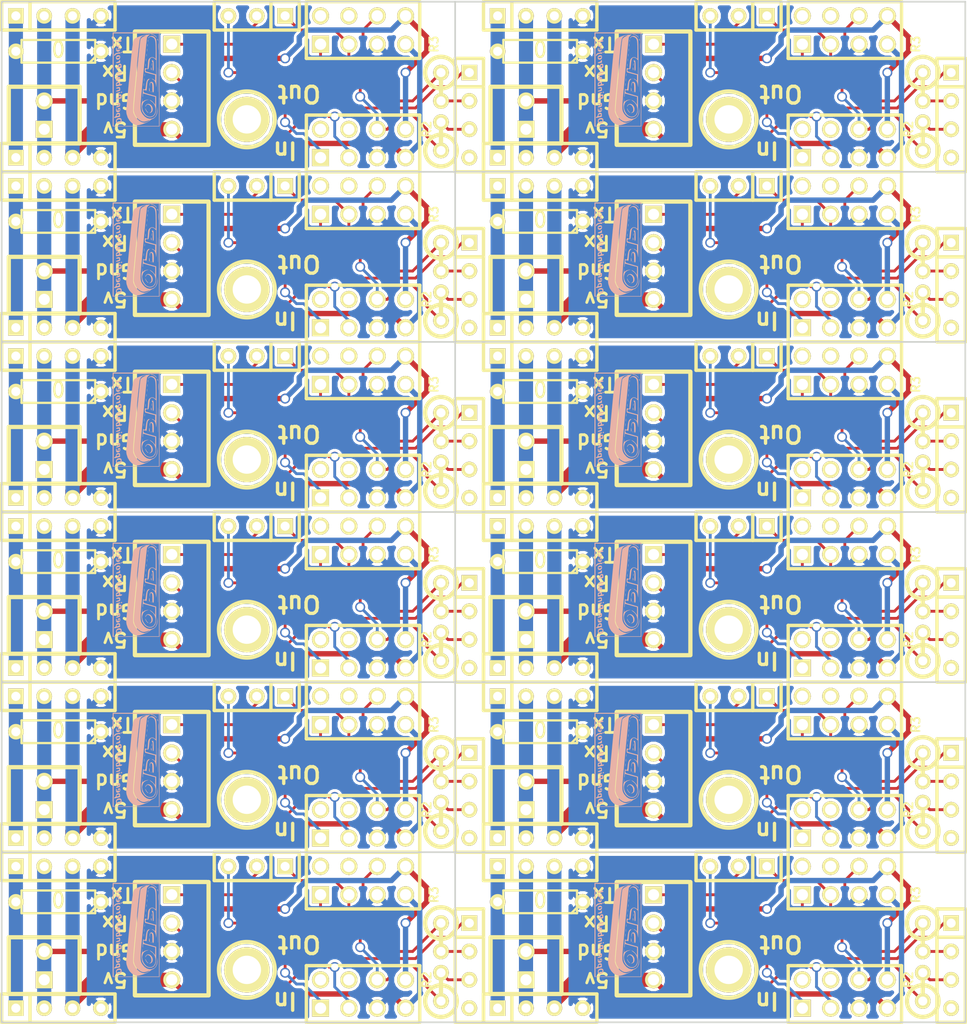
<source format=kicad_pcb>
(kicad_pcb (version 3) (host pcbnew "(2013-07-07 BZR 4022)-stable")
  (title_block (title "Panel, Interface Board Gen2 (1016)") (rev -) (company "Open Pinball Project"))
  (layers (15 F.Cu signal) (0 B.Cu signal) (18 B.Paste user) (19 F.Paste user) (20 B.SilkS user) (21 F.SilkS user) (22 B.Mask user) (23 F.Mask user) (28 Edge.Cuts user))
  (net 0 "")
  (net 1 +12V1)
  (net 2 +5V)
  (net 3 /P0)
  (net 4 /P1)
  (net 5 /P2)
  (net 6 GND)
  (net 7 GNDPWR)
  (net 8 N-0000011)
  (net 9 N-000002)
  (net 10 N-000007)
  (net 11 N-000008)
  (module 00_th1x2x100-lock (layer F.Cu) (at 80.01 121.92 90)
    (fp_text reference P15 hide)
    (fp_text value CONN_2 hide)
    (pad 1 thru_hole rect (at -1.27 0 90) (size 1.524 1.524) (drill 1.00076) (layers *.Cu *.Mask F.SilkS) (net 1 +12V1))
    (pad 2 thru_hole circle (at 1.27 0 90) (size 1.524 1.524) (drill 1.00076) (layers *.Cu *.Mask F.SilkS) (net 1 +12V1))
  )
  (module SIL-3 (layer F.Cu) (at 99.06 113.03 180)
    (fp_text reference P8 hide)
    (fp_text value CONN_3 hide)
    (pad 1 thru_hole rect (at -2.54 0 180) (size 1.397 1.397) (drill 0.8128) (layers *.Cu *.Mask F.SilkS) (net 9 N-000002))
    (pad 2 thru_hole circle (at 0 0 180) (size 1.397 1.397) (drill 0.8128) (layers *.Cu *.Mask F.SilkS) (net 10 N-000007))
    (pad 3 thru_hole circle (at 2.54 0 180) (size 1.397 1.397) (drill 0.8128) (layers *.Cu *.Mask F.SilkS) (net 11 N-000008))
  )
  (module opp_logo_backsilk (layer F.Cu) (at 88.265 118.745 270)
    (fp_text reference VAL hide)
    (fp_text value REF hide)
  )
  (module 00_mtg_hole-2-56 (layer F.Cu) (at 98.171 122.301 180)
    (fp_text reference P1 hide)
    (fp_text value TST hide)
    (pad 1 thru_hole circle (at 0 0 180) (size 4.064 4.064) (drill 2.54) (layers *.Cu *.Mask F.SilkS))
  )
  (module 00_th1x4x100-lock (layer F.Cu) (at 91.44 119.38 270)
    (fp_text reference P7 hide)
    (fp_text value CONN_4 hide)
    (pad 1 thru_hole rect (at -3.81 0 270) (size 1.524 1.524) (drill 1.00076) (layers *.Cu *.Mask F.SilkS) (net 10 N-000007))
    (pad 2 thru_hole circle (at -1.27 0 270) (size 1.524 1.524) (drill 1.00076) (layers *.Cu *.Mask F.SilkS) (net 3 /P0))
    (pad 3 thru_hole circle (at 1.27 0 270) (size 1.524 1.524) (drill 1.00076) (layers *.Cu *.Mask F.SilkS) (net 6 GND))
    (pad 4 thru_hole circle (at 3.81 0 270) (size 1.524 1.524) (drill 1.00076) (layers *.Cu *.Mask F.SilkS) (net 2 +5V))
  )
  (module pin_array_4x2 (layer F.Cu) (at 108.585 114.3)
    (fp_text reference P6 hide)
    (fp_text value CONN_4X2 hide)
    (pad 1 thru_hole rect (at -3.81 1.27) (size 1.524 1.524) (drill 1.016) (layers *.Cu *.Mask F.SilkS) (net 11 N-000008))
    (pad 2 thru_hole circle (at -3.81 -1.27) (size 1.524 1.524) (drill 1.016) (layers *.Cu *.Mask F.SilkS))
    (pad 3 thru_hole circle (at -1.27 1.27) (size 1.524 1.524) (drill 1.016) (layers *.Cu *.Mask F.SilkS) (net 9 N-000002))
    (pad 4 thru_hole circle (at -1.27 -1.27) (size 1.524 1.524) (drill 1.016) (layers *.Cu *.Mask F.SilkS))
    (pad 5 thru_hole circle (at 1.27 1.27) (size 1.524 1.524) (drill 1.016) (layers *.Cu *.Mask F.SilkS) (net 6 GND))
    (pad 6 thru_hole circle (at 1.27 -1.27) (size 1.524 1.524) (drill 1.016) (layers *.Cu *.Mask F.SilkS) (net 8 N-0000011))
    (pad 7 thru_hole circle (at 3.81 1.27) (size 1.524 1.524) (drill 1.016) (layers *.Cu *.Mask F.SilkS) (net 2 +5V))
    (pad 8 thru_hole circle (at 3.81 -1.27) (size 1.524 1.524) (drill 1.016) (layers *.Cu *.Mask F.SilkS) (net 1 +12V1))
  )
  (module pin_array_4x2 (layer F.Cu) (at 108.585 124.46)
    (fp_text reference P5 hide)
    (fp_text value CONN_4X2 hide)
    (pad 1 thru_hole rect (at -3.81 1.27) (size 1.524 1.524) (drill 1.016) (layers *.Cu *.Mask F.SilkS) (net 11 N-000008))
    (pad 2 thru_hole circle (at -3.81 -1.27) (size 1.524 1.524) (drill 1.016) (layers *.Cu *.Mask F.SilkS))
    (pad 3 thru_hole circle (at -1.27 1.27) (size 1.524 1.524) (drill 1.016) (layers *.Cu *.Mask F.SilkS) (net 3 /P0))
    (pad 4 thru_hole circle (at -1.27 -1.27) (size 1.524 1.524) (drill 1.016) (layers *.Cu *.Mask F.SilkS))
    (pad 5 thru_hole circle (at 1.27 1.27) (size 1.524 1.524) (drill 1.016) (layers *.Cu *.Mask F.SilkS) (net 6 GND))
    (pad 6 thru_hole circle (at 1.27 -1.27) (size 1.524 1.524) (drill 1.016) (layers *.Cu *.Mask F.SilkS) (net 8 N-0000011))
    (pad 7 thru_hole circle (at 3.81 1.27) (size 1.524 1.524) (drill 1.016) (layers *.Cu *.Mask F.SilkS) (net 2 +5V))
    (pad 8 thru_hole circle (at 3.81 -1.27) (size 1.524 1.524) (drill 1.016) (layers *.Cu *.Mask F.SilkS) (net 1 +12V1))
  )
  (module R1 (layer F.Cu) (at 115.57 123.825 90)
    (fp_text reference R2 (at 0.635 -1.27 90) (layer F.SilkS) (effects (font (size 0.762 0.762) (thickness 0.1524))))
    (fp_text value 480 hide)
    (pad 1 thru_hole circle (at -1.27 0 90) (size 1.397 1.397) (drill 0.8128) (layers *.Cu *.Mask F.SilkS) (net 8 N-0000011))
    (pad 2 thru_hole circle (at 1.27 0 90) (size 1.397 1.397) (drill 0.8128) (layers *.Cu *.Mask F.SilkS) (net 5 /P2))
  )
  (module R1 (layer F.Cu) (at 115.57 119.38 270)
    (fp_text reference R3 (at -3.81 0.635 270) (layer F.SilkS) (effects (font (size 0.762 0.762) (thickness 0.1524))))
    (fp_text value 480 hide)
    (pad 1 thru_hole circle (at -1.27 0 270) (size 1.397 1.397) (drill 0.8128) (layers *.Cu *.Mask F.SilkS) (net 9 N-000002))
    (pad 2 thru_hole circle (at 1.27 0 270) (size 1.397 1.397) (drill 0.8128) (layers *.Cu *.Mask F.SilkS) (net 4 /P1))
  )
  (module R3 (layer F.Cu) (at 81.28 116.205 180)
    (fp_text reference R1 hide)
    (fp_text value 0 (at 0 0.127 180) (layer F.SilkS) (effects (font (size 1.397 1.27) (thickness 0.2032))))
    (pad 1 thru_hole circle (at -3.81 0 180) (size 1.397 1.397) (drill 0.8128) (layers *.Cu *.Mask F.SilkS) (net 6 GND))
    (pad 2 thru_hole circle (at 3.81 0 180) (size 1.397 1.397) (drill 0.8128) (layers *.Cu *.Mask F.SilkS) (net 7 GNDPWR))
  )
  (module SIL-4 (layer F.Cu) (at 118.11 121.92 270)
    (fp_text reference P4 hide)
    (fp_text value CONN_4 hide)
    (pad 1 thru_hole rect (at -3.81 0 270) (size 1.397 1.397) (drill 0.8128) (layers *.Cu *.Mask F.SilkS) (net 3 /P0))
    (pad 2 thru_hole circle (at -1.27 0 270) (size 1.397 1.397) (drill 0.8128) (layers *.Cu *.Mask F.SilkS) (net 4 /P1))
    (pad 3 thru_hole circle (at 1.27 0 270) (size 1.397 1.397) (drill 0.8128) (layers *.Cu *.Mask F.SilkS) (net 5 /P2))
    (pad 4 thru_hole circle (at 3.81 0 270) (size 1.397 1.397) (drill 0.8128) (layers *.Cu *.Mask F.SilkS))
  )
  (module SIL-4 (layer F.Cu) (at 81.28 113.03)
    (fp_text reference P3 hide)
    (fp_text value CONN_4 hide)
    (pad 1 thru_hole rect (at -3.81 0) (size 1.397 1.397) (drill 0.8128) (layers *.Cu *.Mask F.SilkS) (net 7 GNDPWR))
    (pad 2 thru_hole circle (at -1.27 0) (size 1.397 1.397) (drill 0.8128) (layers *.Cu *.Mask F.SilkS) (net 1 +12V1))
    (pad 3 thru_hole circle (at 1.27 0) (size 1.397 1.397) (drill 0.8128) (layers *.Cu *.Mask F.SilkS) (net 2 +5V))
    (pad 4 thru_hole circle (at 3.81 0) (size 1.397 1.397) (drill 0.8128) (layers *.Cu *.Mask F.SilkS) (net 6 GND))
  )
  (module SIL-4 (layer F.Cu) (at 81.28 125.73)
    (fp_text reference P2 hide)
    (fp_text value CONN_4 hide)
    (pad 1 thru_hole rect (at -3.81 0) (size 1.397 1.397) (drill 0.8128) (layers *.Cu *.Mask F.SilkS) (net 7 GNDPWR))
    (pad 2 thru_hole circle (at -1.27 0) (size 1.397 1.397) (drill 0.8128) (layers *.Cu *.Mask F.SilkS) (net 1 +12V1))
    (pad 3 thru_hole circle (at 1.27 0) (size 1.397 1.397) (drill 0.8128) (layers *.Cu *.Mask F.SilkS) (net 2 +5V))
    (pad 4 thru_hole circle (at 3.81 0) (size 1.397 1.397) (drill 0.8128) (layers *.Cu *.Mask F.SilkS) (net 6 GND))
  )
  (module SIL-4 (layer F.Cu) (at 124.46 125.73)
    (fp_text reference P2 hide)
    (fp_text value CONN_4 hide)
    (pad 1 thru_hole rect (at -3.81 0) (size 1.397 1.397) (drill 0.8128) (layers *.Cu *.Mask F.SilkS) (net 7 GNDPWR))
    (pad 2 thru_hole circle (at -1.27 0) (size 1.397 1.397) (drill 0.8128) (layers *.Cu *.Mask F.SilkS) (net 1 +12V1))
    (pad 3 thru_hole circle (at 1.27 0) (size 1.397 1.397) (drill 0.8128) (layers *.Cu *.Mask F.SilkS) (net 2 +5V))
    (pad 4 thru_hole circle (at 3.81 0) (size 1.397 1.397) (drill 0.8128) (layers *.Cu *.Mask F.SilkS) (net 6 GND))
  )
  (module SIL-4 (layer F.Cu) (at 124.46 113.03)
    (fp_text reference P3 hide)
    (fp_text value CONN_4 hide)
    (pad 1 thru_hole rect (at -3.81 0) (size 1.397 1.397) (drill 0.8128) (layers *.Cu *.Mask F.SilkS) (net 7 GNDPWR))
    (pad 2 thru_hole circle (at -1.27 0) (size 1.397 1.397) (drill 0.8128) (layers *.Cu *.Mask F.SilkS) (net 1 +12V1))
    (pad 3 thru_hole circle (at 1.27 0) (size 1.397 1.397) (drill 0.8128) (layers *.Cu *.Mask F.SilkS) (net 2 +5V))
    (pad 4 thru_hole circle (at 3.81 0) (size 1.397 1.397) (drill 0.8128) (layers *.Cu *.Mask F.SilkS) (net 6 GND))
  )
  (module SIL-4 (layer F.Cu) (at 161.29 121.92 270)
    (fp_text reference P4 hide)
    (fp_text value CONN_4 hide)
    (pad 1 thru_hole rect (at -3.81 0 270) (size 1.397 1.397) (drill 0.8128) (layers *.Cu *.Mask F.SilkS) (net 3 /P0))
    (pad 2 thru_hole circle (at -1.27 0 270) (size 1.397 1.397) (drill 0.8128) (layers *.Cu *.Mask F.SilkS) (net 4 /P1))
    (pad 3 thru_hole circle (at 1.27 0 270) (size 1.397 1.397) (drill 0.8128) (layers *.Cu *.Mask F.SilkS) (net 5 /P2))
    (pad 4 thru_hole circle (at 3.81 0 270) (size 1.397 1.397) (drill 0.8128) (layers *.Cu *.Mask F.SilkS))
  )
  (module R3 (layer F.Cu) (at 124.46 116.205 180)
    (fp_text reference R1 hide)
    (fp_text value 0 (at 0 0.127 180) (layer F.SilkS) (effects (font (size 1.397 1.27) (thickness 0.2032))))
    (pad 1 thru_hole circle (at -3.81 0 180) (size 1.397 1.397) (drill 0.8128) (layers *.Cu *.Mask F.SilkS) (net 6 GND))
    (pad 2 thru_hole circle (at 3.81 0 180) (size 1.397 1.397) (drill 0.8128) (layers *.Cu *.Mask F.SilkS) (net 7 GNDPWR))
  )
  (module R1 (layer F.Cu) (at 158.75 119.38 270)
    (fp_text reference R3 (at -3.81 0.635 270) (layer F.SilkS) (effects (font (size 0.762 0.762) (thickness 0.1524))))
    (fp_text value 480 hide)
    (pad 1 thru_hole circle (at -1.27 0 270) (size 1.397 1.397) (drill 0.8128) (layers *.Cu *.Mask F.SilkS) (net 9 N-000002))
    (pad 2 thru_hole circle (at 1.27 0 270) (size 1.397 1.397) (drill 0.8128) (layers *.Cu *.Mask F.SilkS) (net 4 /P1))
  )
  (module R1 (layer F.Cu) (at 158.75 123.825 90)
    (fp_text reference R2 (at 0.635 -1.27 90) (layer F.SilkS) (effects (font (size 0.762 0.762) (thickness 0.1524))))
    (fp_text value 480 hide)
    (pad 1 thru_hole circle (at -1.27 0 90) (size 1.397 1.397) (drill 0.8128) (layers *.Cu *.Mask F.SilkS) (net 8 N-0000011))
    (pad 2 thru_hole circle (at 1.27 0 90) (size 1.397 1.397) (drill 0.8128) (layers *.Cu *.Mask F.SilkS) (net 5 /P2))
  )
  (module pin_array_4x2 (layer F.Cu) (at 151.765 124.46)
    (fp_text reference P5 hide)
    (fp_text value CONN_4X2 hide)
    (pad 1 thru_hole rect (at -3.81 1.27) (size 1.524 1.524) (drill 1.016) (layers *.Cu *.Mask F.SilkS) (net 11 N-000008))
    (pad 2 thru_hole circle (at -3.81 -1.27) (size 1.524 1.524) (drill 1.016) (layers *.Cu *.Mask F.SilkS))
    (pad 3 thru_hole circle (at -1.27 1.27) (size 1.524 1.524) (drill 1.016) (layers *.Cu *.Mask F.SilkS) (net 3 /P0))
    (pad 4 thru_hole circle (at -1.27 -1.27) (size 1.524 1.524) (drill 1.016) (layers *.Cu *.Mask F.SilkS))
    (pad 5 thru_hole circle (at 1.27 1.27) (size 1.524 1.524) (drill 1.016) (layers *.Cu *.Mask F.SilkS) (net 6 GND))
    (pad 6 thru_hole circle (at 1.27 -1.27) (size 1.524 1.524) (drill 1.016) (layers *.Cu *.Mask F.SilkS) (net 8 N-0000011))
    (pad 7 thru_hole circle (at 3.81 1.27) (size 1.524 1.524) (drill 1.016) (layers *.Cu *.Mask F.SilkS) (net 2 +5V))
    (pad 8 thru_hole circle (at 3.81 -1.27) (size 1.524 1.524) (drill 1.016) (layers *.Cu *.Mask F.SilkS) (net 1 +12V1))
  )
  (module pin_array_4x2 (layer F.Cu) (at 151.765 114.3)
    (fp_text reference P6 hide)
    (fp_text value CONN_4X2 hide)
    (pad 1 thru_hole rect (at -3.81 1.27) (size 1.524 1.524) (drill 1.016) (layers *.Cu *.Mask F.SilkS) (net 11 N-000008))
    (pad 2 thru_hole circle (at -3.81 -1.27) (size 1.524 1.524) (drill 1.016) (layers *.Cu *.Mask F.SilkS))
    (pad 3 thru_hole circle (at -1.27 1.27) (size 1.524 1.524) (drill 1.016) (layers *.Cu *.Mask F.SilkS) (net 9 N-000002))
    (pad 4 thru_hole circle (at -1.27 -1.27) (size 1.524 1.524) (drill 1.016) (layers *.Cu *.Mask F.SilkS))
    (pad 5 thru_hole circle (at 1.27 1.27) (size 1.524 1.524) (drill 1.016) (layers *.Cu *.Mask F.SilkS) (net 6 GND))
    (pad 6 thru_hole circle (at 1.27 -1.27) (size 1.524 1.524) (drill 1.016) (layers *.Cu *.Mask F.SilkS) (net 8 N-0000011))
    (pad 7 thru_hole circle (at 3.81 1.27) (size 1.524 1.524) (drill 1.016) (layers *.Cu *.Mask F.SilkS) (net 2 +5V))
    (pad 8 thru_hole circle (at 3.81 -1.27) (size 1.524 1.524) (drill 1.016) (layers *.Cu *.Mask F.SilkS) (net 1 +12V1))
  )
  (module 00_th1x4x100-lock (layer F.Cu) (at 134.62 119.38 270)
    (fp_text reference P7 hide)
    (fp_text value CONN_4 hide)
    (pad 1 thru_hole rect (at -3.81 0 270) (size 1.524 1.524) (drill 1.00076) (layers *.Cu *.Mask F.SilkS) (net 10 N-000007))
    (pad 2 thru_hole circle (at -1.27 0 270) (size 1.524 1.524) (drill 1.00076) (layers *.Cu *.Mask F.SilkS) (net 3 /P0))
    (pad 3 thru_hole circle (at 1.27 0 270) (size 1.524 1.524) (drill 1.00076) (layers *.Cu *.Mask F.SilkS) (net 6 GND))
    (pad 4 thru_hole circle (at 3.81 0 270) (size 1.524 1.524) (drill 1.00076) (layers *.Cu *.Mask F.SilkS) (net 2 +5V))
  )
  (module 00_mtg_hole-2-56 (layer F.Cu) (at 141.351 122.301 180)
    (fp_text reference P1 hide)
    (fp_text value TST hide)
    (pad 1 thru_hole circle (at 0 0 180) (size 4.064 4.064) (drill 2.54) (layers *.Cu *.Mask F.SilkS))
  )
  (module opp_logo_backsilk (layer F.Cu) (at 131.445 118.745 270)
    (fp_text reference VAL hide)
    (fp_text value REF hide)
  )
  (module SIL-3 (layer F.Cu) (at 142.24 113.03 180)
    (fp_text reference P8 hide)
    (fp_text value CONN_3 hide)
    (pad 1 thru_hole rect (at -2.54 0 180) (size 1.397 1.397) (drill 0.8128) (layers *.Cu *.Mask F.SilkS) (net 9 N-000002))
    (pad 2 thru_hole circle (at 0 0 180) (size 1.397 1.397) (drill 0.8128) (layers *.Cu *.Mask F.SilkS) (net 10 N-000007))
    (pad 3 thru_hole circle (at 2.54 0 180) (size 1.397 1.397) (drill 0.8128) (layers *.Cu *.Mask F.SilkS) (net 11 N-000008))
  )
  (module 00_th1x2x100-lock (layer F.Cu) (at 123.19 121.92 90)
    (fp_text reference P15 hide)
    (fp_text value CONN_2 hide)
    (pad 1 thru_hole rect (at -1.27 0 90) (size 1.524 1.524) (drill 1.00076) (layers *.Cu *.Mask F.SilkS) (net 1 +12V1))
    (pad 2 thru_hole circle (at 1.27 0 90) (size 1.524 1.524) (drill 1.00076) (layers *.Cu *.Mask F.SilkS) (net 1 +12V1))
  )
  (module 00_th1x2x100-lock (layer F.Cu) (at 123.19 137.16 90)
    (fp_text reference P15 hide)
    (fp_text value CONN_2 hide)
    (pad 1 thru_hole rect (at -1.27 0 90) (size 1.524 1.524) (drill 1.00076) (layers *.Cu *.Mask F.SilkS) (net 1 +12V1))
    (pad 2 thru_hole circle (at 1.27 0 90) (size 1.524 1.524) (drill 1.00076) (layers *.Cu *.Mask F.SilkS) (net 1 +12V1))
  )
  (module SIL-3 (layer F.Cu) (at 142.24 128.27 180)
    (fp_text reference P8 hide)
    (fp_text value CONN_3 hide)
    (pad 1 thru_hole rect (at -2.54 0 180) (size 1.397 1.397) (drill 0.8128) (layers *.Cu *.Mask F.SilkS) (net 9 N-000002))
    (pad 2 thru_hole circle (at 0 0 180) (size 1.397 1.397) (drill 0.8128) (layers *.Cu *.Mask F.SilkS) (net 10 N-000007))
    (pad 3 thru_hole circle (at 2.54 0 180) (size 1.397 1.397) (drill 0.8128) (layers *.Cu *.Mask F.SilkS) (net 11 N-000008))
  )
  (module opp_logo_backsilk (layer F.Cu) (at 131.445 133.985 270)
    (fp_text reference VAL hide)
    (fp_text value REF hide)
  )
  (module 00_mtg_hole-2-56 (layer F.Cu) (at 141.351 137.541 180)
    (fp_text reference P1 hide)
    (fp_text value TST hide)
    (pad 1 thru_hole circle (at 0 0 180) (size 4.064 4.064) (drill 2.54) (layers *.Cu *.Mask F.SilkS))
  )
  (module 00_th1x4x100-lock (layer F.Cu) (at 134.62 134.62 270)
    (fp_text reference P7 hide)
    (fp_text value CONN_4 hide)
    (pad 1 thru_hole rect (at -3.81 0 270) (size 1.524 1.524) (drill 1.00076) (layers *.Cu *.Mask F.SilkS) (net 10 N-000007))
    (pad 2 thru_hole circle (at -1.27 0 270) (size 1.524 1.524) (drill 1.00076) (layers *.Cu *.Mask F.SilkS) (net 3 /P0))
    (pad 3 thru_hole circle (at 1.27 0 270) (size 1.524 1.524) (drill 1.00076) (layers *.Cu *.Mask F.SilkS) (net 6 GND))
    (pad 4 thru_hole circle (at 3.81 0 270) (size 1.524 1.524) (drill 1.00076) (layers *.Cu *.Mask F.SilkS) (net 2 +5V))
  )
  (module pin_array_4x2 (layer F.Cu) (at 151.765 129.54)
    (fp_text reference P6 hide)
    (fp_text value CONN_4X2 hide)
    (pad 1 thru_hole rect (at -3.81 1.27) (size 1.524 1.524) (drill 1.016) (layers *.Cu *.Mask F.SilkS) (net 11 N-000008))
    (pad 2 thru_hole circle (at -3.81 -1.27) (size 1.524 1.524) (drill 1.016) (layers *.Cu *.Mask F.SilkS))
    (pad 3 thru_hole circle (at -1.27 1.27) (size 1.524 1.524) (drill 1.016) (layers *.Cu *.Mask F.SilkS) (net 9 N-000002))
    (pad 4 thru_hole circle (at -1.27 -1.27) (size 1.524 1.524) (drill 1.016) (layers *.Cu *.Mask F.SilkS))
    (pad 5 thru_hole circle (at 1.27 1.27) (size 1.524 1.524) (drill 1.016) (layers *.Cu *.Mask F.SilkS) (net 6 GND))
    (pad 6 thru_hole circle (at 1.27 -1.27) (size 1.524 1.524) (drill 1.016) (layers *.Cu *.Mask F.SilkS) (net 8 N-0000011))
    (pad 7 thru_hole circle (at 3.81 1.27) (size 1.524 1.524) (drill 1.016) (layers *.Cu *.Mask F.SilkS) (net 2 +5V))
    (pad 8 thru_hole circle (at 3.81 -1.27) (size 1.524 1.524) (drill 1.016) (layers *.Cu *.Mask F.SilkS) (net 1 +12V1))
  )
  (module pin_array_4x2 (layer F.Cu) (at 151.765 139.7)
    (fp_text reference P5 hide)
    (fp_text value CONN_4X2 hide)
    (pad 1 thru_hole rect (at -3.81 1.27) (size 1.524 1.524) (drill 1.016) (layers *.Cu *.Mask F.SilkS) (net 11 N-000008))
    (pad 2 thru_hole circle (at -3.81 -1.27) (size 1.524 1.524) (drill 1.016) (layers *.Cu *.Mask F.SilkS))
    (pad 3 thru_hole circle (at -1.27 1.27) (size 1.524 1.524) (drill 1.016) (layers *.Cu *.Mask F.SilkS) (net 3 /P0))
    (pad 4 thru_hole circle (at -1.27 -1.27) (size 1.524 1.524) (drill 1.016) (layers *.Cu *.Mask F.SilkS))
    (pad 5 thru_hole circle (at 1.27 1.27) (size 1.524 1.524) (drill 1.016) (layers *.Cu *.Mask F.SilkS) (net 6 GND))
    (pad 6 thru_hole circle (at 1.27 -1.27) (size 1.524 1.524) (drill 1.016) (layers *.Cu *.Mask F.SilkS) (net 8 N-0000011))
    (pad 7 thru_hole circle (at 3.81 1.27) (size 1.524 1.524) (drill 1.016) (layers *.Cu *.Mask F.SilkS) (net 2 +5V))
    (pad 8 thru_hole circle (at 3.81 -1.27) (size 1.524 1.524) (drill 1.016) (layers *.Cu *.Mask F.SilkS) (net 1 +12V1))
  )
  (module R1 (layer F.Cu) (at 158.75 139.065 90)
    (fp_text reference R2 (at 0.635 -1.27 90) (layer F.SilkS) (effects (font (size 0.762 0.762) (thickness 0.1524))))
    (fp_text value 480 hide)
    (pad 1 thru_hole circle (at -1.27 0 90) (size 1.397 1.397) (drill 0.8128) (layers *.Cu *.Mask F.SilkS) (net 8 N-0000011))
    (pad 2 thru_hole circle (at 1.27 0 90) (size 1.397 1.397) (drill 0.8128) (layers *.Cu *.Mask F.SilkS) (net 5 /P2))
  )
  (module R1 (layer F.Cu) (at 158.75 134.62 270)
    (fp_text reference R3 (at -3.81 0.635 270) (layer F.SilkS) (effects (font (size 0.762 0.762) (thickness 0.1524))))
    (fp_text value 480 hide)
    (pad 1 thru_hole circle (at -1.27 0 270) (size 1.397 1.397) (drill 0.8128) (layers *.Cu *.Mask F.SilkS) (net 9 N-000002))
    (pad 2 thru_hole circle (at 1.27 0 270) (size 1.397 1.397) (drill 0.8128) (layers *.Cu *.Mask F.SilkS) (net 4 /P1))
  )
  (module R3 (layer F.Cu) (at 124.46 131.445 180)
    (fp_text reference R1 hide)
    (fp_text value 0 (at 0 0.127 180) (layer F.SilkS) (effects (font (size 1.397 1.27) (thickness 0.2032))))
    (pad 1 thru_hole circle (at -3.81 0 180) (size 1.397 1.397) (drill 0.8128) (layers *.Cu *.Mask F.SilkS) (net 6 GND))
    (pad 2 thru_hole circle (at 3.81 0 180) (size 1.397 1.397) (drill 0.8128) (layers *.Cu *.Mask F.SilkS) (net 7 GNDPWR))
  )
  (module SIL-4 (layer F.Cu) (at 161.29 137.16 270)
    (fp_text reference P4 hide)
    (fp_text value CONN_4 hide)
    (pad 1 thru_hole rect (at -3.81 0 270) (size 1.397 1.397) (drill 0.8128) (layers *.Cu *.Mask F.SilkS) (net 3 /P0))
    (pad 2 thru_hole circle (at -1.27 0 270) (size 1.397 1.397) (drill 0.8128) (layers *.Cu *.Mask F.SilkS) (net 4 /P1))
    (pad 3 thru_hole circle (at 1.27 0 270) (size 1.397 1.397) (drill 0.8128) (layers *.Cu *.Mask F.SilkS) (net 5 /P2))
    (pad 4 thru_hole circle (at 3.81 0 270) (size 1.397 1.397) (drill 0.8128) (layers *.Cu *.Mask F.SilkS))
  )
  (module SIL-4 (layer F.Cu) (at 124.46 128.27)
    (fp_text reference P3 hide)
    (fp_text value CONN_4 hide)
    (pad 1 thru_hole rect (at -3.81 0) (size 1.397 1.397) (drill 0.8128) (layers *.Cu *.Mask F.SilkS) (net 7 GNDPWR))
    (pad 2 thru_hole circle (at -1.27 0) (size 1.397 1.397) (drill 0.8128) (layers *.Cu *.Mask F.SilkS) (net 1 +12V1))
    (pad 3 thru_hole circle (at 1.27 0) (size 1.397 1.397) (drill 0.8128) (layers *.Cu *.Mask F.SilkS) (net 2 +5V))
    (pad 4 thru_hole circle (at 3.81 0) (size 1.397 1.397) (drill 0.8128) (layers *.Cu *.Mask F.SilkS) (net 6 GND))
  )
  (module SIL-4 (layer F.Cu) (at 124.46 140.97)
    (fp_text reference P2 hide)
    (fp_text value CONN_4 hide)
    (pad 1 thru_hole rect (at -3.81 0) (size 1.397 1.397) (drill 0.8128) (layers *.Cu *.Mask F.SilkS) (net 7 GNDPWR))
    (pad 2 thru_hole circle (at -1.27 0) (size 1.397 1.397) (drill 0.8128) (layers *.Cu *.Mask F.SilkS) (net 1 +12V1))
    (pad 3 thru_hole circle (at 1.27 0) (size 1.397 1.397) (drill 0.8128) (layers *.Cu *.Mask F.SilkS) (net 2 +5V))
    (pad 4 thru_hole circle (at 3.81 0) (size 1.397 1.397) (drill 0.8128) (layers *.Cu *.Mask F.SilkS) (net 6 GND))
  )
  (module SIL-4 (layer F.Cu) (at 81.28 140.97)
    (fp_text reference P2 hide)
    (fp_text value CONN_4 hide)
    (pad 1 thru_hole rect (at -3.81 0) (size 1.397 1.397) (drill 0.8128) (layers *.Cu *.Mask F.SilkS) (net 7 GNDPWR))
    (pad 2 thru_hole circle (at -1.27 0) (size 1.397 1.397) (drill 0.8128) (layers *.Cu *.Mask F.SilkS) (net 1 +12V1))
    (pad 3 thru_hole circle (at 1.27 0) (size 1.397 1.397) (drill 0.8128) (layers *.Cu *.Mask F.SilkS) (net 2 +5V))
    (pad 4 thru_hole circle (at 3.81 0) (size 1.397 1.397) (drill 0.8128) (layers *.Cu *.Mask F.SilkS) (net 6 GND))
  )
  (module SIL-4 (layer F.Cu) (at 81.28 128.27)
    (fp_text reference P3 hide)
    (fp_text value CONN_4 hide)
    (pad 1 thru_hole rect (at -3.81 0) (size 1.397 1.397) (drill 0.8128) (layers *.Cu *.Mask F.SilkS) (net 7 GNDPWR))
    (pad 2 thru_hole circle (at -1.27 0) (size 1.397 1.397) (drill 0.8128) (layers *.Cu *.Mask F.SilkS) (net 1 +12V1))
    (pad 3 thru_hole circle (at 1.27 0) (size 1.397 1.397) (drill 0.8128) (layers *.Cu *.Mask F.SilkS) (net 2 +5V))
    (pad 4 thru_hole circle (at 3.81 0) (size 1.397 1.397) (drill 0.8128) (layers *.Cu *.Mask F.SilkS) (net 6 GND))
  )
  (module SIL-4 (layer F.Cu) (at 118.11 137.16 270)
    (fp_text reference P4 hide)
    (fp_text value CONN_4 hide)
    (pad 1 thru_hole rect (at -3.81 0 270) (size 1.397 1.397) (drill 0.8128) (layers *.Cu *.Mask F.SilkS) (net 3 /P0))
    (pad 2 thru_hole circle (at -1.27 0 270) (size 1.397 1.397) (drill 0.8128) (layers *.Cu *.Mask F.SilkS) (net 4 /P1))
    (pad 3 thru_hole circle (at 1.27 0 270) (size 1.397 1.397) (drill 0.8128) (layers *.Cu *.Mask F.SilkS) (net 5 /P2))
    (pad 4 thru_hole circle (at 3.81 0 270) (size 1.397 1.397) (drill 0.8128) (layers *.Cu *.Mask F.SilkS))
  )
  (module R3 (layer F.Cu) (at 81.28 131.445 180)
    (fp_text reference R1 hide)
    (fp_text value 0 (at 0 0.127 180) (layer F.SilkS) (effects (font (size 1.397 1.27) (thickness 0.2032))))
    (pad 1 thru_hole circle (at -3.81 0 180) (size 1.397 1.397) (drill 0.8128) (layers *.Cu *.Mask F.SilkS) (net 6 GND))
    (pad 2 thru_hole circle (at 3.81 0 180) (size 1.397 1.397) (drill 0.8128) (layers *.Cu *.Mask F.SilkS) (net 7 GNDPWR))
  )
  (module R1 (layer F.Cu) (at 115.57 134.62 270)
    (fp_text reference R3 (at -3.81 0.635 270) (layer F.SilkS) (effects (font (size 0.762 0.762) (thickness 0.1524))))
    (fp_text value 480 hide)
    (pad 1 thru_hole circle (at -1.27 0 270) (size 1.397 1.397) (drill 0.8128) (layers *.Cu *.Mask F.SilkS) (net 9 N-000002))
    (pad 2 thru_hole circle (at 1.27 0 270) (size 1.397 1.397) (drill 0.8128) (layers *.Cu *.Mask F.SilkS) (net 4 /P1))
  )
  (module R1 (layer F.Cu) (at 115.57 139.065 90)
    (fp_text reference R2 (at 0.635 -1.27 90) (layer F.SilkS) (effects (font (size 0.762 0.762) (thickness 0.1524))))
    (fp_text value 480 hide)
    (pad 1 thru_hole circle (at -1.27 0 90) (size 1.397 1.397) (drill 0.8128) (layers *.Cu *.Mask F.SilkS) (net 8 N-0000011))
    (pad 2 thru_hole circle (at 1.27 0 90) (size 1.397 1.397) (drill 0.8128) (layers *.Cu *.Mask F.SilkS) (net 5 /P2))
  )
  (module pin_array_4x2 (layer F.Cu) (at 108.585 139.7)
    (fp_text reference P5 hide)
    (fp_text value CONN_4X2 hide)
    (pad 1 thru_hole rect (at -3.81 1.27) (size 1.524 1.524) (drill 1.016) (layers *.Cu *.Mask F.SilkS) (net 11 N-000008))
    (pad 2 thru_hole circle (at -3.81 -1.27) (size 1.524 1.524) (drill 1.016) (layers *.Cu *.Mask F.SilkS))
    (pad 3 thru_hole circle (at -1.27 1.27) (size 1.524 1.524) (drill 1.016) (layers *.Cu *.Mask F.SilkS) (net 3 /P0))
    (pad 4 thru_hole circle (at -1.27 -1.27) (size 1.524 1.524) (drill 1.016) (layers *.Cu *.Mask F.SilkS))
    (pad 5 thru_hole circle (at 1.27 1.27) (size 1.524 1.524) (drill 1.016) (layers *.Cu *.Mask F.SilkS) (net 6 GND))
    (pad 6 thru_hole circle (at 1.27 -1.27) (size 1.524 1.524) (drill 1.016) (layers *.Cu *.Mask F.SilkS) (net 8 N-0000011))
    (pad 7 thru_hole circle (at 3.81 1.27) (size 1.524 1.524) (drill 1.016) (layers *.Cu *.Mask F.SilkS) (net 2 +5V))
    (pad 8 thru_hole circle (at 3.81 -1.27) (size 1.524 1.524) (drill 1.016) (layers *.Cu *.Mask F.SilkS) (net 1 +12V1))
  )
  (module pin_array_4x2 (layer F.Cu) (at 108.585 129.54)
    (fp_text reference P6 hide)
    (fp_text value CONN_4X2 hide)
    (pad 1 thru_hole rect (at -3.81 1.27) (size 1.524 1.524) (drill 1.016) (layers *.Cu *.Mask F.SilkS) (net 11 N-000008))
    (pad 2 thru_hole circle (at -3.81 -1.27) (size 1.524 1.524) (drill 1.016) (layers *.Cu *.Mask F.SilkS))
    (pad 3 thru_hole circle (at -1.27 1.27) (size 1.524 1.524) (drill 1.016) (layers *.Cu *.Mask F.SilkS) (net 9 N-000002))
    (pad 4 thru_hole circle (at -1.27 -1.27) (size 1.524 1.524) (drill 1.016) (layers *.Cu *.Mask F.SilkS))
    (pad 5 thru_hole circle (at 1.27 1.27) (size 1.524 1.524) (drill 1.016) (layers *.Cu *.Mask F.SilkS) (net 6 GND))
    (pad 6 thru_hole circle (at 1.27 -1.27) (size 1.524 1.524) (drill 1.016) (layers *.Cu *.Mask F.SilkS) (net 8 N-0000011))
    (pad 7 thru_hole circle (at 3.81 1.27) (size 1.524 1.524) (drill 1.016) (layers *.Cu *.Mask F.SilkS) (net 2 +5V))
    (pad 8 thru_hole circle (at 3.81 -1.27) (size 1.524 1.524) (drill 1.016) (layers *.Cu *.Mask F.SilkS) (net 1 +12V1))
  )
  (module 00_th1x4x100-lock (layer F.Cu) (at 91.44 134.62 270)
    (fp_text reference P7 hide)
    (fp_text value CONN_4 hide)
    (pad 1 thru_hole rect (at -3.81 0 270) (size 1.524 1.524) (drill 1.00076) (layers *.Cu *.Mask F.SilkS) (net 10 N-000007))
    (pad 2 thru_hole circle (at -1.27 0 270) (size 1.524 1.524) (drill 1.00076) (layers *.Cu *.Mask F.SilkS) (net 3 /P0))
    (pad 3 thru_hole circle (at 1.27 0 270) (size 1.524 1.524) (drill 1.00076) (layers *.Cu *.Mask F.SilkS) (net 6 GND))
    (pad 4 thru_hole circle (at 3.81 0 270) (size 1.524 1.524) (drill 1.00076) (layers *.Cu *.Mask F.SilkS) (net 2 +5V))
  )
  (module 00_mtg_hole-2-56 (layer F.Cu) (at 98.171 137.541 180)
    (fp_text reference P1 hide)
    (fp_text value TST hide)
    (pad 1 thru_hole circle (at 0 0 180) (size 4.064 4.064) (drill 2.54) (layers *.Cu *.Mask F.SilkS))
  )
  (module opp_logo_backsilk (layer F.Cu) (at 88.265 133.985 270)
    (fp_text reference VAL hide)
    (fp_text value REF hide)
  )
  (module SIL-3 (layer F.Cu) (at 99.06 128.27 180)
    (fp_text reference P8 hide)
    (fp_text value CONN_3 hide)
    (pad 1 thru_hole rect (at -2.54 0 180) (size 1.397 1.397) (drill 0.8128) (layers *.Cu *.Mask F.SilkS) (net 9 N-000002))
    (pad 2 thru_hole circle (at 0 0 180) (size 1.397 1.397) (drill 0.8128) (layers *.Cu *.Mask F.SilkS) (net 10 N-000007))
    (pad 3 thru_hole circle (at 2.54 0 180) (size 1.397 1.397) (drill 0.8128) (layers *.Cu *.Mask F.SilkS) (net 11 N-000008))
  )
  (module 00_th1x2x100-lock (layer F.Cu) (at 80.01 137.16 90)
    (fp_text reference P15 hide)
    (fp_text value CONN_2 hide)
    (pad 1 thru_hole rect (at -1.27 0 90) (size 1.524 1.524) (drill 1.00076) (layers *.Cu *.Mask F.SilkS) (net 1 +12V1))
    (pad 2 thru_hole circle (at 1.27 0 90) (size 1.524 1.524) (drill 1.00076) (layers *.Cu *.Mask F.SilkS) (net 1 +12V1))
  )
  (module 00_th1x2x100-lock (layer F.Cu) (at 80.01 60.96 90)
    (fp_text reference P15 hide)
    (fp_text value CONN_2 hide)
    (pad 1 thru_hole rect (at -1.27 0 90) (size 1.524 1.524) (drill 1.00076) (layers *.Cu *.Mask F.SilkS) (net 1 +12V1))
    (pad 2 thru_hole circle (at 1.27 0 90) (size 1.524 1.524) (drill 1.00076) (layers *.Cu *.Mask F.SilkS) (net 1 +12V1))
  )
  (module SIL-3 (layer F.Cu) (at 99.06 52.07 180)
    (fp_text reference P8 hide)
    (fp_text value CONN_3 hide)
    (pad 1 thru_hole rect (at -2.54 0 180) (size 1.397 1.397) (drill 0.8128) (layers *.Cu *.Mask F.SilkS) (net 9 N-000002))
    (pad 2 thru_hole circle (at 0 0 180) (size 1.397 1.397) (drill 0.8128) (layers *.Cu *.Mask F.SilkS) (net 10 N-000007))
    (pad 3 thru_hole circle (at 2.54 0 180) (size 1.397 1.397) (drill 0.8128) (layers *.Cu *.Mask F.SilkS) (net 11 N-000008))
  )
  (module opp_logo_backsilk (layer F.Cu) (at 88.265 57.785 270)
    (fp_text reference VAL hide)
    (fp_text value REF hide)
  )
  (module 00_mtg_hole-2-56 (layer F.Cu) (at 98.171 61.341 180)
    (fp_text reference P1 hide)
    (fp_text value TST hide)
    (pad 1 thru_hole circle (at 0 0 180) (size 4.064 4.064) (drill 2.54) (layers *.Cu *.Mask F.SilkS))
  )
  (module 00_th1x4x100-lock (layer F.Cu) (at 91.44 58.42 270)
    (fp_text reference P7 hide)
    (fp_text value CONN_4 hide)
    (pad 1 thru_hole rect (at -3.81 0 270) (size 1.524 1.524) (drill 1.00076) (layers *.Cu *.Mask F.SilkS) (net 10 N-000007))
    (pad 2 thru_hole circle (at -1.27 0 270) (size 1.524 1.524) (drill 1.00076) (layers *.Cu *.Mask F.SilkS) (net 3 /P0))
    (pad 3 thru_hole circle (at 1.27 0 270) (size 1.524 1.524) (drill 1.00076) (layers *.Cu *.Mask F.SilkS) (net 6 GND))
    (pad 4 thru_hole circle (at 3.81 0 270) (size 1.524 1.524) (drill 1.00076) (layers *.Cu *.Mask F.SilkS) (net 2 +5V))
  )
  (module pin_array_4x2 (layer F.Cu) (at 108.585 53.34)
    (fp_text reference P6 hide)
    (fp_text value CONN_4X2 hide)
    (pad 1 thru_hole rect (at -3.81 1.27) (size 1.524 1.524) (drill 1.016) (layers *.Cu *.Mask F.SilkS) (net 11 N-000008))
    (pad 2 thru_hole circle (at -3.81 -1.27) (size 1.524 1.524) (drill 1.016) (layers *.Cu *.Mask F.SilkS))
    (pad 3 thru_hole circle (at -1.27 1.27) (size 1.524 1.524) (drill 1.016) (layers *.Cu *.Mask F.SilkS) (net 9 N-000002))
    (pad 4 thru_hole circle (at -1.27 -1.27) (size 1.524 1.524) (drill 1.016) (layers *.Cu *.Mask F.SilkS))
    (pad 5 thru_hole circle (at 1.27 1.27) (size 1.524 1.524) (drill 1.016) (layers *.Cu *.Mask F.SilkS) (net 6 GND))
    (pad 6 thru_hole circle (at 1.27 -1.27) (size 1.524 1.524) (drill 1.016) (layers *.Cu *.Mask F.SilkS) (net 8 N-0000011))
    (pad 7 thru_hole circle (at 3.81 1.27) (size 1.524 1.524) (drill 1.016) (layers *.Cu *.Mask F.SilkS) (net 2 +5V))
    (pad 8 thru_hole circle (at 3.81 -1.27) (size 1.524 1.524) (drill 1.016) (layers *.Cu *.Mask F.SilkS) (net 1 +12V1))
  )
  (module pin_array_4x2 (layer F.Cu) (at 108.585 63.5)
    (fp_text reference P5 hide)
    (fp_text value CONN_4X2 hide)
    (pad 1 thru_hole rect (at -3.81 1.27) (size 1.524 1.524) (drill 1.016) (layers *.Cu *.Mask F.SilkS) (net 11 N-000008))
    (pad 2 thru_hole circle (at -3.81 -1.27) (size 1.524 1.524) (drill 1.016) (layers *.Cu *.Mask F.SilkS))
    (pad 3 thru_hole circle (at -1.27 1.27) (size 1.524 1.524) (drill 1.016) (layers *.Cu *.Mask F.SilkS) (net 3 /P0))
    (pad 4 thru_hole circle (at -1.27 -1.27) (size 1.524 1.524) (drill 1.016) (layers *.Cu *.Mask F.SilkS))
    (pad 5 thru_hole circle (at 1.27 1.27) (size 1.524 1.524) (drill 1.016) (layers *.Cu *.Mask F.SilkS) (net 6 GND))
    (pad 6 thru_hole circle (at 1.27 -1.27) (size 1.524 1.524) (drill 1.016) (layers *.Cu *.Mask F.SilkS) (net 8 N-0000011))
    (pad 7 thru_hole circle (at 3.81 1.27) (size 1.524 1.524) (drill 1.016) (layers *.Cu *.Mask F.SilkS) (net 2 +5V))
    (pad 8 thru_hole circle (at 3.81 -1.27) (size 1.524 1.524) (drill 1.016) (layers *.Cu *.Mask F.SilkS) (net 1 +12V1))
  )
  (module R1 (layer F.Cu) (at 115.57 62.865 90)
    (fp_text reference R2 (at 0.635 -1.27 90) (layer F.SilkS) (effects (font (size 0.762 0.762) (thickness 0.1524))))
    (fp_text value 480 hide)
    (pad 1 thru_hole circle (at -1.27 0 90) (size 1.397 1.397) (drill 0.8128) (layers *.Cu *.Mask F.SilkS) (net 8 N-0000011))
    (pad 2 thru_hole circle (at 1.27 0 90) (size 1.397 1.397) (drill 0.8128) (layers *.Cu *.Mask F.SilkS) (net 5 /P2))
  )
  (module R1 (layer F.Cu) (at 115.57 58.42 270)
    (fp_text reference R3 (at -3.81 0.635 270) (layer F.SilkS) (effects (font (size 0.762 0.762) (thickness 0.1524))))
    (fp_text value 480 hide)
    (pad 1 thru_hole circle (at -1.27 0 270) (size 1.397 1.397) (drill 0.8128) (layers *.Cu *.Mask F.SilkS) (net 9 N-000002))
    (pad 2 thru_hole circle (at 1.27 0 270) (size 1.397 1.397) (drill 0.8128) (layers *.Cu *.Mask F.SilkS) (net 4 /P1))
  )
  (module R3 (layer F.Cu) (at 81.28 55.245 180)
    (fp_text reference R1 hide)
    (fp_text value 0 (at 0 0.127 180) (layer F.SilkS) (effects (font (size 1.397 1.27) (thickness 0.2032))))
    (pad 1 thru_hole circle (at -3.81 0 180) (size 1.397 1.397) (drill 0.8128) (layers *.Cu *.Mask F.SilkS) (net 6 GND))
    (pad 2 thru_hole circle (at 3.81 0 180) (size 1.397 1.397) (drill 0.8128) (layers *.Cu *.Mask F.SilkS) (net 7 GNDPWR))
  )
  (module SIL-4 (layer F.Cu) (at 118.11 60.96 270)
    (fp_text reference P4 hide)
    (fp_text value CONN_4 hide)
    (pad 1 thru_hole rect (at -3.81 0 270) (size 1.397 1.397) (drill 0.8128) (layers *.Cu *.Mask F.SilkS) (net 3 /P0))
    (pad 2 thru_hole circle (at -1.27 0 270) (size 1.397 1.397) (drill 0.8128) (layers *.Cu *.Mask F.SilkS) (net 4 /P1))
    (pad 3 thru_hole circle (at 1.27 0 270) (size 1.397 1.397) (drill 0.8128) (layers *.Cu *.Mask F.SilkS) (net 5 /P2))
    (pad 4 thru_hole circle (at 3.81 0 270) (size 1.397 1.397) (drill 0.8128) (layers *.Cu *.Mask F.SilkS))
  )
  (module SIL-4 (layer F.Cu) (at 81.28 52.07)
    (fp_text reference P3 hide)
    (fp_text value CONN_4 hide)
    (pad 1 thru_hole rect (at -3.81 0) (size 1.397 1.397) (drill 0.8128) (layers *.Cu *.Mask F.SilkS) (net 7 GNDPWR))
    (pad 2 thru_hole circle (at -1.27 0) (size 1.397 1.397) (drill 0.8128) (layers *.Cu *.Mask F.SilkS) (net 1 +12V1))
    (pad 3 thru_hole circle (at 1.27 0) (size 1.397 1.397) (drill 0.8128) (layers *.Cu *.Mask F.SilkS) (net 2 +5V))
    (pad 4 thru_hole circle (at 3.81 0) (size 1.397 1.397) (drill 0.8128) (layers *.Cu *.Mask F.SilkS) (net 6 GND))
  )
  (module SIL-4 (layer F.Cu) (at 81.28 64.77)
    (fp_text reference P2 hide)
    (fp_text value CONN_4 hide)
    (pad 1 thru_hole rect (at -3.81 0) (size 1.397 1.397) (drill 0.8128) (layers *.Cu *.Mask F.SilkS) (net 7 GNDPWR))
    (pad 2 thru_hole circle (at -1.27 0) (size 1.397 1.397) (drill 0.8128) (layers *.Cu *.Mask F.SilkS) (net 1 +12V1))
    (pad 3 thru_hole circle (at 1.27 0) (size 1.397 1.397) (drill 0.8128) (layers *.Cu *.Mask F.SilkS) (net 2 +5V))
    (pad 4 thru_hole circle (at 3.81 0) (size 1.397 1.397) (drill 0.8128) (layers *.Cu *.Mask F.SilkS) (net 6 GND))
  )
  (module SIL-4 (layer F.Cu) (at 124.46 64.77)
    (fp_text reference P2 hide)
    (fp_text value CONN_4 hide)
    (pad 1 thru_hole rect (at -3.81 0) (size 1.397 1.397) (drill 0.8128) (layers *.Cu *.Mask F.SilkS) (net 7 GNDPWR))
    (pad 2 thru_hole circle (at -1.27 0) (size 1.397 1.397) (drill 0.8128) (layers *.Cu *.Mask F.SilkS) (net 1 +12V1))
    (pad 3 thru_hole circle (at 1.27 0) (size 1.397 1.397) (drill 0.8128) (layers *.Cu *.Mask F.SilkS) (net 2 +5V))
    (pad 4 thru_hole circle (at 3.81 0) (size 1.397 1.397) (drill 0.8128) (layers *.Cu *.Mask F.SilkS) (net 6 GND))
  )
  (module SIL-4 (layer F.Cu) (at 124.46 52.07)
    (fp_text reference P3 hide)
    (fp_text value CONN_4 hide)
    (pad 1 thru_hole rect (at -3.81 0) (size 1.397 1.397) (drill 0.8128) (layers *.Cu *.Mask F.SilkS) (net 7 GNDPWR))
    (pad 2 thru_hole circle (at -1.27 0) (size 1.397 1.397) (drill 0.8128) (layers *.Cu *.Mask F.SilkS) (net 1 +12V1))
    (pad 3 thru_hole circle (at 1.27 0) (size 1.397 1.397) (drill 0.8128) (layers *.Cu *.Mask F.SilkS) (net 2 +5V))
    (pad 4 thru_hole circle (at 3.81 0) (size 1.397 1.397) (drill 0.8128) (layers *.Cu *.Mask F.SilkS) (net 6 GND))
  )
  (module SIL-4 (layer F.Cu) (at 161.29 60.96 270)
    (fp_text reference P4 hide)
    (fp_text value CONN_4 hide)
    (pad 1 thru_hole rect (at -3.81 0 270) (size 1.397 1.397) (drill 0.8128) (layers *.Cu *.Mask F.SilkS) (net 3 /P0))
    (pad 2 thru_hole circle (at -1.27 0 270) (size 1.397 1.397) (drill 0.8128) (layers *.Cu *.Mask F.SilkS) (net 4 /P1))
    (pad 3 thru_hole circle (at 1.27 0 270) (size 1.397 1.397) (drill 0.8128) (layers *.Cu *.Mask F.SilkS) (net 5 /P2))
    (pad 4 thru_hole circle (at 3.81 0 270) (size 1.397 1.397) (drill 0.8128) (layers *.Cu *.Mask F.SilkS))
  )
  (module R3 (layer F.Cu) (at 124.46 55.245 180)
    (fp_text reference R1 hide)
    (fp_text value 0 (at 0 0.127 180) (layer F.SilkS) (effects (font (size 1.397 1.27) (thickness 0.2032))))
    (pad 1 thru_hole circle (at -3.81 0 180) (size 1.397 1.397) (drill 0.8128) (layers *.Cu *.Mask F.SilkS) (net 6 GND))
    (pad 2 thru_hole circle (at 3.81 0 180) (size 1.397 1.397) (drill 0.8128) (layers *.Cu *.Mask F.SilkS) (net 7 GNDPWR))
  )
  (module R1 (layer F.Cu) (at 158.75 58.42 270)
    (fp_text reference R3 (at -3.81 0.635 270) (layer F.SilkS) (effects (font (size 0.762 0.762) (thickness 0.1524))))
    (fp_text value 480 hide)
    (pad 1 thru_hole circle (at -1.27 0 270) (size 1.397 1.397) (drill 0.8128) (layers *.Cu *.Mask F.SilkS) (net 9 N-000002))
    (pad 2 thru_hole circle (at 1.27 0 270) (size 1.397 1.397) (drill 0.8128) (layers *.Cu *.Mask F.SilkS) (net 4 /P1))
  )
  (module R1 (layer F.Cu) (at 158.75 62.865 90)
    (fp_text reference R2 (at 0.635 -1.27 90) (layer F.SilkS) (effects (font (size 0.762 0.762) (thickness 0.1524))))
    (fp_text value 480 hide)
    (pad 1 thru_hole circle (at -1.27 0 90) (size 1.397 1.397) (drill 0.8128) (layers *.Cu *.Mask F.SilkS) (net 8 N-0000011))
    (pad 2 thru_hole circle (at 1.27 0 90) (size 1.397 1.397) (drill 0.8128) (layers *.Cu *.Mask F.SilkS) (net 5 /P2))
  )
  (module pin_array_4x2 (layer F.Cu) (at 151.765 63.5)
    (fp_text reference P5 hide)
    (fp_text value CONN_4X2 hide)
    (pad 1 thru_hole rect (at -3.81 1.27) (size 1.524 1.524) (drill 1.016) (layers *.Cu *.Mask F.SilkS) (net 11 N-000008))
    (pad 2 thru_hole circle (at -3.81 -1.27) (size 1.524 1.524) (drill 1.016) (layers *.Cu *.Mask F.SilkS))
    (pad 3 thru_hole circle (at -1.27 1.27) (size 1.524 1.524) (drill 1.016) (layers *.Cu *.Mask F.SilkS) (net 3 /P0))
    (pad 4 thru_hole circle (at -1.27 -1.27) (size 1.524 1.524) (drill 1.016) (layers *.Cu *.Mask F.SilkS))
    (pad 5 thru_hole circle (at 1.27 1.27) (size 1.524 1.524) (drill 1.016) (layers *.Cu *.Mask F.SilkS) (net 6 GND))
    (pad 6 thru_hole circle (at 1.27 -1.27) (size 1.524 1.524) (drill 1.016) (layers *.Cu *.Mask F.SilkS) (net 8 N-0000011))
    (pad 7 thru_hole circle (at 3.81 1.27) (size 1.524 1.524) (drill 1.016) (layers *.Cu *.Mask F.SilkS) (net 2 +5V))
    (pad 8 thru_hole circle (at 3.81 -1.27) (size 1.524 1.524) (drill 1.016) (layers *.Cu *.Mask F.SilkS) (net 1 +12V1))
  )
  (module pin_array_4x2 (layer F.Cu) (at 151.765 53.34)
    (fp_text reference P6 hide)
    (fp_text value CONN_4X2 hide)
    (pad 1 thru_hole rect (at -3.81 1.27) (size 1.524 1.524) (drill 1.016) (layers *.Cu *.Mask F.SilkS) (net 11 N-000008))
    (pad 2 thru_hole circle (at -3.81 -1.27) (size 1.524 1.524) (drill 1.016) (layers *.Cu *.Mask F.SilkS))
    (pad 3 thru_hole circle (at -1.27 1.27) (size 1.524 1.524) (drill 1.016) (layers *.Cu *.Mask F.SilkS) (net 9 N-000002))
    (pad 4 thru_hole circle (at -1.27 -1.27) (size 1.524 1.524) (drill 1.016) (layers *.Cu *.Mask F.SilkS))
    (pad 5 thru_hole circle (at 1.27 1.27) (size 1.524 1.524) (drill 1.016) (layers *.Cu *.Mask F.SilkS) (net 6 GND))
    (pad 6 thru_hole circle (at 1.27 -1.27) (size 1.524 1.524) (drill 1.016) (layers *.Cu *.Mask F.SilkS) (net 8 N-0000011))
    (pad 7 thru_hole circle (at 3.81 1.27) (size 1.524 1.524) (drill 1.016) (layers *.Cu *.Mask F.SilkS) (net 2 +5V))
    (pad 8 thru_hole circle (at 3.81 -1.27) (size 1.524 1.524) (drill 1.016) (layers *.Cu *.Mask F.SilkS) (net 1 +12V1))
  )
  (module 00_th1x4x100-lock (layer F.Cu) (at 134.62 58.42 270)
    (fp_text reference P7 hide)
    (fp_text value CONN_4 hide)
    (pad 1 thru_hole rect (at -3.81 0 270) (size 1.524 1.524) (drill 1.00076) (layers *.Cu *.Mask F.SilkS) (net 10 N-000007))
    (pad 2 thru_hole circle (at -1.27 0 270) (size 1.524 1.524) (drill 1.00076) (layers *.Cu *.Mask F.SilkS) (net 3 /P0))
    (pad 3 thru_hole circle (at 1.27 0 270) (size 1.524 1.524) (drill 1.00076) (layers *.Cu *.Mask F.SilkS) (net 6 GND))
    (pad 4 thru_hole circle (at 3.81 0 270) (size 1.524 1.524) (drill 1.00076) (layers *.Cu *.Mask F.SilkS) (net 2 +5V))
  )
  (module 00_mtg_hole-2-56 (layer F.Cu) (at 141.351 61.341 180)
    (fp_text reference P1 hide)
    (fp_text value TST hide)
    (pad 1 thru_hole circle (at 0 0 180) (size 4.064 4.064) (drill 2.54) (layers *.Cu *.Mask F.SilkS))
  )
  (module opp_logo_backsilk (layer F.Cu) (at 131.445 57.785 270)
    (fp_text reference VAL hide)
    (fp_text value REF hide)
  )
  (module SIL-3 (layer F.Cu) (at 142.24 52.07 180)
    (fp_text reference P8 hide)
    (fp_text value CONN_3 hide)
    (pad 1 thru_hole rect (at -2.54 0 180) (size 1.397 1.397) (drill 0.8128) (layers *.Cu *.Mask F.SilkS) (net 9 N-000002))
    (pad 2 thru_hole circle (at 0 0 180) (size 1.397 1.397) (drill 0.8128) (layers *.Cu *.Mask F.SilkS) (net 10 N-000007))
    (pad 3 thru_hole circle (at 2.54 0 180) (size 1.397 1.397) (drill 0.8128) (layers *.Cu *.Mask F.SilkS) (net 11 N-000008))
  )
  (module 00_th1x2x100-lock (layer F.Cu) (at 123.19 60.96 90)
    (fp_text reference P15 hide)
    (fp_text value CONN_2 hide)
    (pad 1 thru_hole rect (at -1.27 0 90) (size 1.524 1.524) (drill 1.00076) (layers *.Cu *.Mask F.SilkS) (net 1 +12V1))
    (pad 2 thru_hole circle (at 1.27 0 90) (size 1.524 1.524) (drill 1.00076) (layers *.Cu *.Mask F.SilkS) (net 1 +12V1))
  )
  (module 00_th1x2x100-lock (layer F.Cu) (at 123.19 76.2 90)
    (fp_text reference P15 hide)
    (fp_text value CONN_2 hide)
    (pad 1 thru_hole rect (at -1.27 0 90) (size 1.524 1.524) (drill 1.00076) (layers *.Cu *.Mask F.SilkS) (net 1 +12V1))
    (pad 2 thru_hole circle (at 1.27 0 90) (size 1.524 1.524) (drill 1.00076) (layers *.Cu *.Mask F.SilkS) (net 1 +12V1))
  )
  (module SIL-3 (layer F.Cu) (at 142.24 67.31 180)
    (fp_text reference P8 hide)
    (fp_text value CONN_3 hide)
    (pad 1 thru_hole rect (at -2.54 0 180) (size 1.397 1.397) (drill 0.8128) (layers *.Cu *.Mask F.SilkS) (net 9 N-000002))
    (pad 2 thru_hole circle (at 0 0 180) (size 1.397 1.397) (drill 0.8128) (layers *.Cu *.Mask F.SilkS) (net 10 N-000007))
    (pad 3 thru_hole circle (at 2.54 0 180) (size 1.397 1.397) (drill 0.8128) (layers *.Cu *.Mask F.SilkS) (net 11 N-000008))
  )
  (module opp_logo_backsilk (layer F.Cu) (at 131.445 73.025 270)
    (fp_text reference VAL hide)
    (fp_text value REF hide)
  )
  (module 00_mtg_hole-2-56 (layer F.Cu) (at 141.351 76.581 180)
    (fp_text reference P1 hide)
    (fp_text value TST hide)
    (pad 1 thru_hole circle (at 0 0 180) (size 4.064 4.064) (drill 2.54) (layers *.Cu *.Mask F.SilkS))
  )
  (module 00_th1x4x100-lock (layer F.Cu) (at 134.62 73.66 270)
    (fp_text reference P7 hide)
    (fp_text value CONN_4 hide)
    (pad 1 thru_hole rect (at -3.81 0 270) (size 1.524 1.524) (drill 1.00076) (layers *.Cu *.Mask F.SilkS) (net 10 N-000007))
    (pad 2 thru_hole circle (at -1.27 0 270) (size 1.524 1.524) (drill 1.00076) (layers *.Cu *.Mask F.SilkS) (net 3 /P0))
    (pad 3 thru_hole circle (at 1.27 0 270) (size 1.524 1.524) (drill 1.00076) (layers *.Cu *.Mask F.SilkS) (net 6 GND))
    (pad 4 thru_hole circle (at 3.81 0 270) (size 1.524 1.524) (drill 1.00076) (layers *.Cu *.Mask F.SilkS) (net 2 +5V))
  )
  (module pin_array_4x2 (layer F.Cu) (at 151.765 68.58)
    (fp_text reference P6 hide)
    (fp_text value CONN_4X2 hide)
    (pad 1 thru_hole rect (at -3.81 1.27) (size 1.524 1.524) (drill 1.016) (layers *.Cu *.Mask F.SilkS) (net 11 N-000008))
    (pad 2 thru_hole circle (at -3.81 -1.27) (size 1.524 1.524) (drill 1.016) (layers *.Cu *.Mask F.SilkS))
    (pad 3 thru_hole circle (at -1.27 1.27) (size 1.524 1.524) (drill 1.016) (layers *.Cu *.Mask F.SilkS) (net 9 N-000002))
    (pad 4 thru_hole circle (at -1.27 -1.27) (size 1.524 1.524) (drill 1.016) (layers *.Cu *.Mask F.SilkS))
    (pad 5 thru_hole circle (at 1.27 1.27) (size 1.524 1.524) (drill 1.016) (layers *.Cu *.Mask F.SilkS) (net 6 GND))
    (pad 6 thru_hole circle (at 1.27 -1.27) (size 1.524 1.524) (drill 1.016) (layers *.Cu *.Mask F.SilkS) (net 8 N-0000011))
    (pad 7 thru_hole circle (at 3.81 1.27) (size 1.524 1.524) (drill 1.016) (layers *.Cu *.Mask F.SilkS) (net 2 +5V))
    (pad 8 thru_hole circle (at 3.81 -1.27) (size 1.524 1.524) (drill 1.016) (layers *.Cu *.Mask F.SilkS) (net 1 +12V1))
  )
  (module pin_array_4x2 (layer F.Cu) (at 151.765 78.74)
    (fp_text reference P5 hide)
    (fp_text value CONN_4X2 hide)
    (pad 1 thru_hole rect (at -3.81 1.27) (size 1.524 1.524) (drill 1.016) (layers *.Cu *.Mask F.SilkS) (net 11 N-000008))
    (pad 2 thru_hole circle (at -3.81 -1.27) (size 1.524 1.524) (drill 1.016) (layers *.Cu *.Mask F.SilkS))
    (pad 3 thru_hole circle (at -1.27 1.27) (size 1.524 1.524) (drill 1.016) (layers *.Cu *.Mask F.SilkS) (net 3 /P0))
    (pad 4 thru_hole circle (at -1.27 -1.27) (size 1.524 1.524) (drill 1.016) (layers *.Cu *.Mask F.SilkS))
    (pad 5 thru_hole circle (at 1.27 1.27) (size 1.524 1.524) (drill 1.016) (layers *.Cu *.Mask F.SilkS) (net 6 GND))
    (pad 6 thru_hole circle (at 1.27 -1.27) (size 1.524 1.524) (drill 1.016) (layers *.Cu *.Mask F.SilkS) (net 8 N-0000011))
    (pad 7 thru_hole circle (at 3.81 1.27) (size 1.524 1.524) (drill 1.016) (layers *.Cu *.Mask F.SilkS) (net 2 +5V))
    (pad 8 thru_hole circle (at 3.81 -1.27) (size 1.524 1.524) (drill 1.016) (layers *.Cu *.Mask F.SilkS) (net 1 +12V1))
  )
  (module R1 (layer F.Cu) (at 158.75 78.105 90)
    (fp_text reference R2 (at 0.635 -1.27 90) (layer F.SilkS) (effects (font (size 0.762 0.762) (thickness 0.1524))))
    (fp_text value 480 hide)
    (pad 1 thru_hole circle (at -1.27 0 90) (size 1.397 1.397) (drill 0.8128) (layers *.Cu *.Mask F.SilkS) (net 8 N-0000011))
    (pad 2 thru_hole circle (at 1.27 0 90) (size 1.397 1.397) (drill 0.8128) (layers *.Cu *.Mask F.SilkS) (net 5 /P2))
  )
  (module R1 (layer F.Cu) (at 158.75 73.66 270)
    (fp_text reference R3 (at -3.81 0.635 270) (layer F.SilkS) (effects (font (size 0.762 0.762) (thickness 0.1524))))
    (fp_text value 480 hide)
    (pad 1 thru_hole circle (at -1.27 0 270) (size 1.397 1.397) (drill 0.8128) (layers *.Cu *.Mask F.SilkS) (net 9 N-000002))
    (pad 2 thru_hole circle (at 1.27 0 270) (size 1.397 1.397) (drill 0.8128) (layers *.Cu *.Mask F.SilkS) (net 4 /P1))
  )
  (module R3 (layer F.Cu) (at 124.46 70.485 180)
    (fp_text reference R1 hide)
    (fp_text value 0 (at 0 0.127 180) (layer F.SilkS) (effects (font (size 1.397 1.27) (thickness 0.2032))))
    (pad 1 thru_hole circle (at -3.81 0 180) (size 1.397 1.397) (drill 0.8128) (layers *.Cu *.Mask F.SilkS) (net 6 GND))
    (pad 2 thru_hole circle (at 3.81 0 180) (size 1.397 1.397) (drill 0.8128) (layers *.Cu *.Mask F.SilkS) (net 7 GNDPWR))
  )
  (module SIL-4 (layer F.Cu) (at 161.29 76.2 270)
    (fp_text reference P4 hide)
    (fp_text value CONN_4 hide)
    (pad 1 thru_hole rect (at -3.81 0 270) (size 1.397 1.397) (drill 0.8128) (layers *.Cu *.Mask F.SilkS) (net 3 /P0))
    (pad 2 thru_hole circle (at -1.27 0 270) (size 1.397 1.397) (drill 0.8128) (layers *.Cu *.Mask F.SilkS) (net 4 /P1))
    (pad 3 thru_hole circle (at 1.27 0 270) (size 1.397 1.397) (drill 0.8128) (layers *.Cu *.Mask F.SilkS) (net 5 /P2))
    (pad 4 thru_hole circle (at 3.81 0 270) (size 1.397 1.397) (drill 0.8128) (layers *.Cu *.Mask F.SilkS))
  )
  (module SIL-4 (layer F.Cu) (at 124.46 67.31)
    (fp_text reference P3 hide)
    (fp_text value CONN_4 hide)
    (pad 1 thru_hole rect (at -3.81 0) (size 1.397 1.397) (drill 0.8128) (layers *.Cu *.Mask F.SilkS) (net 7 GNDPWR))
    (pad 2 thru_hole circle (at -1.27 0) (size 1.397 1.397) (drill 0.8128) (layers *.Cu *.Mask F.SilkS) (net 1 +12V1))
    (pad 3 thru_hole circle (at 1.27 0) (size 1.397 1.397) (drill 0.8128) (layers *.Cu *.Mask F.SilkS) (net 2 +5V))
    (pad 4 thru_hole circle (at 3.81 0) (size 1.397 1.397) (drill 0.8128) (layers *.Cu *.Mask F.SilkS) (net 6 GND))
  )
  (module SIL-4 (layer F.Cu) (at 124.46 80.01)
    (fp_text reference P2 hide)
    (fp_text value CONN_4 hide)
    (pad 1 thru_hole rect (at -3.81 0) (size 1.397 1.397) (drill 0.8128) (layers *.Cu *.Mask F.SilkS) (net 7 GNDPWR))
    (pad 2 thru_hole circle (at -1.27 0) (size 1.397 1.397) (drill 0.8128) (layers *.Cu *.Mask F.SilkS) (net 1 +12V1))
    (pad 3 thru_hole circle (at 1.27 0) (size 1.397 1.397) (drill 0.8128) (layers *.Cu *.Mask F.SilkS) (net 2 +5V))
    (pad 4 thru_hole circle (at 3.81 0) (size 1.397 1.397) (drill 0.8128) (layers *.Cu *.Mask F.SilkS) (net 6 GND))
  )
  (module SIL-4 (layer F.Cu) (at 81.28 80.01)
    (fp_text reference P2 hide)
    (fp_text value CONN_4 hide)
    (pad 1 thru_hole rect (at -3.81 0) (size 1.397 1.397) (drill 0.8128) (layers *.Cu *.Mask F.SilkS) (net 7 GNDPWR))
    (pad 2 thru_hole circle (at -1.27 0) (size 1.397 1.397) (drill 0.8128) (layers *.Cu *.Mask F.SilkS) (net 1 +12V1))
    (pad 3 thru_hole circle (at 1.27 0) (size 1.397 1.397) (drill 0.8128) (layers *.Cu *.Mask F.SilkS) (net 2 +5V))
    (pad 4 thru_hole circle (at 3.81 0) (size 1.397 1.397) (drill 0.8128) (layers *.Cu *.Mask F.SilkS) (net 6 GND))
  )
  (module SIL-4 (layer F.Cu) (at 81.28 67.31)
    (fp_text reference P3 hide)
    (fp_text value CONN_4 hide)
    (pad 1 thru_hole rect (at -3.81 0) (size 1.397 1.397) (drill 0.8128) (layers *.Cu *.Mask F.SilkS) (net 7 GNDPWR))
    (pad 2 thru_hole circle (at -1.27 0) (size 1.397 1.397) (drill 0.8128) (layers *.Cu *.Mask F.SilkS) (net 1 +12V1))
    (pad 3 thru_hole circle (at 1.27 0) (size 1.397 1.397) (drill 0.8128) (layers *.Cu *.Mask F.SilkS) (net 2 +5V))
    (pad 4 thru_hole circle (at 3.81 0) (size 1.397 1.397) (drill 0.8128) (layers *.Cu *.Mask F.SilkS) (net 6 GND))
  )
  (module SIL-4 (layer F.Cu) (at 118.11 76.2 270)
    (fp_text reference P4 hide)
    (fp_text value CONN_4 hide)
    (pad 1 thru_hole rect (at -3.81 0 270) (size 1.397 1.397) (drill 0.8128) (layers *.Cu *.Mask F.SilkS) (net 3 /P0))
    (pad 2 thru_hole circle (at -1.27 0 270) (size 1.397 1.397) (drill 0.8128) (layers *.Cu *.Mask F.SilkS) (net 4 /P1))
    (pad 3 thru_hole circle (at 1.27 0 270) (size 1.397 1.397) (drill 0.8128) (layers *.Cu *.Mask F.SilkS) (net 5 /P2))
    (pad 4 thru_hole circle (at 3.81 0 270) (size 1.397 1.397) (drill 0.8128) (layers *.Cu *.Mask F.SilkS))
  )
  (module R3 (layer F.Cu) (at 81.28 70.485 180)
    (fp_text reference R1 hide)
    (fp_text value 0 (at 0 0.127 180) (layer F.SilkS) (effects (font (size 1.397 1.27) (thickness 0.2032))))
    (pad 1 thru_hole circle (at -3.81 0 180) (size 1.397 1.397) (drill 0.8128) (layers *.Cu *.Mask F.SilkS) (net 6 GND))
    (pad 2 thru_hole circle (at 3.81 0 180) (size 1.397 1.397) (drill 0.8128) (layers *.Cu *.Mask F.SilkS) (net 7 GNDPWR))
  )
  (module R1 (layer F.Cu) (at 115.57 73.66 270)
    (fp_text reference R3 (at -3.81 0.635 270) (layer F.SilkS) (effects (font (size 0.762 0.762) (thickness 0.1524))))
    (fp_text value 480 hide)
    (pad 1 thru_hole circle (at -1.27 0 270) (size 1.397 1.397) (drill 0.8128) (layers *.Cu *.Mask F.SilkS) (net 9 N-000002))
    (pad 2 thru_hole circle (at 1.27 0 270) (size 1.397 1.397) (drill 0.8128) (layers *.Cu *.Mask F.SilkS) (net 4 /P1))
  )
  (module R1 (layer F.Cu) (at 115.57 78.105 90)
    (fp_text reference R2 (at 0.635 -1.27 90) (layer F.SilkS) (effects (font (size 0.762 0.762) (thickness 0.1524))))
    (fp_text value 480 hide)
    (pad 1 thru_hole circle (at -1.27 0 90) (size 1.397 1.397) (drill 0.8128) (layers *.Cu *.Mask F.SilkS) (net 8 N-0000011))
    (pad 2 thru_hole circle (at 1.27 0 90) (size 1.397 1.397) (drill 0.8128) (layers *.Cu *.Mask F.SilkS) (net 5 /P2))
  )
  (module pin_array_4x2 (layer F.Cu) (at 108.585 78.74)
    (fp_text reference P5 hide)
    (fp_text value CONN_4X2 hide)
    (pad 1 thru_hole rect (at -3.81 1.27) (size 1.524 1.524) (drill 1.016) (layers *.Cu *.Mask F.SilkS) (net 11 N-000008))
    (pad 2 thru_hole circle (at -3.81 -1.27) (size 1.524 1.524) (drill 1.016) (layers *.Cu *.Mask F.SilkS))
    (pad 3 thru_hole circle (at -1.27 1.27) (size 1.524 1.524) (drill 1.016) (layers *.Cu *.Mask F.SilkS) (net 3 /P0))
    (pad 4 thru_hole circle (at -1.27 -1.27) (size 1.524 1.524) (drill 1.016) (layers *.Cu *.Mask F.SilkS))
    (pad 5 thru_hole circle (at 1.27 1.27) (size 1.524 1.524) (drill 1.016) (layers *.Cu *.Mask F.SilkS) (net 6 GND))
    (pad 6 thru_hole circle (at 1.27 -1.27) (size 1.524 1.524) (drill 1.016) (layers *.Cu *.Mask F.SilkS) (net 8 N-0000011))
    (pad 7 thru_hole circle (at 3.81 1.27) (size 1.524 1.524) (drill 1.016) (layers *.Cu *.Mask F.SilkS) (net 2 +5V))
    (pad 8 thru_hole circle (at 3.81 -1.27) (size 1.524 1.524) (drill 1.016) (layers *.Cu *.Mask F.SilkS) (net 1 +12V1))
  )
  (module pin_array_4x2 (layer F.Cu) (at 108.585 68.58)
    (fp_text reference P6 hide)
    (fp_text value CONN_4X2 hide)
    (pad 1 thru_hole rect (at -3.81 1.27) (size 1.524 1.524) (drill 1.016) (layers *.Cu *.Mask F.SilkS) (net 11 N-000008))
    (pad 2 thru_hole circle (at -3.81 -1.27) (size 1.524 1.524) (drill 1.016) (layers *.Cu *.Mask F.SilkS))
    (pad 3 thru_hole circle (at -1.27 1.27) (size 1.524 1.524) (drill 1.016) (layers *.Cu *.Mask F.SilkS) (net 9 N-000002))
    (pad 4 thru_hole circle (at -1.27 -1.27) (size 1.524 1.524) (drill 1.016) (layers *.Cu *.Mask F.SilkS))
    (pad 5 thru_hole circle (at 1.27 1.27) (size 1.524 1.524) (drill 1.016) (layers *.Cu *.Mask F.SilkS) (net 6 GND))
    (pad 6 thru_hole circle (at 1.27 -1.27) (size 1.524 1.524) (drill 1.016) (layers *.Cu *.Mask F.SilkS) (net 8 N-0000011))
    (pad 7 thru_hole circle (at 3.81 1.27) (size 1.524 1.524) (drill 1.016) (layers *.Cu *.Mask F.SilkS) (net 2 +5V))
    (pad 8 thru_hole circle (at 3.81 -1.27) (size 1.524 1.524) (drill 1.016) (layers *.Cu *.Mask F.SilkS) (net 1 +12V1))
  )
  (module 00_th1x4x100-lock (layer F.Cu) (at 91.44 73.66 270)
    (fp_text reference P7 hide)
    (fp_text value CONN_4 hide)
    (pad 1 thru_hole rect (at -3.81 0 270) (size 1.524 1.524) (drill 1.00076) (layers *.Cu *.Mask F.SilkS) (net 10 N-000007))
    (pad 2 thru_hole circle (at -1.27 0 270) (size 1.524 1.524) (drill 1.00076) (layers *.Cu *.Mask F.SilkS) (net 3 /P0))
    (pad 3 thru_hole circle (at 1.27 0 270) (size 1.524 1.524) (drill 1.00076) (layers *.Cu *.Mask F.SilkS) (net 6 GND))
    (pad 4 thru_hole circle (at 3.81 0 270) (size 1.524 1.524) (drill 1.00076) (layers *.Cu *.Mask F.SilkS) (net 2 +5V))
  )
  (module 00_mtg_hole-2-56 (layer F.Cu) (at 98.171 76.581 180)
    (fp_text reference P1 hide)
    (fp_text value TST hide)
    (pad 1 thru_hole circle (at 0 0 180) (size 4.064 4.064) (drill 2.54) (layers *.Cu *.Mask F.SilkS))
  )
  (module opp_logo_backsilk (layer F.Cu) (at 88.265 73.025 270)
    (fp_text reference VAL hide)
    (fp_text value REF hide)
  )
  (module SIL-3 (layer F.Cu) (at 99.06 67.31 180)
    (fp_text reference P8 hide)
    (fp_text value CONN_3 hide)
    (pad 1 thru_hole rect (at -2.54 0 180) (size 1.397 1.397) (drill 0.8128) (layers *.Cu *.Mask F.SilkS) (net 9 N-000002))
    (pad 2 thru_hole circle (at 0 0 180) (size 1.397 1.397) (drill 0.8128) (layers *.Cu *.Mask F.SilkS) (net 10 N-000007))
    (pad 3 thru_hole circle (at 2.54 0 180) (size 1.397 1.397) (drill 0.8128) (layers *.Cu *.Mask F.SilkS) (net 11 N-000008))
  )
  (module 00_th1x2x100-lock (layer F.Cu) (at 80.01 76.2 90)
    (fp_text reference P15 hide)
    (fp_text value CONN_2 hide)
    (pad 1 thru_hole rect (at -1.27 0 90) (size 1.524 1.524) (drill 1.00076) (layers *.Cu *.Mask F.SilkS) (net 1 +12V1))
    (pad 2 thru_hole circle (at 1.27 0 90) (size 1.524 1.524) (drill 1.00076) (layers *.Cu *.Mask F.SilkS) (net 1 +12V1))
  )
  (module 00_th1x2x100-lock (layer F.Cu) (at 80.01 106.68 90)
    (fp_text reference P15 hide)
    (fp_text value CONN_2 hide)
    (pad 1 thru_hole rect (at -1.27 0 90) (size 1.524 1.524) (drill 1.00076) (layers *.Cu *.Mask F.SilkS) (net 1 +12V1))
    (pad 2 thru_hole circle (at 1.27 0 90) (size 1.524 1.524) (drill 1.00076) (layers *.Cu *.Mask F.SilkS) (net 1 +12V1))
  )
  (module SIL-3 (layer F.Cu) (at 99.06 97.79 180)
    (fp_text reference P8 hide)
    (fp_text value CONN_3 hide)
    (pad 1 thru_hole rect (at -2.54 0 180) (size 1.397 1.397) (drill 0.8128) (layers *.Cu *.Mask F.SilkS) (net 9 N-000002))
    (pad 2 thru_hole circle (at 0 0 180) (size 1.397 1.397) (drill 0.8128) (layers *.Cu *.Mask F.SilkS) (net 10 N-000007))
    (pad 3 thru_hole circle (at 2.54 0 180) (size 1.397 1.397) (drill 0.8128) (layers *.Cu *.Mask F.SilkS) (net 11 N-000008))
  )
  (module opp_logo_backsilk (layer F.Cu) (at 88.265 103.505 270)
    (fp_text reference VAL hide)
    (fp_text value REF hide)
  )
  (module 00_mtg_hole-2-56 (layer F.Cu) (at 98.171 107.061 180)
    (fp_text reference P1 hide)
    (fp_text value TST hide)
    (pad 1 thru_hole circle (at 0 0 180) (size 4.064 4.064) (drill 2.54) (layers *.Cu *.Mask F.SilkS))
  )
  (module 00_th1x4x100-lock (layer F.Cu) (at 91.44 104.14 270)
    (fp_text reference P7 hide)
    (fp_text value CONN_4 hide)
    (pad 1 thru_hole rect (at -3.81 0 270) (size 1.524 1.524) (drill 1.00076) (layers *.Cu *.Mask F.SilkS) (net 10 N-000007))
    (pad 2 thru_hole circle (at -1.27 0 270) (size 1.524 1.524) (drill 1.00076) (layers *.Cu *.Mask F.SilkS) (net 3 /P0))
    (pad 3 thru_hole circle (at 1.27 0 270) (size 1.524 1.524) (drill 1.00076) (layers *.Cu *.Mask F.SilkS) (net 6 GND))
    (pad 4 thru_hole circle (at 3.81 0 270) (size 1.524 1.524) (drill 1.00076) (layers *.Cu *.Mask F.SilkS) (net 2 +5V))
  )
  (module pin_array_4x2 (layer F.Cu) (at 108.585 99.06)
    (fp_text reference P6 hide)
    (fp_text value CONN_4X2 hide)
    (pad 1 thru_hole rect (at -3.81 1.27) (size 1.524 1.524) (drill 1.016) (layers *.Cu *.Mask F.SilkS) (net 11 N-000008))
    (pad 2 thru_hole circle (at -3.81 -1.27) (size 1.524 1.524) (drill 1.016) (layers *.Cu *.Mask F.SilkS))
    (pad 3 thru_hole circle (at -1.27 1.27) (size 1.524 1.524) (drill 1.016) (layers *.Cu *.Mask F.SilkS) (net 9 N-000002))
    (pad 4 thru_hole circle (at -1.27 -1.27) (size 1.524 1.524) (drill 1.016) (layers *.Cu *.Mask F.SilkS))
    (pad 5 thru_hole circle (at 1.27 1.27) (size 1.524 1.524) (drill 1.016) (layers *.Cu *.Mask F.SilkS) (net 6 GND))
    (pad 6 thru_hole circle (at 1.27 -1.27) (size 1.524 1.524) (drill 1.016) (layers *.Cu *.Mask F.SilkS) (net 8 N-0000011))
    (pad 7 thru_hole circle (at 3.81 1.27) (size 1.524 1.524) (drill 1.016) (layers *.Cu *.Mask F.SilkS) (net 2 +5V))
    (pad 8 thru_hole circle (at 3.81 -1.27) (size 1.524 1.524) (drill 1.016) (layers *.Cu *.Mask F.SilkS) (net 1 +12V1))
  )
  (module pin_array_4x2 (layer F.Cu) (at 108.585 109.22)
    (fp_text reference P5 hide)
    (fp_text value CONN_4X2 hide)
    (pad 1 thru_hole rect (at -3.81 1.27) (size 1.524 1.524) (drill 1.016) (layers *.Cu *.Mask F.SilkS) (net 11 N-000008))
    (pad 2 thru_hole circle (at -3.81 -1.27) (size 1.524 1.524) (drill 1.016) (layers *.Cu *.Mask F.SilkS))
    (pad 3 thru_hole circle (at -1.27 1.27) (size 1.524 1.524) (drill 1.016) (layers *.Cu *.Mask F.SilkS) (net 3 /P0))
    (pad 4 thru_hole circle (at -1.27 -1.27) (size 1.524 1.524) (drill 1.016) (layers *.Cu *.Mask F.SilkS))
    (pad 5 thru_hole circle (at 1.27 1.27) (size 1.524 1.524) (drill 1.016) (layers *.Cu *.Mask F.SilkS) (net 6 GND))
    (pad 6 thru_hole circle (at 1.27 -1.27) (size 1.524 1.524) (drill 1.016) (layers *.Cu *.Mask F.SilkS) (net 8 N-0000011))
    (pad 7 thru_hole circle (at 3.81 1.27) (size 1.524 1.524) (drill 1.016) (layers *.Cu *.Mask F.SilkS) (net 2 +5V))
    (pad 8 thru_hole circle (at 3.81 -1.27) (size 1.524 1.524) (drill 1.016) (layers *.Cu *.Mask F.SilkS) (net 1 +12V1))
  )
  (module R1 (layer F.Cu) (at 115.57 108.585 90)
    (fp_text reference R2 (at 0.635 -1.27 90) (layer F.SilkS) (effects (font (size 0.762 0.762) (thickness 0.1524))))
    (fp_text value 480 hide)
    (pad 1 thru_hole circle (at -1.27 0 90) (size 1.397 1.397) (drill 0.8128) (layers *.Cu *.Mask F.SilkS) (net 8 N-0000011))
    (pad 2 thru_hole circle (at 1.27 0 90) (size 1.397 1.397) (drill 0.8128) (layers *.Cu *.Mask F.SilkS) (net 5 /P2))
  )
  (module R1 (layer F.Cu) (at 115.57 104.14 270)
    (fp_text reference R3 (at -3.81 0.635 270) (layer F.SilkS) (effects (font (size 0.762 0.762) (thickness 0.1524))))
    (fp_text value 480 hide)
    (pad 1 thru_hole circle (at -1.27 0 270) (size 1.397 1.397) (drill 0.8128) (layers *.Cu *.Mask F.SilkS) (net 9 N-000002))
    (pad 2 thru_hole circle (at 1.27 0 270) (size 1.397 1.397) (drill 0.8128) (layers *.Cu *.Mask F.SilkS) (net 4 /P1))
  )
  (module R3 (layer F.Cu) (at 81.28 100.965 180)
    (fp_text reference R1 hide)
    (fp_text value 0 (at 0 0.127 180) (layer F.SilkS) (effects (font (size 1.397 1.27) (thickness 0.2032))))
    (pad 1 thru_hole circle (at -3.81 0 180) (size 1.397 1.397) (drill 0.8128) (layers *.Cu *.Mask F.SilkS) (net 6 GND))
    (pad 2 thru_hole circle (at 3.81 0 180) (size 1.397 1.397) (drill 0.8128) (layers *.Cu *.Mask F.SilkS) (net 7 GNDPWR))
  )
  (module SIL-4 (layer F.Cu) (at 118.11 106.68 270)
    (fp_text reference P4 hide)
    (fp_text value CONN_4 hide)
    (pad 1 thru_hole rect (at -3.81 0 270) (size 1.397 1.397) (drill 0.8128) (layers *.Cu *.Mask F.SilkS) (net 3 /P0))
    (pad 2 thru_hole circle (at -1.27 0 270) (size 1.397 1.397) (drill 0.8128) (layers *.Cu *.Mask F.SilkS) (net 4 /P1))
    (pad 3 thru_hole circle (at 1.27 0 270) (size 1.397 1.397) (drill 0.8128) (layers *.Cu *.Mask F.SilkS) (net 5 /P2))
    (pad 4 thru_hole circle (at 3.81 0 270) (size 1.397 1.397) (drill 0.8128) (layers *.Cu *.Mask F.SilkS))
  )
  (module SIL-4 (layer F.Cu) (at 81.28 97.79)
    (fp_text reference P3 hide)
    (fp_text value CONN_4 hide)
    (pad 1 thru_hole rect (at -3.81 0) (size 1.397 1.397) (drill 0.8128) (layers *.Cu *.Mask F.SilkS) (net 7 GNDPWR))
    (pad 2 thru_hole circle (at -1.27 0) (size 1.397 1.397) (drill 0.8128) (layers *.Cu *.Mask F.SilkS) (net 1 +12V1))
    (pad 3 thru_hole circle (at 1.27 0) (size 1.397 1.397) (drill 0.8128) (layers *.Cu *.Mask F.SilkS) (net 2 +5V))
    (pad 4 thru_hole circle (at 3.81 0) (size 1.397 1.397) (drill 0.8128) (layers *.Cu *.Mask F.SilkS) (net 6 GND))
  )
  (module SIL-4 (layer F.Cu) (at 81.28 110.49)
    (fp_text reference P2 hide)
    (fp_text value CONN_4 hide)
    (pad 1 thru_hole rect (at -3.81 0) (size 1.397 1.397) (drill 0.8128) (layers *.Cu *.Mask F.SilkS) (net 7 GNDPWR))
    (pad 2 thru_hole circle (at -1.27 0) (size 1.397 1.397) (drill 0.8128) (layers *.Cu *.Mask F.SilkS) (net 1 +12V1))
    (pad 3 thru_hole circle (at 1.27 0) (size 1.397 1.397) (drill 0.8128) (layers *.Cu *.Mask F.SilkS) (net 2 +5V))
    (pad 4 thru_hole circle (at 3.81 0) (size 1.397 1.397) (drill 0.8128) (layers *.Cu *.Mask F.SilkS) (net 6 GND))
  )
  (module SIL-4 (layer F.Cu) (at 124.46 110.49)
    (fp_text reference P2 hide)
    (fp_text value CONN_4 hide)
    (pad 1 thru_hole rect (at -3.81 0) (size 1.397 1.397) (drill 0.8128) (layers *.Cu *.Mask F.SilkS) (net 7 GNDPWR))
    (pad 2 thru_hole circle (at -1.27 0) (size 1.397 1.397) (drill 0.8128) (layers *.Cu *.Mask F.SilkS) (net 1 +12V1))
    (pad 3 thru_hole circle (at 1.27 0) (size 1.397 1.397) (drill 0.8128) (layers *.Cu *.Mask F.SilkS) (net 2 +5V))
    (pad 4 thru_hole circle (at 3.81 0) (size 1.397 1.397) (drill 0.8128) (layers *.Cu *.Mask F.SilkS) (net 6 GND))
  )
  (module SIL-4 (layer F.Cu) (at 124.46 97.79)
    (fp_text reference P3 hide)
    (fp_text value CONN_4 hide)
    (pad 1 thru_hole rect (at -3.81 0) (size 1.397 1.397) (drill 0.8128) (layers *.Cu *.Mask F.SilkS) (net 7 GNDPWR))
    (pad 2 thru_hole circle (at -1.27 0) (size 1.397 1.397) (drill 0.8128) (layers *.Cu *.Mask F.SilkS) (net 1 +12V1))
    (pad 3 thru_hole circle (at 1.27 0) (size 1.397 1.397) (drill 0.8128) (layers *.Cu *.Mask F.SilkS) (net 2 +5V))
    (pad 4 thru_hole circle (at 3.81 0) (size 1.397 1.397) (drill 0.8128) (layers *.Cu *.Mask F.SilkS) (net 6 GND))
  )
  (module SIL-4 (layer F.Cu) (at 161.29 106.68 270)
    (fp_text reference P4 hide)
    (fp_text value CONN_4 hide)
    (pad 1 thru_hole rect (at -3.81 0 270) (size 1.397 1.397) (drill 0.8128) (layers *.Cu *.Mask F.SilkS) (net 3 /P0))
    (pad 2 thru_hole circle (at -1.27 0 270) (size 1.397 1.397) (drill 0.8128) (layers *.Cu *.Mask F.SilkS) (net 4 /P1))
    (pad 3 thru_hole circle (at 1.27 0 270) (size 1.397 1.397) (drill 0.8128) (layers *.Cu *.Mask F.SilkS) (net 5 /P2))
    (pad 4 thru_hole circle (at 3.81 0 270) (size 1.397 1.397) (drill 0.8128) (layers *.Cu *.Mask F.SilkS))
  )
  (module R3 (layer F.Cu) (at 124.46 100.965 180)
    (fp_text reference R1 hide)
    (fp_text value 0 (at 0 0.127 180) (layer F.SilkS) (effects (font (size 1.397 1.27) (thickness 0.2032))))
    (pad 1 thru_hole circle (at -3.81 0 180) (size 1.397 1.397) (drill 0.8128) (layers *.Cu *.Mask F.SilkS) (net 6 GND))
    (pad 2 thru_hole circle (at 3.81 0 180) (size 1.397 1.397) (drill 0.8128) (layers *.Cu *.Mask F.SilkS) (net 7 GNDPWR))
  )
  (module R1 (layer F.Cu) (at 158.75 104.14 270)
    (fp_text reference R3 (at -3.81 0.635 270) (layer F.SilkS) (effects (font (size 0.762 0.762) (thickness 0.1524))))
    (fp_text value 480 hide)
    (pad 1 thru_hole circle (at -1.27 0 270) (size 1.397 1.397) (drill 0.8128) (layers *.Cu *.Mask F.SilkS) (net 9 N-000002))
    (pad 2 thru_hole circle (at 1.27 0 270) (size 1.397 1.397) (drill 0.8128) (layers *.Cu *.Mask F.SilkS) (net 4 /P1))
  )
  (module R1 (layer F.Cu) (at 158.75 108.585 90)
    (fp_text reference R2 (at 0.635 -1.27 90) (layer F.SilkS) (effects (font (size 0.762 0.762) (thickness 0.1524))))
    (fp_text value 480 hide)
    (pad 1 thru_hole circle (at -1.27 0 90) (size 1.397 1.397) (drill 0.8128) (layers *.Cu *.Mask F.SilkS) (net 8 N-0000011))
    (pad 2 thru_hole circle (at 1.27 0 90) (size 1.397 1.397) (drill 0.8128) (layers *.Cu *.Mask F.SilkS) (net 5 /P2))
  )
  (module pin_array_4x2 (layer F.Cu) (at 151.765 109.22)
    (fp_text reference P5 hide)
    (fp_text value CONN_4X2 hide)
    (pad 1 thru_hole rect (at -3.81 1.27) (size 1.524 1.524) (drill 1.016) (layers *.Cu *.Mask F.SilkS) (net 11 N-000008))
    (pad 2 thru_hole circle (at -3.81 -1.27) (size 1.524 1.524) (drill 1.016) (layers *.Cu *.Mask F.SilkS))
    (pad 3 thru_hole circle (at -1.27 1.27) (size 1.524 1.524) (drill 1.016) (layers *.Cu *.Mask F.SilkS) (net 3 /P0))
    (pad 4 thru_hole circle (at -1.27 -1.27) (size 1.524 1.524) (drill 1.016) (layers *.Cu *.Mask F.SilkS))
    (pad 5 thru_hole circle (at 1.27 1.27) (size 1.524 1.524) (drill 1.016) (layers *.Cu *.Mask F.SilkS) (net 6 GND))
    (pad 6 thru_hole circle (at 1.27 -1.27) (size 1.524 1.524) (drill 1.016) (layers *.Cu *.Mask F.SilkS) (net 8 N-0000011))
    (pad 7 thru_hole circle (at 3.81 1.27) (size 1.524 1.524) (drill 1.016) (layers *.Cu *.Mask F.SilkS) (net 2 +5V))
    (pad 8 thru_hole circle (at 3.81 -1.27) (size 1.524 1.524) (drill 1.016) (layers *.Cu *.Mask F.SilkS) (net 1 +12V1))
  )
  (module pin_array_4x2 (layer F.Cu) (at 151.765 99.06)
    (fp_text reference P6 hide)
    (fp_text value CONN_4X2 hide)
    (pad 1 thru_hole rect (at -3.81 1.27) (size 1.524 1.524) (drill 1.016) (layers *.Cu *.Mask F.SilkS) (net 11 N-000008))
    (pad 2 thru_hole circle (at -3.81 -1.27) (size 1.524 1.524) (drill 1.016) (layers *.Cu *.Mask F.SilkS))
    (pad 3 thru_hole circle (at -1.27 1.27) (size 1.524 1.524) (drill 1.016) (layers *.Cu *.Mask F.SilkS) (net 9 N-000002))
    (pad 4 thru_hole circle (at -1.27 -1.27) (size 1.524 1.524) (drill 1.016) (layers *.Cu *.Mask F.SilkS))
    (pad 5 thru_hole circle (at 1.27 1.27) (size 1.524 1.524) (drill 1.016) (layers *.Cu *.Mask F.SilkS) (net 6 GND))
    (pad 6 thru_hole circle (at 1.27 -1.27) (size 1.524 1.524) (drill 1.016) (layers *.Cu *.Mask F.SilkS) (net 8 N-0000011))
    (pad 7 thru_hole circle (at 3.81 1.27) (size 1.524 1.524) (drill 1.016) (layers *.Cu *.Mask F.SilkS) (net 2 +5V))
    (pad 8 thru_hole circle (at 3.81 -1.27) (size 1.524 1.524) (drill 1.016) (layers *.Cu *.Mask F.SilkS) (net 1 +12V1))
  )
  (module 00_th1x4x100-lock (layer F.Cu) (at 134.62 104.14 270)
    (fp_text reference P7 hide)
    (fp_text value CONN_4 hide)
    (pad 1 thru_hole rect (at -3.81 0 270) (size 1.524 1.524) (drill 1.00076) (layers *.Cu *.Mask F.SilkS) (net 10 N-000007))
    (pad 2 thru_hole circle (at -1.27 0 270) (size 1.524 1.524) (drill 1.00076) (layers *.Cu *.Mask F.SilkS) (net 3 /P0))
    (pad 3 thru_hole circle (at 1.27 0 270) (size 1.524 1.524) (drill 1.00076) (layers *.Cu *.Mask F.SilkS) (net 6 GND))
    (pad 4 thru_hole circle (at 3.81 0 270) (size 1.524 1.524) (drill 1.00076) (layers *.Cu *.Mask F.SilkS) (net 2 +5V))
  )
  (module 00_mtg_hole-2-56 (layer F.Cu) (at 141.351 107.061 180)
    (fp_text reference P1 hide)
    (fp_text value TST hide)
    (pad 1 thru_hole circle (at 0 0 180) (size 4.064 4.064) (drill 2.54) (layers *.Cu *.Mask F.SilkS))
  )
  (module opp_logo_backsilk (layer F.Cu) (at 131.445 103.505 270)
    (fp_text reference VAL hide)
    (fp_text value REF hide)
  )
  (module SIL-3 (layer F.Cu) (at 142.24 97.79 180)
    (fp_text reference P8 hide)
    (fp_text value CONN_3 hide)
    (pad 1 thru_hole rect (at -2.54 0 180) (size 1.397 1.397) (drill 0.8128) (layers *.Cu *.Mask F.SilkS) (net 9 N-000002))
    (pad 2 thru_hole circle (at 0 0 180) (size 1.397 1.397) (drill 0.8128) (layers *.Cu *.Mask F.SilkS) (net 10 N-000007))
    (pad 3 thru_hole circle (at 2.54 0 180) (size 1.397 1.397) (drill 0.8128) (layers *.Cu *.Mask F.SilkS) (net 11 N-000008))
  )
  (module 00_th1x2x100-lock (layer F.Cu) (at 123.19 106.68 90)
    (fp_text reference P15 hide)
    (fp_text value CONN_2 hide)
    (pad 1 thru_hole rect (at -1.27 0 90) (size 1.524 1.524) (drill 1.00076) (layers *.Cu *.Mask F.SilkS) (net 1 +12V1))
    (pad 2 thru_hole circle (at 1.27 0 90) (size 1.524 1.524) (drill 1.00076) (layers *.Cu *.Mask F.SilkS) (net 1 +12V1))
  )
  (module 00_th1x2x100-lock (layer F.Cu) (at 123.19 91.44 90)
    (fp_text reference P15 hide)
    (fp_text value CONN_2 hide)
    (pad 1 thru_hole rect (at -1.27 0 90) (size 1.524 1.524) (drill 1.00076) (layers *.Cu *.Mask F.SilkS) (net 1 +12V1))
    (pad 2 thru_hole circle (at 1.27 0 90) (size 1.524 1.524) (drill 1.00076) (layers *.Cu *.Mask F.SilkS) (net 1 +12V1))
  )
  (module SIL-3 (layer F.Cu) (at 142.24 82.55 180)
    (fp_text reference P8 hide)
    (fp_text value CONN_3 hide)
    (pad 1 thru_hole rect (at -2.54 0 180) (size 1.397 1.397) (drill 0.8128) (layers *.Cu *.Mask F.SilkS) (net 9 N-000002))
    (pad 2 thru_hole circle (at 0 0 180) (size 1.397 1.397) (drill 0.8128) (layers *.Cu *.Mask F.SilkS) (net 10 N-000007))
    (pad 3 thru_hole circle (at 2.54 0 180) (size 1.397 1.397) (drill 0.8128) (layers *.Cu *.Mask F.SilkS) (net 11 N-000008))
  )
  (module opp_logo_backsilk (layer F.Cu) (at 131.445 88.265 270)
    (fp_text reference VAL hide)
    (fp_text value REF hide)
  )
  (module 00_mtg_hole-2-56 (layer F.Cu) (at 141.351 91.821 180)
    (fp_text reference P1 hide)
    (fp_text value TST hide)
    (pad 1 thru_hole circle (at 0 0 180) (size 4.064 4.064) (drill 2.54) (layers *.Cu *.Mask F.SilkS))
  )
  (module 00_th1x4x100-lock (layer F.Cu) (at 134.62 88.9 270)
    (fp_text reference P7 hide)
    (fp_text value CONN_4 hide)
    (pad 1 thru_hole rect (at -3.81 0 270) (size 1.524 1.524) (drill 1.00076) (layers *.Cu *.Mask F.SilkS) (net 10 N-000007))
    (pad 2 thru_hole circle (at -1.27 0 270) (size 1.524 1.524) (drill 1.00076) (layers *.Cu *.Mask F.SilkS) (net 3 /P0))
    (pad 3 thru_hole circle (at 1.27 0 270) (size 1.524 1.524) (drill 1.00076) (layers *.Cu *.Mask F.SilkS) (net 6 GND))
    (pad 4 thru_hole circle (at 3.81 0 270) (size 1.524 1.524) (drill 1.00076) (layers *.Cu *.Mask F.SilkS) (net 2 +5V))
  )
  (module pin_array_4x2 (layer F.Cu) (at 151.765 83.82)
    (fp_text reference P6 hide)
    (fp_text value CONN_4X2 hide)
    (pad 1 thru_hole rect (at -3.81 1.27) (size 1.524 1.524) (drill 1.016) (layers *.Cu *.Mask F.SilkS) (net 11 N-000008))
    (pad 2 thru_hole circle (at -3.81 -1.27) (size 1.524 1.524) (drill 1.016) (layers *.Cu *.Mask F.SilkS))
    (pad 3 thru_hole circle (at -1.27 1.27) (size 1.524 1.524) (drill 1.016) (layers *.Cu *.Mask F.SilkS) (net 9 N-000002))
    (pad 4 thru_hole circle (at -1.27 -1.27) (size 1.524 1.524) (drill 1.016) (layers *.Cu *.Mask F.SilkS))
    (pad 5 thru_hole circle (at 1.27 1.27) (size 1.524 1.524) (drill 1.016) (layers *.Cu *.Mask F.SilkS) (net 6 GND))
    (pad 6 thru_hole circle (at 1.27 -1.27) (size 1.524 1.524) (drill 1.016) (layers *.Cu *.Mask F.SilkS) (net 8 N-0000011))
    (pad 7 thru_hole circle (at 3.81 1.27) (size 1.524 1.524) (drill 1.016) (layers *.Cu *.Mask F.SilkS) (net 2 +5V))
    (pad 8 thru_hole circle (at 3.81 -1.27) (size 1.524 1.524) (drill 1.016) (layers *.Cu *.Mask F.SilkS) (net 1 +12V1))
  )
  (module pin_array_4x2 (layer F.Cu) (at 151.765 93.98)
    (fp_text reference P5 hide)
    (fp_text value CONN_4X2 hide)
    (pad 1 thru_hole rect (at -3.81 1.27) (size 1.524 1.524) (drill 1.016) (layers *.Cu *.Mask F.SilkS) (net 11 N-000008))
    (pad 2 thru_hole circle (at -3.81 -1.27) (size 1.524 1.524) (drill 1.016) (layers *.Cu *.Mask F.SilkS))
    (pad 3 thru_hole circle (at -1.27 1.27) (size 1.524 1.524) (drill 1.016) (layers *.Cu *.Mask F.SilkS) (net 3 /P0))
    (pad 4 thru_hole circle (at -1.27 -1.27) (size 1.524 1.524) (drill 1.016) (layers *.Cu *.Mask F.SilkS))
    (pad 5 thru_hole circle (at 1.27 1.27) (size 1.524 1.524) (drill 1.016) (layers *.Cu *.Mask F.SilkS) (net 6 GND))
    (pad 6 thru_hole circle (at 1.27 -1.27) (size 1.524 1.524) (drill 1.016) (layers *.Cu *.Mask F.SilkS) (net 8 N-0000011))
    (pad 7 thru_hole circle (at 3.81 1.27) (size 1.524 1.524) (drill 1.016) (layers *.Cu *.Mask F.SilkS) (net 2 +5V))
    (pad 8 thru_hole circle (at 3.81 -1.27) (size 1.524 1.524) (drill 1.016) (layers *.Cu *.Mask F.SilkS) (net 1 +12V1))
  )
  (module R1 (layer F.Cu) (at 158.75 93.345 90)
    (fp_text reference R2 (at 0.635 -1.27 90) (layer F.SilkS) (effects (font (size 0.762 0.762) (thickness 0.1524))))
    (fp_text value 480 hide)
    (pad 1 thru_hole circle (at -1.27 0 90) (size 1.397 1.397) (drill 0.8128) (layers *.Cu *.Mask F.SilkS) (net 8 N-0000011))
    (pad 2 thru_hole circle (at 1.27 0 90) (size 1.397 1.397) (drill 0.8128) (layers *.Cu *.Mask F.SilkS) (net 5 /P2))
  )
  (module R1 (layer F.Cu) (at 158.75 88.9 270)
    (fp_text reference R3 (at -3.81 0.635 270) (layer F.SilkS) (effects (font (size 0.762 0.762) (thickness 0.1524))))
    (fp_text value 480 hide)
    (pad 1 thru_hole circle (at -1.27 0 270) (size 1.397 1.397) (drill 0.8128) (layers *.Cu *.Mask F.SilkS) (net 9 N-000002))
    (pad 2 thru_hole circle (at 1.27 0 270) (size 1.397 1.397) (drill 0.8128) (layers *.Cu *.Mask F.SilkS) (net 4 /P1))
  )
  (module R3 (layer F.Cu) (at 124.46 85.725 180)
    (fp_text reference R1 hide)
    (fp_text value 0 (at 0 0.127 180) (layer F.SilkS) (effects (font (size 1.397 1.27) (thickness 0.2032))))
    (pad 1 thru_hole circle (at -3.81 0 180) (size 1.397 1.397) (drill 0.8128) (layers *.Cu *.Mask F.SilkS) (net 6 GND))
    (pad 2 thru_hole circle (at 3.81 0 180) (size 1.397 1.397) (drill 0.8128) (layers *.Cu *.Mask F.SilkS) (net 7 GNDPWR))
  )
  (module SIL-4 (layer F.Cu) (at 161.29 91.44 270)
    (fp_text reference P4 hide)
    (fp_text value CONN_4 hide)
    (pad 1 thru_hole rect (at -3.81 0 270) (size 1.397 1.397) (drill 0.8128) (layers *.Cu *.Mask F.SilkS) (net 3 /P0))
    (pad 2 thru_hole circle (at -1.27 0 270) (size 1.397 1.397) (drill 0.8128) (layers *.Cu *.Mask F.SilkS) (net 4 /P1))
    (pad 3 thru_hole circle (at 1.27 0 270) (size 1.397 1.397) (drill 0.8128) (layers *.Cu *.Mask F.SilkS) (net 5 /P2))
    (pad 4 thru_hole circle (at 3.81 0 270) (size 1.397 1.397) (drill 0.8128) (layers *.Cu *.Mask F.SilkS))
  )
  (module SIL-4 (layer F.Cu) (at 124.46 82.55)
    (fp_text reference P3 hide)
    (fp_text value CONN_4 hide)
    (pad 1 thru_hole rect (at -3.81 0) (size 1.397 1.397) (drill 0.8128) (layers *.Cu *.Mask F.SilkS) (net 7 GNDPWR))
    (pad 2 thru_hole circle (at -1.27 0) (size 1.397 1.397) (drill 0.8128) (layers *.Cu *.Mask F.SilkS) (net 1 +12V1))
    (pad 3 thru_hole circle (at 1.27 0) (size 1.397 1.397) (drill 0.8128) (layers *.Cu *.Mask F.SilkS) (net 2 +5V))
    (pad 4 thru_hole circle (at 3.81 0) (size 1.397 1.397) (drill 0.8128) (layers *.Cu *.Mask F.SilkS) (net 6 GND))
  )
  (module SIL-4 (layer F.Cu) (at 124.46 95.25)
    (fp_text reference P2 hide)
    (fp_text value CONN_4 hide)
    (pad 1 thru_hole rect (at -3.81 0) (size 1.397 1.397) (drill 0.8128) (layers *.Cu *.Mask F.SilkS) (net 7 GNDPWR))
    (pad 2 thru_hole circle (at -1.27 0) (size 1.397 1.397) (drill 0.8128) (layers *.Cu *.Mask F.SilkS) (net 1 +12V1))
    (pad 3 thru_hole circle (at 1.27 0) (size 1.397 1.397) (drill 0.8128) (layers *.Cu *.Mask F.SilkS) (net 2 +5V))
    (pad 4 thru_hole circle (at 3.81 0) (size 1.397 1.397) (drill 0.8128) (layers *.Cu *.Mask F.SilkS) (net 6 GND))
  )
  (module SIL-4 (layer F.Cu) (at 81.28 95.25)
    (fp_text reference P2 hide)
    (fp_text value CONN_4 hide)
    (pad 1 thru_hole rect (at -3.81 0) (size 1.397 1.397) (drill 0.8128) (layers *.Cu *.Mask F.SilkS) (net 7 GNDPWR))
    (pad 2 thru_hole circle (at -1.27 0) (size 1.397 1.397) (drill 0.8128) (layers *.Cu *.Mask F.SilkS) (net 1 +12V1))
    (pad 3 thru_hole circle (at 1.27 0) (size 1.397 1.397) (drill 0.8128) (layers *.Cu *.Mask F.SilkS) (net 2 +5V))
    (pad 4 thru_hole circle (at 3.81 0) (size 1.397 1.397) (drill 0.8128) (layers *.Cu *.Mask F.SilkS) (net 6 GND))
  )
  (module SIL-4 (layer F.Cu) (at 81.28 82.55)
    (fp_text reference P3 hide)
    (fp_text value CONN_4 hide)
    (pad 1 thru_hole rect (at -3.81 0) (size 1.397 1.397) (drill 0.8128) (layers *.Cu *.Mask F.SilkS) (net 7 GNDPWR))
    (pad 2 thru_hole circle (at -1.27 0) (size 1.397 1.397) (drill 0.8128) (layers *.Cu *.Mask F.SilkS) (net 1 +12V1))
    (pad 3 thru_hole circle (at 1.27 0) (size 1.397 1.397) (drill 0.8128) (layers *.Cu *.Mask F.SilkS) (net 2 +5V))
    (pad 4 thru_hole circle (at 3.81 0) (size 1.397 1.397) (drill 0.8128) (layers *.Cu *.Mask F.SilkS) (net 6 GND))
  )
  (module SIL-4 (layer F.Cu) (at 118.11 91.44 270)
    (fp_text reference P4 hide)
    (fp_text value CONN_4 hide)
    (pad 1 thru_hole rect (at -3.81 0 270) (size 1.397 1.397) (drill 0.8128) (layers *.Cu *.Mask F.SilkS) (net 3 /P0))
    (pad 2 thru_hole circle (at -1.27 0 270) (size 1.397 1.397) (drill 0.8128) (layers *.Cu *.Mask F.SilkS) (net 4 /P1))
    (pad 3 thru_hole circle (at 1.27 0 270) (size 1.397 1.397) (drill 0.8128) (layers *.Cu *.Mask F.SilkS) (net 5 /P2))
    (pad 4 thru_hole circle (at 3.81 0 270) (size 1.397 1.397) (drill 0.8128) (layers *.Cu *.Mask F.SilkS))
  )
  (module R3 (layer F.Cu) (at 81.28 85.725 180)
    (fp_text reference R1 hide)
    (fp_text value 0 (at 0 0.127 180) (layer F.SilkS) (effects (font (size 1.397 1.27) (thickness 0.2032))))
    (pad 1 thru_hole circle (at -3.81 0 180) (size 1.397 1.397) (drill 0.8128) (layers *.Cu *.Mask F.SilkS) (net 6 GND))
    (pad 2 thru_hole circle (at 3.81 0 180) (size 1.397 1.397) (drill 0.8128) (layers *.Cu *.Mask F.SilkS) (net 7 GNDPWR))
  )
  (module R1 (layer F.Cu) (at 115.57 88.9 270)
    (fp_text reference R3 (at -3.81 0.635 270) (layer F.SilkS) (effects (font (size 0.762 0.762) (thickness 0.1524))))
    (fp_text value 480 hide)
    (pad 1 thru_hole circle (at -1.27 0 270) (size 1.397 1.397) (drill 0.8128) (layers *.Cu *.Mask F.SilkS) (net 9 N-000002))
    (pad 2 thru_hole circle (at 1.27 0 270) (size 1.397 1.397) (drill 0.8128) (layers *.Cu *.Mask F.SilkS) (net 4 /P1))
  )
  (module R1 (layer F.Cu) (at 115.57 93.345 90)
    (fp_text reference R2 (at 0.635 -1.27 90) (layer F.SilkS) (effects (font (size 0.762 0.762) (thickness 0.1524))))
    (fp_text value 480 hide)
    (pad 1 thru_hole circle (at -1.27 0 90) (size 1.397 1.397) (drill 0.8128) (layers *.Cu *.Mask F.SilkS) (net 8 N-0000011))
    (pad 2 thru_hole circle (at 1.27 0 90) (size 1.397 1.397) (drill 0.8128) (layers *.Cu *.Mask F.SilkS) (net 5 /P2))
  )
  (module pin_array_4x2 (layer F.Cu) (at 108.585 93.98)
    (fp_text reference P5 hide)
    (fp_text value CONN_4X2 hide)
    (pad 1 thru_hole rect (at -3.81 1.27) (size 1.524 1.524) (drill 1.016) (layers *.Cu *.Mask F.SilkS) (net 11 N-000008))
    (pad 2 thru_hole circle (at -3.81 -1.27) (size 1.524 1.524) (drill 1.016) (layers *.Cu *.Mask F.SilkS))
    (pad 3 thru_hole circle (at -1.27 1.27) (size 1.524 1.524) (drill 1.016) (layers *.Cu *.Mask F.SilkS) (net 3 /P0))
    (pad 4 thru_hole circle (at -1.27 -1.27) (size 1.524 1.524) (drill 1.016) (layers *.Cu *.Mask F.SilkS))
    (pad 5 thru_hole circle (at 1.27 1.27) (size 1.524 1.524) (drill 1.016) (layers *.Cu *.Mask F.SilkS) (net 6 GND))
    (pad 6 thru_hole circle (at 1.27 -1.27) (size 1.524 1.524) (drill 1.016) (layers *.Cu *.Mask F.SilkS) (net 8 N-0000011))
    (pad 7 thru_hole circle (at 3.81 1.27) (size 1.524 1.524) (drill 1.016) (layers *.Cu *.Mask F.SilkS) (net 2 +5V))
    (pad 8 thru_hole circle (at 3.81 -1.27) (size 1.524 1.524) (drill 1.016) (layers *.Cu *.Mask F.SilkS) (net 1 +12V1))
  )
  (module pin_array_4x2 (layer F.Cu) (at 108.585 83.82)
    (fp_text reference P6 hide)
    (fp_text value CONN_4X2 hide)
    (pad 1 thru_hole rect (at -3.81 1.27) (size 1.524 1.524) (drill 1.016) (layers *.Cu *.Mask F.SilkS) (net 11 N-000008))
    (pad 2 thru_hole circle (at -3.81 -1.27) (size 1.524 1.524) (drill 1.016) (layers *.Cu *.Mask F.SilkS))
    (pad 3 thru_hole circle (at -1.27 1.27) (size 1.524 1.524) (drill 1.016) (layers *.Cu *.Mask F.SilkS) (net 9 N-000002))
    (pad 4 thru_hole circle (at -1.27 -1.27) (size 1.524 1.524) (drill 1.016) (layers *.Cu *.Mask F.SilkS))
    (pad 5 thru_hole circle (at 1.27 1.27) (size 1.524 1.524) (drill 1.016) (layers *.Cu *.Mask F.SilkS) (net 6 GND))
    (pad 6 thru_hole circle (at 1.27 -1.27) (size 1.524 1.524) (drill 1.016) (layers *.Cu *.Mask F.SilkS) (net 8 N-0000011))
    (pad 7 thru_hole circle (at 3.81 1.27) (size 1.524 1.524) (drill 1.016) (layers *.Cu *.Mask F.SilkS) (net 2 +5V))
    (pad 8 thru_hole circle (at 3.81 -1.27) (size 1.524 1.524) (drill 1.016) (layers *.Cu *.Mask F.SilkS) (net 1 +12V1))
  )
  (module 00_th1x4x100-lock (layer F.Cu) (at 91.44 88.9 270)
    (fp_text reference P7 hide)
    (fp_text value CONN_4 hide)
    (pad 1 thru_hole rect (at -3.81 0 270) (size 1.524 1.524) (drill 1.00076) (layers *.Cu *.Mask F.SilkS) (net 10 N-000007))
    (pad 2 thru_hole circle (at -1.27 0 270) (size 1.524 1.524) (drill 1.00076) (layers *.Cu *.Mask F.SilkS) (net 3 /P0))
    (pad 3 thru_hole circle (at 1.27 0 270) (size 1.524 1.524) (drill 1.00076) (layers *.Cu *.Mask F.SilkS) (net 6 GND))
    (pad 4 thru_hole circle (at 3.81 0 270) (size 1.524 1.524) (drill 1.00076) (layers *.Cu *.Mask F.SilkS) (net 2 +5V))
  )
  (module 00_mtg_hole-2-56 (layer F.Cu) (at 98.171 91.821 180)
    (fp_text reference P1 hide)
    (fp_text value TST hide)
    (pad 1 thru_hole circle (at 0 0 180) (size 4.064 4.064) (drill 2.54) (layers *.Cu *.Mask F.SilkS))
  )
  (module opp_logo_backsilk (layer F.Cu) (at 88.265 88.265 270)
    (fp_text reference VAL hide)
    (fp_text value REF hide)
  )
  (module SIL-3 (layer F.Cu) (at 99.06 82.55 180)
    (fp_text reference P8 hide)
    (fp_text value CONN_3 hide)
    (pad 1 thru_hole rect (at -2.54 0 180) (size 1.397 1.397) (drill 0.8128) (layers *.Cu *.Mask F.SilkS) (net 9 N-000002))
    (pad 2 thru_hole circle (at 0 0 180) (size 1.397 1.397) (drill 0.8128) (layers *.Cu *.Mask F.SilkS) (net 10 N-000007))
    (pad 3 thru_hole circle (at 2.54 0 180) (size 1.397 1.397) (drill 0.8128) (layers *.Cu *.Mask F.SilkS) (net 11 N-000008))
  )
  (module 00_th1x2x100-lock (layer F.Cu) (at 80.01 91.44 90)
    (fp_text reference P15 hide)
    (fp_text value CONN_2 hide)
    (pad 1 thru_hole rect (at -1.27 0 90) (size 1.524 1.524) (drill 1.00076) (layers *.Cu *.Mask F.SilkS) (net 1 +12V1))
    (pad 2 thru_hole circle (at 1.27 0 90) (size 1.524 1.524) (drill 1.00076) (layers *.Cu *.Mask F.SilkS) (net 1 +12V1))
  )
  (gr_line (start 76.2 66.04) (end 162.56 66.04) (angle 90) (layer Edge.Cuts) (width 0.15))
  (gr_line (start 76.2 81.28) (end 162.56 81.28) (angle 90) (layer Edge.Cuts) (width 0.15))
  (gr_line (start 76.2 96.52) (end 162.56 96.52) (angle 90) (layer Edge.Cuts) (width 0.15))
  (gr_line (start 76.2 111.76) (end 162.56 111.76) (angle 90) (layer Edge.Cuts) (width 0.15))
  (gr_line (start 76.2 127) (end 162.56 127) (angle 90) (layer Edge.Cuts) (width 0.15))
  (gr_line (start 116.84 50.8) (end 116.84 142.24) (angle 90) (layer Edge.Cuts) (width 0.15))
  (gr_line (start 162.56 50.8) (end 76.2 50.8) (angle 90) (layer Edge.Cuts) (width 0.15))
  (gr_line (start 162.56 142.24) (end 162.56 50.8) (angle 90) (layer Edge.Cuts) (width 0.15))
  (gr_line (start 76.2 142.24) (end 162.56 142.24) (angle 90) (layer Edge.Cuts) (width 0.15))
  (gr_line (start 76.2 50.8) (end 76.2 142.24) (angle 90) (layer Edge.Cuts) (width 0.15))
  (gr_text In (at 101.6 125.095 180) (layer F.SilkS) (effects (font (size 1.5 1.5) (thickness 0.3))))
  (gr_text Out (at 102.87 120.015 180) (layer F.SilkS) (effects (font (size 1.5 1.5) (thickness 0.3))))
  (gr_text 5v (at 86.36 123.19 180) (layer F.SilkS) (effects (font (size 1.27 1.27) (thickness 0.254))))
  (gr_text Gnd (at 86.36 120.65 180) (layer F.SilkS) (effects (font (size 1.27 1.27) (thickness 0.254))))
  (gr_text Rx (at 86.36 118.11 180) (layer F.SilkS) (effects (font (size 1.27 1.27) (thickness 0.254))))
  (gr_text Tx (at 86.995 115.57 180) (layer F.SilkS) (effects (font (size 1.27 1.27) (thickness 0.254))))
  (gr_text 1016.0 (at 89.535 125.73) (layer F.Cu) (effects (font (size 1 1) (thickness 0.25))))
  (gr_text 1016.0 (at 132.715 125.73) (layer F.Cu) (effects (font (size 1 1) (thickness 0.25))))
  (gr_text Tx (at 130.175 115.57 180) (layer F.SilkS) (effects (font (size 1.27 1.27) (thickness 0.254))))
  (gr_text Rx (at 129.54 118.11 180) (layer F.SilkS) (effects (font (size 1.27 1.27) (thickness 0.254))))
  (gr_text Gnd (at 129.54 120.65 180) (layer F.SilkS) (effects (font (size 1.27 1.27) (thickness 0.254))))
  (gr_text 5v (at 129.54 123.19 180) (layer F.SilkS) (effects (font (size 1.27 1.27) (thickness 0.254))))
  (gr_text Out (at 146.05 120.015 180) (layer F.SilkS) (effects (font (size 1.5 1.5) (thickness 0.3))))
  (gr_text In (at 144.78 125.095 180) (layer F.SilkS) (effects (font (size 1.5 1.5) (thickness 0.3))))
  (gr_text In (at 144.78 140.335 180) (layer F.SilkS) (effects (font (size 1.5 1.5) (thickness 0.3))))
  (gr_text Out (at 146.05 135.255 180) (layer F.SilkS) (effects (font (size 1.5 1.5) (thickness 0.3))))
  (gr_text 5v (at 129.54 138.43 180) (layer F.SilkS) (effects (font (size 1.27 1.27) (thickness 0.254))))
  (gr_text Gnd (at 129.54 135.89 180) (layer F.SilkS) (effects (font (size 1.27 1.27) (thickness 0.254))))
  (gr_text Rx (at 129.54 133.35 180) (layer F.SilkS) (effects (font (size 1.27 1.27) (thickness 0.254))))
  (gr_text Tx (at 130.175 130.81 180) (layer F.SilkS) (effects (font (size 1.27 1.27) (thickness 0.254))))
  (gr_text 1016.0 (at 132.715 140.97) (layer F.Cu) (effects (font (size 1 1) (thickness 0.25))))
  (gr_text 1016.0 (at 89.535 140.97) (layer F.Cu) (effects (font (size 1 1) (thickness 0.25))))
  (gr_text Tx (at 86.995 130.81 180) (layer F.SilkS) (effects (font (size 1.27 1.27) (thickness 0.254))))
  (gr_text Rx (at 86.36 133.35 180) (layer F.SilkS) (effects (font (size 1.27 1.27) (thickness 0.254))))
  (gr_text Gnd (at 86.36 135.89 180) (layer F.SilkS) (effects (font (size 1.27 1.27) (thickness 0.254))))
  (gr_text 5v (at 86.36 138.43 180) (layer F.SilkS) (effects (font (size 1.27 1.27) (thickness 0.254))))
  (gr_text Out (at 102.87 135.255 180) (layer F.SilkS) (effects (font (size 1.5 1.5) (thickness 0.3))))
  (gr_text In (at 101.6 140.335 180) (layer F.SilkS) (effects (font (size 1.5 1.5) (thickness 0.3))))
  (gr_text In (at 101.6 64.135 180) (layer F.SilkS) (effects (font (size 1.5 1.5) (thickness 0.3))))
  (gr_text Out (at 102.87 59.055 180) (layer F.SilkS) (effects (font (size 1.5 1.5) (thickness 0.3))))
  (gr_text 5v (at 86.36 62.23 180) (layer F.SilkS) (effects (font (size 1.27 1.27) (thickness 0.254))))
  (gr_text Gnd (at 86.36 59.69 180) (layer F.SilkS) (effects (font (size 1.27 1.27) (thickness 0.254))))
  (gr_text Rx (at 86.36 57.15 180) (layer F.SilkS) (effects (font (size 1.27 1.27) (thickness 0.254))))
  (gr_text Tx (at 86.995 54.61 180) (layer F.SilkS) (effects (font (size 1.27 1.27) (thickness 0.254))))
  (gr_text 1016.0 (at 89.535 64.77) (layer F.Cu) (effects (font (size 1 1) (thickness 0.25))))
  (gr_text 1016.0 (at 132.715 64.77) (layer F.Cu) (effects (font (size 1 1) (thickness 0.25))))
  (gr_text Tx (at 130.175 54.61 180) (layer F.SilkS) (effects (font (size 1.27 1.27) (thickness 0.254))))
  (gr_text Rx (at 129.54 57.15 180) (layer F.SilkS) (effects (font (size 1.27 1.27) (thickness 0.254))))
  (gr_text Gnd (at 129.54 59.69 180) (layer F.SilkS) (effects (font (size 1.27 1.27) (thickness 0.254))))
  (gr_text 5v (at 129.54 62.23 180) (layer F.SilkS) (effects (font (size 1.27 1.27) (thickness 0.254))))
  (gr_text Out (at 146.05 59.055 180) (layer F.SilkS) (effects (font (size 1.5 1.5) (thickness 0.3))))
  (gr_text In (at 144.78 64.135 180) (layer F.SilkS) (effects (font (size 1.5 1.5) (thickness 0.3))))
  (gr_text In (at 144.78 79.375 180) (layer F.SilkS) (effects (font (size 1.5 1.5) (thickness 0.3))))
  (gr_text Out (at 146.05 74.295 180) (layer F.SilkS) (effects (font (size 1.5 1.5) (thickness 0.3))))
  (gr_text 5v (at 129.54 77.47 180) (layer F.SilkS) (effects (font (size 1.27 1.27) (thickness 0.254))))
  (gr_text Gnd (at 129.54 74.93 180) (layer F.SilkS) (effects (font (size 1.27 1.27) (thickness 0.254))))
  (gr_text Rx (at 129.54 72.39 180) (layer F.SilkS) (effects (font (size 1.27 1.27) (thickness 0.254))))
  (gr_text Tx (at 130.175 69.85 180) (layer F.SilkS) (effects (font (size 1.27 1.27) (thickness 0.254))))
  (gr_text 1016.0 (at 132.715 80.01) (layer F.Cu) (effects (font (size 1 1) (thickness 0.25))))
  (gr_text 1016.0 (at 89.535 80.01) (layer F.Cu) (effects (font (size 1 1) (thickness 0.25))))
  (gr_text Tx (at 86.995 69.85 180) (layer F.SilkS) (effects (font (size 1.27 1.27) (thickness 0.254))))
  (gr_text Rx (at 86.36 72.39 180) (layer F.SilkS) (effects (font (size 1.27 1.27) (thickness 0.254))))
  (gr_text Gnd (at 86.36 74.93 180) (layer F.SilkS) (effects (font (size 1.27 1.27) (thickness 0.254))))
  (gr_text 5v (at 86.36 77.47 180) (layer F.SilkS) (effects (font (size 1.27 1.27) (thickness 0.254))))
  (gr_text Out (at 102.87 74.295 180) (layer F.SilkS) (effects (font (size 1.5 1.5) (thickness 0.3))))
  (gr_text In (at 101.6 79.375 180) (layer F.SilkS) (effects (font (size 1.5 1.5) (thickness 0.3))))
  (gr_text In (at 101.6 109.855 180) (layer F.SilkS) (effects (font (size 1.5 1.5) (thickness 0.3))))
  (gr_text Out (at 102.87 104.775 180) (layer F.SilkS) (effects (font (size 1.5 1.5) (thickness 0.3))))
  (gr_text 5v (at 86.36 107.95 180) (layer F.SilkS) (effects (font (size 1.27 1.27) (thickness 0.254))))
  (gr_text Gnd (at 86.36 105.41 180) (layer F.SilkS) (effects (font (size 1.27 1.27) (thickness 0.254))))
  (gr_text Rx (at 86.36 102.87 180) (layer F.SilkS) (effects (font (size 1.27 1.27) (thickness 0.254))))
  (gr_text Tx (at 86.995 100.33 180) (layer F.SilkS) (effects (font (size 1.27 1.27) (thickness 0.254))))
  (gr_text 1016.0 (at 89.535 110.49) (layer F.Cu) (effects (font (size 1 1) (thickness 0.25))))
  (gr_text 1016.0 (at 132.715 110.49) (layer F.Cu) (effects (font (size 1 1) (thickness 0.25))))
  (gr_text Tx (at 130.175 100.33 180) (layer F.SilkS) (effects (font (size 1.27 1.27) (thickness 0.254))))
  (gr_text Rx (at 129.54 102.87 180) (layer F.SilkS) (effects (font (size 1.27 1.27) (thickness 0.254))))
  (gr_text Gnd (at 129.54 105.41 180) (layer F.SilkS) (effects (font (size 1.27 1.27) (thickness 0.254))))
  (gr_text 5v (at 129.54 107.95 180) (layer F.SilkS) (effects (font (size 1.27 1.27) (thickness 0.254))))
  (gr_text Out (at 146.05 104.775 180) (layer F.SilkS) (effects (font (size 1.5 1.5) (thickness 0.3))))
  (gr_text In (at 144.78 109.855 180) (layer F.SilkS) (effects (font (size 1.5 1.5) (thickness 0.3))))
  (gr_text In (at 144.78 94.615 180) (layer F.SilkS) (effects (font (size 1.5 1.5) (thickness 0.3))))
  (gr_text Out (at 146.05 89.535 180) (layer F.SilkS) (effects (font (size 1.5 1.5) (thickness 0.3))))
  (gr_text 5v (at 129.54 92.71 180) (layer F.SilkS) (effects (font (size 1.27 1.27) (thickness 0.254))))
  (gr_text Gnd (at 129.54 90.17 180) (layer F.SilkS) (effects (font (size 1.27 1.27) (thickness 0.254))))
  (gr_text Rx (at 129.54 87.63 180) (layer F.SilkS) (effects (font (size 1.27 1.27) (thickness 0.254))))
  (gr_text Tx (at 130.175 85.09 180) (layer F.SilkS) (effects (font (size 1.27 1.27) (thickness 0.254))))
  (gr_text 1016.0 (at 132.715 95.25) (layer F.Cu) (effects (font (size 1 1) (thickness 0.25))))
  (gr_text 1016.0 (at 89.535 95.25) (layer F.Cu) (effects (font (size 1 1) (thickness 0.25))))
  (gr_text Tx (at 86.995 85.09 180) (layer F.SilkS) (effects (font (size 1.27 1.27) (thickness 0.254))))
  (gr_text Rx (at 86.36 87.63 180) (layer F.SilkS) (effects (font (size 1.27 1.27) (thickness 0.254))))
  (gr_text Gnd (at 86.36 90.17 180) (layer F.SilkS) (effects (font (size 1.27 1.27) (thickness 0.254))))
  (gr_text 5v (at 86.36 92.71 180) (layer F.SilkS) (effects (font (size 1.27 1.27) (thickness 0.254))))
  (gr_text Out (at 102.87 89.535 180) (layer F.SilkS) (effects (font (size 1.5 1.5) (thickness 0.3))))
  (gr_text In (at 101.6 94.615 180) (layer F.SilkS) (effects (font (size 1.5 1.5) (thickness 0.3))))
  (segment (start 80.01 123.19) (end 80.01 125.73) (width 1.27) (layer B.Cu) (net 1))
  (segment (start 80.01 120.65) (end 80.01 123.19) (width 1.27) (layer B.Cu) (net 1))
  (segment (start 114.3 114.935) (end 114.3 116.205) (width 0.4826) (layer F.Cu) (net 1))
  (segment (start 114.3 116.205) (end 112.395 118.11) (width 0.4826) (layer F.Cu) (net 1))
  (via (at 112.395 118.11) (size 0.889) (layers F.Cu B.Cu) (net 1))
  (segment (start 112.395 118.11) (end 112.395 123.19) (width 0.4826) (layer B.Cu) (net 1))
  (segment (start 112.395 113.03) (end 114.3 114.935) (width 0.4826) (layer F.Cu) (net 1))
  (via (at 101.6 116.84) (size 0.889) (layers F.Cu B.Cu) (net 1))
  (segment (start 101.6 116.84) (end 102.87 115.57) (width 0.4826) (layer B.Cu) (net 1))
  (segment (start 102.87 115.57) (end 102.87 114.935) (width 0.4826) (layer B.Cu) (net 1))
  (segment (start 111.125 114.3) (end 112.395 113.03) (width 0.4826) (layer B.Cu) (net 1))
  (segment (start 89.535 116.84) (end 88.265 118.11) (width 0.4826) (layer F.Cu) (net 1))
  (segment (start 88.265 118.11) (end 88.265 119.38) (width 0.4826) (layer F.Cu) (net 1))
  (segment (start 88.265 119.38) (end 86.995 120.65) (width 0.4826) (layer F.Cu) (net 1))
  (segment (start 80.01 120.65) (end 86.995 120.65) (width 0.4826) (layer F.Cu) (net 1))
  (segment (start 103.505 114.3) (end 102.87 114.935) (width 0.4826) (layer B.Cu) (net 1))
  (segment (start 111.125 114.3) (end 103.505 114.3) (width 0.4826) (layer B.Cu) (net 1))
  (segment (start 89.535 116.84) (end 101.6 116.84) (width 0.4826) (layer F.Cu) (net 1))
  (segment (start 80.01 120.65) (end 80.01 113.03) (width 1.27) (layer B.Cu) (net 1))
  (segment (start 123.19 120.65) (end 123.19 113.03) (width 1.27) (layer B.Cu) (net 1))
  (segment (start 132.715 116.84) (end 144.78 116.84) (width 0.4826) (layer F.Cu) (net 1))
  (segment (start 154.305 114.3) (end 146.685 114.3) (width 0.4826) (layer B.Cu) (net 1))
  (segment (start 146.685 114.3) (end 146.05 114.935) (width 0.4826) (layer B.Cu) (net 1))
  (segment (start 123.19 120.65) (end 130.175 120.65) (width 0.4826) (layer F.Cu) (net 1))
  (segment (start 131.445 119.38) (end 130.175 120.65) (width 0.4826) (layer F.Cu) (net 1))
  (segment (start 131.445 118.11) (end 131.445 119.38) (width 0.4826) (layer F.Cu) (net 1))
  (segment (start 132.715 116.84) (end 131.445 118.11) (width 0.4826) (layer F.Cu) (net 1))
  (segment (start 154.305 114.3) (end 155.575 113.03) (width 0.4826) (layer B.Cu) (net 1))
  (segment (start 146.05 115.57) (end 146.05 114.935) (width 0.4826) (layer B.Cu) (net 1))
  (segment (start 144.78 116.84) (end 146.05 115.57) (width 0.4826) (layer B.Cu) (net 1))
  (via (at 144.78 116.84) (size 0.889) (layers F.Cu B.Cu) (net 1))
  (segment (start 155.575 113.03) (end 157.48 114.935) (width 0.4826) (layer F.Cu) (net 1))
  (segment (start 155.575 118.11) (end 155.575 123.19) (width 0.4826) (layer B.Cu) (net 1))
  (via (at 155.575 118.11) (size 0.889) (layers F.Cu B.Cu) (net 1))
  (segment (start 157.48 116.205) (end 155.575 118.11) (width 0.4826) (layer F.Cu) (net 1))
  (segment (start 157.48 114.935) (end 157.48 116.205) (width 0.4826) (layer F.Cu) (net 1))
  (segment (start 123.19 120.65) (end 123.19 123.19) (width 1.27) (layer B.Cu) (net 1))
  (segment (start 123.19 123.19) (end 123.19 125.73) (width 1.27) (layer B.Cu) (net 1))
  (segment (start 123.19 138.43) (end 123.19 140.97) (width 1.27) (layer B.Cu) (net 1))
  (segment (start 123.19 135.89) (end 123.19 138.43) (width 1.27) (layer B.Cu) (net 1))
  (segment (start 157.48 130.175) (end 157.48 131.445) (width 0.4826) (layer F.Cu) (net 1))
  (segment (start 157.48 131.445) (end 155.575 133.35) (width 0.4826) (layer F.Cu) (net 1))
  (via (at 155.575 133.35) (size 0.889) (layers F.Cu B.Cu) (net 1))
  (segment (start 155.575 133.35) (end 155.575 138.43) (width 0.4826) (layer B.Cu) (net 1))
  (segment (start 155.575 128.27) (end 157.48 130.175) (width 0.4826) (layer F.Cu) (net 1))
  (via (at 144.78 132.08) (size 0.889) (layers F.Cu B.Cu) (net 1))
  (segment (start 144.78 132.08) (end 146.05 130.81) (width 0.4826) (layer B.Cu) (net 1))
  (segment (start 146.05 130.81) (end 146.05 130.175) (width 0.4826) (layer B.Cu) (net 1))
  (segment (start 154.305 129.54) (end 155.575 128.27) (width 0.4826) (layer B.Cu) (net 1))
  (segment (start 132.715 132.08) (end 131.445 133.35) (width 0.4826) (layer F.Cu) (net 1))
  (segment (start 131.445 133.35) (end 131.445 134.62) (width 0.4826) (layer F.Cu) (net 1))
  (segment (start 131.445 134.62) (end 130.175 135.89) (width 0.4826) (layer F.Cu) (net 1))
  (segment (start 123.19 135.89) (end 130.175 135.89) (width 0.4826) (layer F.Cu) (net 1))
  (segment (start 146.685 129.54) (end 146.05 130.175) (width 0.4826) (layer B.Cu) (net 1))
  (segment (start 154.305 129.54) (end 146.685 129.54) (width 0.4826) (layer B.Cu) (net 1))
  (segment (start 132.715 132.08) (end 144.78 132.08) (width 0.4826) (layer F.Cu) (net 1))
  (segment (start 123.19 135.89) (end 123.19 128.27) (width 1.27) (layer B.Cu) (net 1))
  (segment (start 80.01 135.89) (end 80.01 128.27) (width 1.27) (layer B.Cu) (net 1))
  (segment (start 89.535 132.08) (end 101.6 132.08) (width 0.4826) (layer F.Cu) (net 1))
  (segment (start 111.125 129.54) (end 103.505 129.54) (width 0.4826) (layer B.Cu) (net 1))
  (segment (start 103.505 129.54) (end 102.87 130.175) (width 0.4826) (layer B.Cu) (net 1))
  (segment (start 80.01 135.89) (end 86.995 135.89) (width 0.4826) (layer F.Cu) (net 1))
  (segment (start 88.265 134.62) (end 86.995 135.89) (width 0.4826) (layer F.Cu) (net 1))
  (segment (start 88.265 133.35) (end 88.265 134.62) (width 0.4826) (layer F.Cu) (net 1))
  (segment (start 89.535 132.08) (end 88.265 133.35) (width 0.4826) (layer F.Cu) (net 1))
  (segment (start 111.125 129.54) (end 112.395 128.27) (width 0.4826) (layer B.Cu) (net 1))
  (segment (start 102.87 130.81) (end 102.87 130.175) (width 0.4826) (layer B.Cu) (net 1))
  (segment (start 101.6 132.08) (end 102.87 130.81) (width 0.4826) (layer B.Cu) (net 1))
  (via (at 101.6 132.08) (size 0.889) (layers F.Cu B.Cu) (net 1))
  (segment (start 112.395 128.27) (end 114.3 130.175) (width 0.4826) (layer F.Cu) (net 1))
  (segment (start 112.395 133.35) (end 112.395 138.43) (width 0.4826) (layer B.Cu) (net 1))
  (via (at 112.395 133.35) (size 0.889) (layers F.Cu B.Cu) (net 1))
  (segment (start 114.3 131.445) (end 112.395 133.35) (width 0.4826) (layer F.Cu) (net 1))
  (segment (start 114.3 130.175) (end 114.3 131.445) (width 0.4826) (layer F.Cu) (net 1))
  (segment (start 80.01 135.89) (end 80.01 138.43) (width 1.27) (layer B.Cu) (net 1))
  (segment (start 80.01 138.43) (end 80.01 140.97) (width 1.27) (layer B.Cu) (net 1))
  (segment (start 80.01 62.23) (end 80.01 64.77) (width 1.27) (layer B.Cu) (net 1))
  (segment (start 80.01 59.69) (end 80.01 62.23) (width 1.27) (layer B.Cu) (net 1))
  (segment (start 114.3 53.975) (end 114.3 55.245) (width 0.4826) (layer F.Cu) (net 1))
  (segment (start 114.3 55.245) (end 112.395 57.15) (width 0.4826) (layer F.Cu) (net 1))
  (via (at 112.395 57.15) (size 0.889) (layers F.Cu B.Cu) (net 1))
  (segment (start 112.395 57.15) (end 112.395 62.23) (width 0.4826) (layer B.Cu) (net 1))
  (segment (start 112.395 52.07) (end 114.3 53.975) (width 0.4826) (layer F.Cu) (net 1))
  (via (at 101.6 55.88) (size 0.889) (layers F.Cu B.Cu) (net 1))
  (segment (start 101.6 55.88) (end 102.87 54.61) (width 0.4826) (layer B.Cu) (net 1))
  (segment (start 102.87 54.61) (end 102.87 53.975) (width 0.4826) (layer B.Cu) (net 1))
  (segment (start 111.125 53.34) (end 112.395 52.07) (width 0.4826) (layer B.Cu) (net 1))
  (segment (start 89.535 55.88) (end 88.265 57.15) (width 0.4826) (layer F.Cu) (net 1))
  (segment (start 88.265 57.15) (end 88.265 58.42) (width 0.4826) (layer F.Cu) (net 1))
  (segment (start 88.265 58.42) (end 86.995 59.69) (width 0.4826) (layer F.Cu) (net 1))
  (segment (start 80.01 59.69) (end 86.995 59.69) (width 0.4826) (layer F.Cu) (net 1))
  (segment (start 103.505 53.34) (end 102.87 53.975) (width 0.4826) (layer B.Cu) (net 1))
  (segment (start 111.125 53.34) (end 103.505 53.34) (width 0.4826) (layer B.Cu) (net 1))
  (segment (start 89.535 55.88) (end 101.6 55.88) (width 0.4826) (layer F.Cu) (net 1))
  (segment (start 80.01 59.69) (end 80.01 52.07) (width 1.27) (layer B.Cu) (net 1))
  (segment (start 123.19 59.69) (end 123.19 52.07) (width 1.27) (layer B.Cu) (net 1))
  (segment (start 132.715 55.88) (end 144.78 55.88) (width 0.4826) (layer F.Cu) (net 1))
  (segment (start 154.305 53.34) (end 146.685 53.34) (width 0.4826) (layer B.Cu) (net 1))
  (segment (start 146.685 53.34) (end 146.05 53.975) (width 0.4826) (layer B.Cu) (net 1))
  (segment (start 123.19 59.69) (end 130.175 59.69) (width 0.4826) (layer F.Cu) (net 1))
  (segment (start 131.445 58.42) (end 130.175 59.69) (width 0.4826) (layer F.Cu) (net 1))
  (segment (start 131.445 57.15) (end 131.445 58.42) (width 0.4826) (layer F.Cu) (net 1))
  (segment (start 132.715 55.88) (end 131.445 57.15) (width 0.4826) (layer F.Cu) (net 1))
  (segment (start 154.305 53.34) (end 155.575 52.07) (width 0.4826) (layer B.Cu) (net 1))
  (segment (start 146.05 54.61) (end 146.05 53.975) (width 0.4826) (layer B.Cu) (net 1))
  (segment (start 144.78 55.88) (end 146.05 54.61) (width 0.4826) (layer B.Cu) (net 1))
  (via (at 144.78 55.88) (size 0.889) (layers F.Cu B.Cu) (net 1))
  (segment (start 155.575 52.07) (end 157.48 53.975) (width 0.4826) (layer F.Cu) (net 1))
  (segment (start 155.575 57.15) (end 155.575 62.23) (width 0.4826) (layer B.Cu) (net 1))
  (via (at 155.575 57.15) (size 0.889) (layers F.Cu B.Cu) (net 1))
  (segment (start 157.48 55.245) (end 155.575 57.15) (width 0.4826) (layer F.Cu) (net 1))
  (segment (start 157.48 53.975) (end 157.48 55.245) (width 0.4826) (layer F.Cu) (net 1))
  (segment (start 123.19 59.69) (end 123.19 62.23) (width 1.27) (layer B.Cu) (net 1))
  (segment (start 123.19 62.23) (end 123.19 64.77) (width 1.27) (layer B.Cu) (net 1))
  (segment (start 123.19 77.47) (end 123.19 80.01) (width 1.27) (layer B.Cu) (net 1))
  (segment (start 123.19 74.93) (end 123.19 77.47) (width 1.27) (layer B.Cu) (net 1))
  (segment (start 157.48 69.215) (end 157.48 70.485) (width 0.4826) (layer F.Cu) (net 1))
  (segment (start 157.48 70.485) (end 155.575 72.39) (width 0.4826) (layer F.Cu) (net 1))
  (via (at 155.575 72.39) (size 0.889) (layers F.Cu B.Cu) (net 1))
  (segment (start 155.575 72.39) (end 155.575 77.47) (width 0.4826) (layer B.Cu) (net 1))
  (segment (start 155.575 67.31) (end 157.48 69.215) (width 0.4826) (layer F.Cu) (net 1))
  (via (at 144.78 71.12) (size 0.889) (layers F.Cu B.Cu) (net 1))
  (segment (start 144.78 71.12) (end 146.05 69.85) (width 0.4826) (layer B.Cu) (net 1))
  (segment (start 146.05 69.85) (end 146.05 69.215) (width 0.4826) (layer B.Cu) (net 1))
  (segment (start 154.305 68.58) (end 155.575 67.31) (width 0.4826) (layer B.Cu) (net 1))
  (segment (start 132.715 71.12) (end 131.445 72.39) (width 0.4826) (layer F.Cu) (net 1))
  (segment (start 131.445 72.39) (end 131.445 73.66) (width 0.4826) (layer F.Cu) (net 1))
  (segment (start 131.445 73.66) (end 130.175 74.93) (width 0.4826) (layer F.Cu) (net 1))
  (segment (start 123.19 74.93) (end 130.175 74.93) (width 0.4826) (layer F.Cu) (net 1))
  (segment (start 146.685 68.58) (end 146.05 69.215) (width 0.4826) (layer B.Cu) (net 1))
  (segment (start 154.305 68.58) (end 146.685 68.58) (width 0.4826) (layer B.Cu) (net 1))
  (segment (start 132.715 71.12) (end 144.78 71.12) (width 0.4826) (layer F.Cu) (net 1))
  (segment (start 123.19 74.93) (end 123.19 67.31) (width 1.27) (layer B.Cu) (net 1))
  (segment (start 80.01 74.93) (end 80.01 67.31) (width 1.27) (layer B.Cu) (net 1))
  (segment (start 89.535 71.12) (end 101.6 71.12) (width 0.4826) (layer F.Cu) (net 1))
  (segment (start 111.125 68.58) (end 103.505 68.58) (width 0.4826) (layer B.Cu) (net 1))
  (segment (start 103.505 68.58) (end 102.87 69.215) (width 0.4826) (layer B.Cu) (net 1))
  (segment (start 80.01 74.93) (end 86.995 74.93) (width 0.4826) (layer F.Cu) (net 1))
  (segment (start 88.265 73.66) (end 86.995 74.93) (width 0.4826) (layer F.Cu) (net 1))
  (segment (start 88.265 72.39) (end 88.265 73.66) (width 0.4826) (layer F.Cu) (net 1))
  (segment (start 89.535 71.12) (end 88.265 72.39) (width 0.4826) (layer F.Cu) (net 1))
  (segment (start 111.125 68.58) (end 112.395 67.31) (width 0.4826) (layer B.Cu) (net 1))
  (segment (start 102.87 69.85) (end 102.87 69.215) (width 0.4826) (layer B.Cu) (net 1))
  (segment (start 101.6 71.12) (end 102.87 69.85) (width 0.4826) (layer B.Cu) (net 1))
  (via (at 101.6 71.12) (size 0.889) (layers F.Cu B.Cu) (net 1))
  (segment (start 112.395 67.31) (end 114.3 69.215) (width 0.4826) (layer F.Cu) (net 1))
  (segment (start 112.395 72.39) (end 112.395 77.47) (width 0.4826) (layer B.Cu) (net 1))
  (via (at 112.395 72.39) (size 0.889) (layers F.Cu B.Cu) (net 1))
  (segment (start 114.3 70.485) (end 112.395 72.39) (width 0.4826) (layer F.Cu) (net 1))
  (segment (start 114.3 69.215) (end 114.3 70.485) (width 0.4826) (layer F.Cu) (net 1))
  (segment (start 80.01 74.93) (end 80.01 77.47) (width 1.27) (layer B.Cu) (net 1))
  (segment (start 80.01 77.47) (end 80.01 80.01) (width 1.27) (layer B.Cu) (net 1))
  (segment (start 80.01 107.95) (end 80.01 110.49) (width 1.27) (layer B.Cu) (net 1))
  (segment (start 80.01 105.41) (end 80.01 107.95) (width 1.27) (layer B.Cu) (net 1))
  (segment (start 114.3 99.695) (end 114.3 100.965) (width 0.4826) (layer F.Cu) (net 1))
  (segment (start 114.3 100.965) (end 112.395 102.87) (width 0.4826) (layer F.Cu) (net 1))
  (via (at 112.395 102.87) (size 0.889) (layers F.Cu B.Cu) (net 1))
  (segment (start 112.395 102.87) (end 112.395 107.95) (width 0.4826) (layer B.Cu) (net 1))
  (segment (start 112.395 97.79) (end 114.3 99.695) (width 0.4826) (layer F.Cu) (net 1))
  (via (at 101.6 101.6) (size 0.889) (layers F.Cu B.Cu) (net 1))
  (segment (start 101.6 101.6) (end 102.87 100.33) (width 0.4826) (layer B.Cu) (net 1))
  (segment (start 102.87 100.33) (end 102.87 99.695) (width 0.4826) (layer B.Cu) (net 1))
  (segment (start 111.125 99.06) (end 112.395 97.79) (width 0.4826) (layer B.Cu) (net 1))
  (segment (start 89.535 101.6) (end 88.265 102.87) (width 0.4826) (layer F.Cu) (net 1))
  (segment (start 88.265 102.87) (end 88.265 104.14) (width 0.4826) (layer F.Cu) (net 1))
  (segment (start 88.265 104.14) (end 86.995 105.41) (width 0.4826) (layer F.Cu) (net 1))
  (segment (start 80.01 105.41) (end 86.995 105.41) (width 0.4826) (layer F.Cu) (net 1))
  (segment (start 103.505 99.06) (end 102.87 99.695) (width 0.4826) (layer B.Cu) (net 1))
  (segment (start 111.125 99.06) (end 103.505 99.06) (width 0.4826) (layer B.Cu) (net 1))
  (segment (start 89.535 101.6) (end 101.6 101.6) (width 0.4826) (layer F.Cu) (net 1))
  (segment (start 80.01 105.41) (end 80.01 97.79) (width 1.27) (layer B.Cu) (net 1))
  (segment (start 123.19 105.41) (end 123.19 97.79) (width 1.27) (layer B.Cu) (net 1))
  (segment (start 132.715 101.6) (end 144.78 101.6) (width 0.4826) (layer F.Cu) (net 1))
  (segment (start 154.305 99.06) (end 146.685 99.06) (width 0.4826) (layer B.Cu) (net 1))
  (segment (start 146.685 99.06) (end 146.05 99.695) (width 0.4826) (layer B.Cu) (net 1))
  (segment (start 123.19 105.41) (end 130.175 105.41) (width 0.4826) (layer F.Cu) (net 1))
  (segment (start 131.445 104.14) (end 130.175 105.41) (width 0.4826) (layer F.Cu) (net 1))
  (segment (start 131.445 102.87) (end 131.445 104.14) (width 0.4826) (layer F.Cu) (net 1))
  (segment (start 132.715 101.6) (end 131.445 102.87) (width 0.4826) (layer F.Cu) (net 1))
  (segment (start 154.305 99.06) (end 155.575 97.79) (width 0.4826) (layer B.Cu) (net 1))
  (segment (start 146.05 100.33) (end 146.05 99.695) (width 0.4826) (layer B.Cu) (net 1))
  (segment (start 144.78 101.6) (end 146.05 100.33) (width 0.4826) (layer B.Cu) (net 1))
  (via (at 144.78 101.6) (size 0.889) (layers F.Cu B.Cu) (net 1))
  (segment (start 155.575 97.79) (end 157.48 99.695) (width 0.4826) (layer F.Cu) (net 1))
  (segment (start 155.575 102.87) (end 155.575 107.95) (width 0.4826) (layer B.Cu) (net 1))
  (via (at 155.575 102.87) (size 0.889) (layers F.Cu B.Cu) (net 1))
  (segment (start 157.48 100.965) (end 155.575 102.87) (width 0.4826) (layer F.Cu) (net 1))
  (segment (start 157.48 99.695) (end 157.48 100.965) (width 0.4826) (layer F.Cu) (net 1))
  (segment (start 123.19 105.41) (end 123.19 107.95) (width 1.27) (layer B.Cu) (net 1))
  (segment (start 123.19 107.95) (end 123.19 110.49) (width 1.27) (layer B.Cu) (net 1))
  (segment (start 123.19 92.71) (end 123.19 95.25) (width 1.27) (layer B.Cu) (net 1))
  (segment (start 123.19 90.17) (end 123.19 92.71) (width 1.27) (layer B.Cu) (net 1))
  (segment (start 157.48 84.455) (end 157.48 85.725) (width 0.4826) (layer F.Cu) (net 1))
  (segment (start 157.48 85.725) (end 155.575 87.63) (width 0.4826) (layer F.Cu) (net 1))
  (via (at 155.575 87.63) (size 0.889) (layers F.Cu B.Cu) (net 1))
  (segment (start 155.575 87.63) (end 155.575 92.71) (width 0.4826) (layer B.Cu) (net 1))
  (segment (start 155.575 82.55) (end 157.48 84.455) (width 0.4826) (layer F.Cu) (net 1))
  (via (at 144.78 86.36) (size 0.889) (layers F.Cu B.Cu) (net 1))
  (segment (start 144.78 86.36) (end 146.05 85.09) (width 0.4826) (layer B.Cu) (net 1))
  (segment (start 146.05 85.09) (end 146.05 84.455) (width 0.4826) (layer B.Cu) (net 1))
  (segment (start 154.305 83.82) (end 155.575 82.55) (width 0.4826) (layer B.Cu) (net 1))
  (segment (start 132.715 86.36) (end 131.445 87.63) (width 0.4826) (layer F.Cu) (net 1))
  (segment (start 131.445 87.63) (end 131.445 88.9) (width 0.4826) (layer F.Cu) (net 1))
  (segment (start 131.445 88.9) (end 130.175 90.17) (width 0.4826) (layer F.Cu) (net 1))
  (segment (start 123.19 90.17) (end 130.175 90.17) (width 0.4826) (layer F.Cu) (net 1))
  (segment (start 146.685 83.82) (end 146.05 84.455) (width 0.4826) (layer B.Cu) (net 1))
  (segment (start 154.305 83.82) (end 146.685 83.82) (width 0.4826) (layer B.Cu) (net 1))
  (segment (start 132.715 86.36) (end 144.78 86.36) (width 0.4826) (layer F.Cu) (net 1))
  (segment (start 123.19 90.17) (end 123.19 82.55) (width 1.27) (layer B.Cu) (net 1))
  (segment (start 80.01 90.17) (end 80.01 82.55) (width 1.27) (layer B.Cu) (net 1))
  (segment (start 89.535 86.36) (end 101.6 86.36) (width 0.4826) (layer F.Cu) (net 1))
  (segment (start 111.125 83.82) (end 103.505 83.82) (width 0.4826) (layer B.Cu) (net 1))
  (segment (start 103.505 83.82) (end 102.87 84.455) (width 0.4826) (layer B.Cu) (net 1))
  (segment (start 80.01 90.17) (end 86.995 90.17) (width 0.4826) (layer F.Cu) (net 1))
  (segment (start 88.265 88.9) (end 86.995 90.17) (width 0.4826) (layer F.Cu) (net 1))
  (segment (start 88.265 87.63) (end 88.265 88.9) (width 0.4826) (layer F.Cu) (net 1))
  (segment (start 89.535 86.36) (end 88.265 87.63) (width 0.4826) (layer F.Cu) (net 1))
  (segment (start 111.125 83.82) (end 112.395 82.55) (width 0.4826) (layer B.Cu) (net 1))
  (segment (start 102.87 85.09) (end 102.87 84.455) (width 0.4826) (layer B.Cu) (net 1))
  (segment (start 101.6 86.36) (end 102.87 85.09) (width 0.4826) (layer B.Cu) (net 1))
  (via (at 101.6 86.36) (size 0.889) (layers F.Cu B.Cu) (net 1))
  (segment (start 112.395 82.55) (end 114.3 84.455) (width 0.4826) (layer F.Cu) (net 1))
  (segment (start 112.395 87.63) (end 112.395 92.71) (width 0.4826) (layer B.Cu) (net 1))
  (via (at 112.395 87.63) (size 0.889) (layers F.Cu B.Cu) (net 1))
  (segment (start 114.3 85.725) (end 112.395 87.63) (width 0.4826) (layer F.Cu) (net 1))
  (segment (start 114.3 84.455) (end 114.3 85.725) (width 0.4826) (layer F.Cu) (net 1))
  (segment (start 80.01 90.17) (end 80.01 92.71) (width 1.27) (layer B.Cu) (net 1))
  (segment (start 80.01 92.71) (end 80.01 95.25) (width 1.27) (layer B.Cu) (net 1))
  (segment (start 113.665 124.46) (end 113.7285 124.3965) (width 0.508) (layer B.Cu) (net 2))
  (segment (start 112.395 125.73) (end 113.665 124.46) (width 0.508) (layer B.Cu) (net 2))
  (segment (start 82.55 125.73) (end 82.55 125.095) (width 1.27) (layer F.Cu) (net 2))
  (segment (start 82.55 125.095) (end 82.55 125.73) (width 1.27) (layer F.Cu) (net 2))
  (segment (start 84.455 123.19) (end 82.55 125.095) (width 1.27) (layer F.Cu) (net 2))
  (segment (start 91.44 123.19) (end 84.455 123.19) (width 1.27) (layer F.Cu) (net 2))
  (segment (start 111.125 124.46) (end 103.505 124.46) (width 0.4826) (layer F.Cu) (net 2))
  (segment (start 103.505 124.46) (end 101.6 126.365) (width 0.4826) (layer F.Cu) (net 2))
  (segment (start 101.6 126.365) (end 94.615 126.365) (width 0.4826) (layer F.Cu) (net 2))
  (segment (start 94.615 126.365) (end 91.44 123.19) (width 0.4826) (layer F.Cu) (net 2))
  (segment (start 112.395 125.73) (end 111.125 124.46) (width 0.4826) (layer F.Cu) (net 2))
  (segment (start 113.665 116.84) (end 112.395 115.57) (width 0.4826) (layer B.Cu) (net 2))
  (segment (start 113.665 124.46) (end 113.665 116.84) (width 0.4826) (layer B.Cu) (net 2))
  (segment (start 82.55 113.03) (end 82.55 125.73) (width 1.27) (layer B.Cu) (net 2))
  (segment (start 125.73 113.03) (end 125.73 125.73) (width 1.27) (layer B.Cu) (net 2))
  (segment (start 156.845 124.46) (end 156.845 116.84) (width 0.4826) (layer B.Cu) (net 2))
  (segment (start 156.845 116.84) (end 155.575 115.57) (width 0.4826) (layer B.Cu) (net 2))
  (segment (start 155.575 125.73) (end 154.305 124.46) (width 0.4826) (layer F.Cu) (net 2))
  (segment (start 137.795 126.365) (end 134.62 123.19) (width 0.4826) (layer F.Cu) (net 2))
  (segment (start 144.78 126.365) (end 137.795 126.365) (width 0.4826) (layer F.Cu) (net 2))
  (segment (start 146.685 124.46) (end 144.78 126.365) (width 0.4826) (layer F.Cu) (net 2))
  (segment (start 154.305 124.46) (end 146.685 124.46) (width 0.4826) (layer F.Cu) (net 2))
  (segment (start 134.62 123.19) (end 127.635 123.19) (width 1.27) (layer F.Cu) (net 2))
  (segment (start 127.635 123.19) (end 125.73 125.095) (width 1.27) (layer F.Cu) (net 2))
  (segment (start 125.73 125.095) (end 125.73 125.73) (width 1.27) (layer F.Cu) (net 2))
  (segment (start 125.73 125.73) (end 125.73 125.095) (width 1.27) (layer F.Cu) (net 2))
  (segment (start 155.575 125.73) (end 156.845 124.46) (width 0.508) (layer B.Cu) (net 2))
  (segment (start 156.845 124.46) (end 156.9085 124.3965) (width 0.508) (layer B.Cu) (net 2))
  (segment (start 156.845 139.7) (end 156.9085 139.6365) (width 0.508) (layer B.Cu) (net 2))
  (segment (start 155.575 140.97) (end 156.845 139.7) (width 0.508) (layer B.Cu) (net 2))
  (segment (start 125.73 140.97) (end 125.73 140.335) (width 1.27) (layer F.Cu) (net 2))
  (segment (start 125.73 140.335) (end 125.73 140.97) (width 1.27) (layer F.Cu) (net 2))
  (segment (start 127.635 138.43) (end 125.73 140.335) (width 1.27) (layer F.Cu) (net 2))
  (segment (start 134.62 138.43) (end 127.635 138.43) (width 1.27) (layer F.Cu) (net 2))
  (segment (start 154.305 139.7) (end 146.685 139.7) (width 0.4826) (layer F.Cu) (net 2))
  (segment (start 146.685 139.7) (end 144.78 141.605) (width 0.4826) (layer F.Cu) (net 2))
  (segment (start 144.78 141.605) (end 137.795 141.605) (width 0.4826) (layer F.Cu) (net 2))
  (segment (start 137.795 141.605) (end 134.62 138.43) (width 0.4826) (layer F.Cu) (net 2))
  (segment (start 155.575 140.97) (end 154.305 139.7) (width 0.4826) (layer F.Cu) (net 2))
  (segment (start 156.845 132.08) (end 155.575 130.81) (width 0.4826) (layer B.Cu) (net 2))
  (segment (start 156.845 139.7) (end 156.845 132.08) (width 0.4826) (layer B.Cu) (net 2))
  (segment (start 125.73 128.27) (end 125.73 140.97) (width 1.27) (layer B.Cu) (net 2))
  (segment (start 82.55 128.27) (end 82.55 140.97) (width 1.27) (layer B.Cu) (net 2))
  (segment (start 113.665 139.7) (end 113.665 132.08) (width 0.4826) (layer B.Cu) (net 2))
  (segment (start 113.665 132.08) (end 112.395 130.81) (width 0.4826) (layer B.Cu) (net 2))
  (segment (start 112.395 140.97) (end 111.125 139.7) (width 0.4826) (layer F.Cu) (net 2))
  (segment (start 94.615 141.605) (end 91.44 138.43) (width 0.4826) (layer F.Cu) (net 2))
  (segment (start 101.6 141.605) (end 94.615 141.605) (width 0.4826) (layer F.Cu) (net 2))
  (segment (start 103.505 139.7) (end 101.6 141.605) (width 0.4826) (layer F.Cu) (net 2))
  (segment (start 111.125 139.7) (end 103.505 139.7) (width 0.4826) (layer F.Cu) (net 2))
  (segment (start 91.44 138.43) (end 84.455 138.43) (width 1.27) (layer F.Cu) (net 2))
  (segment (start 84.455 138.43) (end 82.55 140.335) (width 1.27) (layer F.Cu) (net 2))
  (segment (start 82.55 140.335) (end 82.55 140.97) (width 1.27) (layer F.Cu) (net 2))
  (segment (start 82.55 140.97) (end 82.55 140.335) (width 1.27) (layer F.Cu) (net 2))
  (segment (start 112.395 140.97) (end 113.665 139.7) (width 0.508) (layer B.Cu) (net 2))
  (segment (start 113.665 139.7) (end 113.7285 139.6365) (width 0.508) (layer B.Cu) (net 2))
  (segment (start 113.665 63.5) (end 113.7285 63.4365) (width 0.508) (layer B.Cu) (net 2))
  (segment (start 112.395 64.77) (end 113.665 63.5) (width 0.508) (layer B.Cu) (net 2))
  (segment (start 82.55 64.77) (end 82.55 64.135) (width 1.27) (layer F.Cu) (net 2))
  (segment (start 82.55 64.135) (end 82.55 64.77) (width 1.27) (layer F.Cu) (net 2))
  (segment (start 84.455 62.23) (end 82.55 64.135) (width 1.27) (layer F.Cu) (net 2))
  (segment (start 91.44 62.23) (end 84.455 62.23) (width 1.27) (layer F.Cu) (net 2))
  (segment (start 111.125 63.5) (end 103.505 63.5) (width 0.4826) (layer F.Cu) (net 2))
  (segment (start 103.505 63.5) (end 101.6 65.405) (width 0.4826) (layer F.Cu) (net 2))
  (segment (start 101.6 65.405) (end 94.615 65.405) (width 0.4826) (layer F.Cu) (net 2))
  (segment (start 94.615 65.405) (end 91.44 62.23) (width 0.4826) (layer F.Cu) (net 2))
  (segment (start 112.395 64.77) (end 111.125 63.5) (width 0.4826) (layer F.Cu) (net 2))
  (segment (start 113.665 55.88) (end 112.395 54.61) (width 0.4826) (layer B.Cu) (net 2))
  (segment (start 113.665 63.5) (end 113.665 55.88) (width 0.4826) (layer B.Cu) (net 2))
  (segment (start 82.55 52.07) (end 82.55 64.77) (width 1.27) (layer B.Cu) (net 2))
  (segment (start 125.73 52.07) (end 125.73 64.77) (width 1.27) (layer B.Cu) (net 2))
  (segment (start 156.845 63.5) (end 156.845 55.88) (width 0.4826) (layer B.Cu) (net 2))
  (segment (start 156.845 55.88) (end 155.575 54.61) (width 0.4826) (layer B.Cu) (net 2))
  (segment (start 155.575 64.77) (end 154.305 63.5) (width 0.4826) (layer F.Cu) (net 2))
  (segment (start 137.795 65.405) (end 134.62 62.23) (width 0.4826) (layer F.Cu) (net 2))
  (segment (start 144.78 65.405) (end 137.795 65.405) (width 0.4826) (layer F.Cu) (net 2))
  (segment (start 146.685 63.5) (end 144.78 65.405) (width 0.4826) (layer F.Cu) (net 2))
  (segment (start 154.305 63.5) (end 146.685 63.5) (width 0.4826) (layer F.Cu) (net 2))
  (segment (start 134.62 62.23) (end 127.635 62.23) (width 1.27) (layer F.Cu) (net 2))
  (segment (start 127.635 62.23) (end 125.73 64.135) (width 1.27) (layer F.Cu) (net 2))
  (segment (start 125.73 64.135) (end 125.73 64.77) (width 1.27) (layer F.Cu) (net 2))
  (segment (start 125.73 64.77) (end 125.73 64.135) (width 1.27) (layer F.Cu) (net 2))
  (segment (start 155.575 64.77) (end 156.845 63.5) (width 0.508) (layer B.Cu) (net 2))
  (segment (start 156.845 63.5) (end 156.9085 63.4365) (width 0.508) (layer B.Cu) (net 2))
  (segment (start 156.845 78.74) (end 156.9085 78.6765) (width 0.508) (layer B.Cu) (net 2))
  (segment (start 155.575 80.01) (end 156.845 78.74) (width 0.508) (layer B.Cu) (net 2))
  (segment (start 125.73 80.01) (end 125.73 79.375) (width 1.27) (layer F.Cu) (net 2))
  (segment (start 125.73 79.375) (end 125.73 80.01) (width 1.27) (layer F.Cu) (net 2))
  (segment (start 127.635 77.47) (end 125.73 79.375) (width 1.27) (layer F.Cu) (net 2))
  (segment (start 134.62 77.47) (end 127.635 77.47) (width 1.27) (layer F.Cu) (net 2))
  (segment (start 154.305 78.74) (end 146.685 78.74) (width 0.4826) (layer F.Cu) (net 2))
  (segment (start 146.685 78.74) (end 144.78 80.645) (width 0.4826) (layer F.Cu) (net 2))
  (segment (start 144.78 80.645) (end 137.795 80.645) (width 0.4826) (layer F.Cu) (net 2))
  (segment (start 137.795 80.645) (end 134.62 77.47) (width 0.4826) (layer F.Cu) (net 2))
  (segment (start 155.575 80.01) (end 154.305 78.74) (width 0.4826) (layer F.Cu) (net 2))
  (segment (start 156.845 71.12) (end 155.575 69.85) (width 0.4826) (layer B.Cu) (net 2))
  (segment (start 156.845 78.74) (end 156.845 71.12) (width 0.4826) (layer B.Cu) (net 2))
  (segment (start 125.73 67.31) (end 125.73 80.01) (width 1.27) (layer B.Cu) (net 2))
  (segment (start 82.55 67.31) (end 82.55 80.01) (width 1.27) (layer B.Cu) (net 2))
  (segment (start 113.665 78.74) (end 113.665 71.12) (width 0.4826) (layer B.Cu) (net 2))
  (segment (start 113.665 71.12) (end 112.395 69.85) (width 0.4826) (layer B.Cu) (net 2))
  (segment (start 112.395 80.01) (end 111.125 78.74) (width 0.4826) (layer F.Cu) (net 2))
  (segment (start 94.615 80.645) (end 91.44 77.47) (width 0.4826) (layer F.Cu) (net 2))
  (segment (start 101.6 80.645) (end 94.615 80.645) (width 0.4826) (layer F.Cu) (net 2))
  (segment (start 103.505 78.74) (end 101.6 80.645) (width 0.4826) (layer F.Cu) (net 2))
  (segment (start 111.125 78.74) (end 103.505 78.74) (width 0.4826) (layer F.Cu) (net 2))
  (segment (start 91.44 77.47) (end 84.455 77.47) (width 1.27) (layer F.Cu) (net 2))
  (segment (start 84.455 77.47) (end 82.55 79.375) (width 1.27) (layer F.Cu) (net 2))
  (segment (start 82.55 79.375) (end 82.55 80.01) (width 1.27) (layer F.Cu) (net 2))
  (segment (start 82.55 80.01) (end 82.55 79.375) (width 1.27) (layer F.Cu) (net 2))
  (segment (start 112.395 80.01) (end 113.665 78.74) (width 0.508) (layer B.Cu) (net 2))
  (segment (start 113.665 78.74) (end 113.7285 78.6765) (width 0.508) (layer B.Cu) (net 2))
  (segment (start 113.665 109.22) (end 113.7285 109.1565) (width 0.508) (layer B.Cu) (net 2))
  (segment (start 112.395 110.49) (end 113.665 109.22) (width 0.508) (layer B.Cu) (net 2))
  (segment (start 82.55 110.49) (end 82.55 109.855) (width 1.27) (layer F.Cu) (net 2))
  (segment (start 82.55 109.855) (end 82.55 110.49) (width 1.27) (layer F.Cu) (net 2))
  (segment (start 84.455 107.95) (end 82.55 109.855) (width 1.27) (layer F.Cu) (net 2))
  (segment (start 91.44 107.95) (end 84.455 107.95) (width 1.27) (layer F.Cu) (net 2))
  (segment (start 111.125 109.22) (end 103.505 109.22) (width 0.4826) (layer F.Cu) (net 2))
  (segment (start 103.505 109.22) (end 101.6 111.125) (width 0.4826) (layer F.Cu) (net 2))
  (segment (start 101.6 111.125) (end 94.615 111.125) (width 0.4826) (layer F.Cu) (net 2))
  (segment (start 94.615 111.125) (end 91.44 107.95) (width 0.4826) (layer F.Cu) (net 2))
  (segment (start 112.395 110.49) (end 111.125 109.22) (width 0.4826) (layer F.Cu) (net 2))
  (segment (start 113.665 101.6) (end 112.395 100.33) (width 0.4826) (layer B.Cu) (net 2))
  (segment (start 113.665 109.22) (end 113.665 101.6) (width 0.4826) (layer B.Cu) (net 2))
  (segment (start 82.55 97.79) (end 82.55 110.49) (width 1.27) (layer B.Cu) (net 2))
  (segment (start 125.73 97.79) (end 125.73 110.49) (width 1.27) (layer B.Cu) (net 2))
  (segment (start 156.845 109.22) (end 156.845 101.6) (width 0.4826) (layer B.Cu) (net 2))
  (segment (start 156.845 101.6) (end 155.575 100.33) (width 0.4826) (layer B.Cu) (net 2))
  (segment (start 155.575 110.49) (end 154.305 109.22) (width 0.4826) (layer F.Cu) (net 2))
  (segment (start 137.795 111.125) (end 134.62 107.95) (width 0.4826) (layer F.Cu) (net 2))
  (segment (start 144.78 111.125) (end 137.795 111.125) (width 0.4826) (layer F.Cu) (net 2))
  (segment (start 146.685 109.22) (end 144.78 111.125) (width 0.4826) (layer F.Cu) (net 2))
  (segment (start 154.305 109.22) (end 146.685 109.22) (width 0.4826) (layer F.Cu) (net 2))
  (segment (start 134.62 107.95) (end 127.635 107.95) (width 1.27) (layer F.Cu) (net 2))
  (segment (start 127.635 107.95) (end 125.73 109.855) (width 1.27) (layer F.Cu) (net 2))
  (segment (start 125.73 109.855) (end 125.73 110.49) (width 1.27) (layer F.Cu) (net 2))
  (segment (start 125.73 110.49) (end 125.73 109.855) (width 1.27) (layer F.Cu) (net 2))
  (segment (start 155.575 110.49) (end 156.845 109.22) (width 0.508) (layer B.Cu) (net 2))
  (segment (start 156.845 109.22) (end 156.9085 109.1565) (width 0.508) (layer B.Cu) (net 2))
  (segment (start 156.845 93.98) (end 156.9085 93.9165) (width 0.508) (layer B.Cu) (net 2))
  (segment (start 155.575 95.25) (end 156.845 93.98) (width 0.508) (layer B.Cu) (net 2))
  (segment (start 125.73 95.25) (end 125.73 94.615) (width 1.27) (layer F.Cu) (net 2))
  (segment (start 125.73 94.615) (end 125.73 95.25) (width 1.27) (layer F.Cu) (net 2))
  (segment (start 127.635 92.71) (end 125.73 94.615) (width 1.27) (layer F.Cu) (net 2))
  (segment (start 134.62 92.71) (end 127.635 92.71) (width 1.27) (layer F.Cu) (net 2))
  (segment (start 154.305 93.98) (end 146.685 93.98) (width 0.4826) (layer F.Cu) (net 2))
  (segment (start 146.685 93.98) (end 144.78 95.885) (width 0.4826) (layer F.Cu) (net 2))
  (segment (start 144.78 95.885) (end 137.795 95.885) (width 0.4826) (layer F.Cu) (net 2))
  (segment (start 137.795 95.885) (end 134.62 92.71) (width 0.4826) (layer F.Cu) (net 2))
  (segment (start 155.575 95.25) (end 154.305 93.98) (width 0.4826) (layer F.Cu) (net 2))
  (segment (start 156.845 86.36) (end 155.575 85.09) (width 0.4826) (layer B.Cu) (net 2))
  (segment (start 156.845 93.98) (end 156.845 86.36) (width 0.4826) (layer B.Cu) (net 2))
  (segment (start 125.73 82.55) (end 125.73 95.25) (width 1.27) (layer B.Cu) (net 2))
  (segment (start 82.55 82.55) (end 82.55 95.25) (width 1.27) (layer B.Cu) (net 2))
  (segment (start 113.665 93.98) (end 113.665 86.36) (width 0.4826) (layer B.Cu) (net 2))
  (segment (start 113.665 86.36) (end 112.395 85.09) (width 0.4826) (layer B.Cu) (net 2))
  (segment (start 112.395 95.25) (end 111.125 93.98) (width 0.4826) (layer F.Cu) (net 2))
  (segment (start 94.615 95.885) (end 91.44 92.71) (width 0.4826) (layer F.Cu) (net 2))
  (segment (start 101.6 95.885) (end 94.615 95.885) (width 0.4826) (layer F.Cu) (net 2))
  (segment (start 103.505 93.98) (end 101.6 95.885) (width 0.4826) (layer F.Cu) (net 2))
  (segment (start 111.125 93.98) (end 103.505 93.98) (width 0.4826) (layer F.Cu) (net 2))
  (segment (start 91.44 92.71) (end 84.455 92.71) (width 1.27) (layer F.Cu) (net 2))
  (segment (start 84.455 92.71) (end 82.55 94.615) (width 1.27) (layer F.Cu) (net 2))
  (segment (start 82.55 94.615) (end 82.55 95.25) (width 1.27) (layer F.Cu) (net 2))
  (segment (start 82.55 95.25) (end 82.55 94.615) (width 1.27) (layer F.Cu) (net 2))
  (segment (start 112.395 95.25) (end 113.665 93.98) (width 0.508) (layer B.Cu) (net 2))
  (segment (start 113.665 93.98) (end 113.7285 93.9165) (width 0.508) (layer B.Cu) (net 2))
  (segment (start 116.205 119.38) (end 115.189 119.38) (width 0.254) (layer F.Cu) (net 3))
  (segment (start 113.284 121.285) (end 115.189 119.38) (width 0.254) (layer F.Cu) (net 3))
  (segment (start 111.76 121.285) (end 113.284 121.285) (width 0.254) (layer F.Cu) (net 3))
  (segment (start 107.315 125.095) (end 106.045 123.825) (width 0.254) (layer B.Cu) (net 3))
  (via (at 106.045 122.047) (size 0.889) (layers F.Cu B.Cu) (net 3))
  (segment (start 106.045 123.825) (end 106.045 122.047) (width 0.254) (layer B.Cu) (net 3))
  (segment (start 107.315 125.73) (end 107.315 125.095) (width 0.254) (layer B.Cu) (net 3))
  (segment (start 117.475 118.11) (end 116.205 119.38) (width 0.254) (layer F.Cu) (net 3))
  (segment (start 117.475 118.11) (end 118.11 118.11) (width 0.254) (layer F.Cu) (net 3))
  (segment (start 103.505 121.92) (end 100.33 125.095) (width 0.254) (layer F.Cu) (net 3))
  (segment (start 100.33 125.095) (end 95.885 125.095) (width 0.254) (layer F.Cu) (net 3))
  (segment (start 95.885 125.095) (end 93.98 123.19) (width 0.254) (layer F.Cu) (net 3))
  (segment (start 93.98 123.19) (end 93.98 120.65) (width 0.254) (layer F.Cu) (net 3))
  (segment (start 93.98 120.65) (end 91.44 118.11) (width 0.254) (layer F.Cu) (net 3))
  (segment (start 111.125 121.92) (end 106.172 121.92) (width 0.254) (layer F.Cu) (net 3))
  (segment (start 106.172 121.92) (end 106.045 122.047) (width 0.254) (layer F.Cu) (net 3))
  (segment (start 111.76 121.285) (end 111.125 121.92) (width 0.254) (layer F.Cu) (net 3))
  (segment (start 105.537 122.047) (end 105.41 121.92) (width 0.254) (layer F.Cu) (net 3))
  (segment (start 105.41 121.92) (end 103.505 121.92) (width 0.254) (layer F.Cu) (net 3))
  (segment (start 106.045 122.047) (end 105.537 122.047) (width 0.254) (layer F.Cu) (net 3))
  (segment (start 149.225 122.047) (end 148.717 122.047) (width 0.254) (layer F.Cu) (net 3))
  (segment (start 148.59 121.92) (end 146.685 121.92) (width 0.254) (layer F.Cu) (net 3))
  (segment (start 148.717 122.047) (end 148.59 121.92) (width 0.254) (layer F.Cu) (net 3))
  (segment (start 154.94 121.285) (end 154.305 121.92) (width 0.254) (layer F.Cu) (net 3))
  (segment (start 149.352 121.92) (end 149.225 122.047) (width 0.254) (layer F.Cu) (net 3))
  (segment (start 154.305 121.92) (end 149.352 121.92) (width 0.254) (layer F.Cu) (net 3))
  (segment (start 137.16 120.65) (end 134.62 118.11) (width 0.254) (layer F.Cu) (net 3))
  (segment (start 137.16 123.19) (end 137.16 120.65) (width 0.254) (layer F.Cu) (net 3))
  (segment (start 139.065 125.095) (end 137.16 123.19) (width 0.254) (layer F.Cu) (net 3))
  (segment (start 143.51 125.095) (end 139.065 125.095) (width 0.254) (layer F.Cu) (net 3))
  (segment (start 146.685 121.92) (end 143.51 125.095) (width 0.254) (layer F.Cu) (net 3))
  (segment (start 160.655 118.11) (end 161.29 118.11) (width 0.254) (layer F.Cu) (net 3))
  (segment (start 160.655 118.11) (end 159.385 119.38) (width 0.254) (layer F.Cu) (net 3))
  (segment (start 150.495 125.73) (end 150.495 125.095) (width 0.254) (layer B.Cu) (net 3))
  (segment (start 149.225 123.825) (end 149.225 122.047) (width 0.254) (layer B.Cu) (net 3))
  (via (at 149.225 122.047) (size 0.889) (layers F.Cu B.Cu) (net 3))
  (segment (start 150.495 125.095) (end 149.225 123.825) (width 0.254) (layer B.Cu) (net 3))
  (segment (start 154.94 121.285) (end 156.464 121.285) (width 0.254) (layer F.Cu) (net 3))
  (segment (start 156.464 121.285) (end 158.369 119.38) (width 0.254) (layer F.Cu) (net 3))
  (segment (start 159.385 119.38) (end 158.369 119.38) (width 0.254) (layer F.Cu) (net 3))
  (segment (start 159.385 134.62) (end 158.369 134.62) (width 0.254) (layer F.Cu) (net 3))
  (segment (start 156.464 136.525) (end 158.369 134.62) (width 0.254) (layer F.Cu) (net 3))
  (segment (start 154.94 136.525) (end 156.464 136.525) (width 0.254) (layer F.Cu) (net 3))
  (segment (start 150.495 140.335) (end 149.225 139.065) (width 0.254) (layer B.Cu) (net 3))
  (via (at 149.225 137.287) (size 0.889) (layers F.Cu B.Cu) (net 3))
  (segment (start 149.225 139.065) (end 149.225 137.287) (width 0.254) (layer B.Cu) (net 3))
  (segment (start 150.495 140.97) (end 150.495 140.335) (width 0.254) (layer B.Cu) (net 3))
  (segment (start 160.655 133.35) (end 159.385 134.62) (width 0.254) (layer F.Cu) (net 3))
  (segment (start 160.655 133.35) (end 161.29 133.35) (width 0.254) (layer F.Cu) (net 3))
  (segment (start 146.685 137.16) (end 143.51 140.335) (width 0.254) (layer F.Cu) (net 3))
  (segment (start 143.51 140.335) (end 139.065 140.335) (width 0.254) (layer F.Cu) (net 3))
  (segment (start 139.065 140.335) (end 137.16 138.43) (width 0.254) (layer F.Cu) (net 3))
  (segment (start 137.16 138.43) (end 137.16 135.89) (width 0.254) (layer F.Cu) (net 3))
  (segment (start 137.16 135.89) (end 134.62 133.35) (width 0.254) (layer F.Cu) (net 3))
  (segment (start 154.305 137.16) (end 149.352 137.16) (width 0.254) (layer F.Cu) (net 3))
  (segment (start 149.352 137.16) (end 149.225 137.287) (width 0.254) (layer F.Cu) (net 3))
  (segment (start 154.94 136.525) (end 154.305 137.16) (width 0.254) (layer F.Cu) (net 3))
  (segment (start 148.717 137.287) (end 148.59 137.16) (width 0.254) (layer F.Cu) (net 3))
  (segment (start 148.59 137.16) (end 146.685 137.16) (width 0.254) (layer F.Cu) (net 3))
  (segment (start 149.225 137.287) (end 148.717 137.287) (width 0.254) (layer F.Cu) (net 3))
  (segment (start 106.045 137.287) (end 105.537 137.287) (width 0.254) (layer F.Cu) (net 3))
  (segment (start 105.41 137.16) (end 103.505 137.16) (width 0.254) (layer F.Cu) (net 3))
  (segment (start 105.537 137.287) (end 105.41 137.16) (width 0.254) (layer F.Cu) (net 3))
  (segment (start 111.76 136.525) (end 111.125 137.16) (width 0.254) (layer F.Cu) (net 3))
  (segment (start 106.172 137.16) (end 106.045 137.287) (width 0.254) (layer F.Cu) (net 3))
  (segment (start 111.125 137.16) (end 106.172 137.16) (width 0.254) (layer F.Cu) (net 3))
  (segment (start 93.98 135.89) (end 91.44 133.35) (width 0.254) (layer F.Cu) (net 3))
  (segment (start 93.98 138.43) (end 93.98 135.89) (width 0.254) (layer F.Cu) (net 3))
  (segment (start 95.885 140.335) (end 93.98 138.43) (width 0.254) (layer F.Cu) (net 3))
  (segment (start 100.33 140.335) (end 95.885 140.335) (width 0.254) (layer F.Cu) (net 3))
  (segment (start 103.505 137.16) (end 100.33 140.335) (width 0.254) (layer F.Cu) (net 3))
  (segment (start 117.475 133.35) (end 118.11 133.35) (width 0.254) (layer F.Cu) (net 3))
  (segment (start 117.475 133.35) (end 116.205 134.62) (width 0.254) (layer F.Cu) (net 3))
  (segment (start 107.315 140.97) (end 107.315 140.335) (width 0.254) (layer B.Cu) (net 3))
  (segment (start 106.045 139.065) (end 106.045 137.287) (width 0.254) (layer B.Cu) (net 3))
  (via (at 106.045 137.287) (size 0.889) (layers F.Cu B.Cu) (net 3))
  (segment (start 107.315 140.335) (end 106.045 139.065) (width 0.254) (layer B.Cu) (net 3))
  (segment (start 111.76 136.525) (end 113.284 136.525) (width 0.254) (layer F.Cu) (net 3))
  (segment (start 113.284 136.525) (end 115.189 134.62) (width 0.254) (layer F.Cu) (net 3))
  (segment (start 116.205 134.62) (end 115.189 134.62) (width 0.254) (layer F.Cu) (net 3))
  (segment (start 116.205 58.42) (end 115.189 58.42) (width 0.254) (layer F.Cu) (net 3))
  (segment (start 113.284 60.325) (end 115.189 58.42) (width 0.254) (layer F.Cu) (net 3))
  (segment (start 111.76 60.325) (end 113.284 60.325) (width 0.254) (layer F.Cu) (net 3))
  (segment (start 107.315 64.135) (end 106.045 62.865) (width 0.254) (layer B.Cu) (net 3))
  (via (at 106.045 61.087) (size 0.889) (layers F.Cu B.Cu) (net 3))
  (segment (start 106.045 62.865) (end 106.045 61.087) (width 0.254) (layer B.Cu) (net 3))
  (segment (start 107.315 64.77) (end 107.315 64.135) (width 0.254) (layer B.Cu) (net 3))
  (segment (start 117.475 57.15) (end 116.205 58.42) (width 0.254) (layer F.Cu) (net 3))
  (segment (start 117.475 57.15) (end 118.11 57.15) (width 0.254) (layer F.Cu) (net 3))
  (segment (start 103.505 60.96) (end 100.33 64.135) (width 0.254) (layer F.Cu) (net 3))
  (segment (start 100.33 64.135) (end 95.885 64.135) (width 0.254) (layer F.Cu) (net 3))
  (segment (start 95.885 64.135) (end 93.98 62.23) (width 0.254) (layer F.Cu) (net 3))
  (segment (start 93.98 62.23) (end 93.98 59.69) (width 0.254) (layer F.Cu) (net 3))
  (segment (start 93.98 59.69) (end 91.44 57.15) (width 0.254) (layer F.Cu) (net 3))
  (segment (start 111.125 60.96) (end 106.172 60.96) (width 0.254) (layer F.Cu) (net 3))
  (segment (start 106.172 60.96) (end 106.045 61.087) (width 0.254) (layer F.Cu) (net 3))
  (segment (start 111.76 60.325) (end 111.125 60.96) (width 0.254) (layer F.Cu) (net 3))
  (segment (start 105.537 61.087) (end 105.41 60.96) (width 0.254) (layer F.Cu) (net 3))
  (segment (start 105.41 60.96) (end 103.505 60.96) (width 0.254) (layer F.Cu) (net 3))
  (segment (start 106.045 61.087) (end 105.537 61.087) (width 0.254) (layer F.Cu) (net 3))
  (segment (start 149.225 61.087) (end 148.717 61.087) (width 0.254) (layer F.Cu) (net 3))
  (segment (start 148.59 60.96) (end 146.685 60.96) (width 0.254) (layer F.Cu) (net 3))
  (segment (start 148.717 61.087) (end 148.59 60.96) (width 0.254) (layer F.Cu) (net 3))
  (segment (start 154.94 60.325) (end 154.305 60.96) (width 0.254) (layer F.Cu) (net 3))
  (segment (start 149.352 60.96) (end 149.225 61.087) (width 0.254) (layer F.Cu) (net 3))
  (segment (start 154.305 60.96) (end 149.352 60.96) (width 0.254) (layer F.Cu) (net 3))
  (segment (start 137.16 59.69) (end 134.62 57.15) (width 0.254) (layer F.Cu) (net 3))
  (segment (start 137.16 62.23) (end 137.16 59.69) (width 0.254) (layer F.Cu) (net 3))
  (segment (start 139.065 64.135) (end 137.16 62.23) (width 0.254) (layer F.Cu) (net 3))
  (segment (start 143.51 64.135) (end 139.065 64.135) (width 0.254) (layer F.Cu) (net 3))
  (segment (start 146.685 60.96) (end 143.51 64.135) (width 0.254) (layer F.Cu) (net 3))
  (segment (start 160.655 57.15) (end 161.29 57.15) (width 0.254) (layer F.Cu) (net 3))
  (segment (start 160.655 57.15) (end 159.385 58.42) (width 0.254) (layer F.Cu) (net 3))
  (segment (start 150.495 64.77) (end 150.495 64.135) (width 0.254) (layer B.Cu) (net 3))
  (segment (start 149.225 62.865) (end 149.225 61.087) (width 0.254) (layer B.Cu) (net 3))
  (via (at 149.225 61.087) (size 0.889) (layers F.Cu B.Cu) (net 3))
  (segment (start 150.495 64.135) (end 149.225 62.865) (width 0.254) (layer B.Cu) (net 3))
  (segment (start 154.94 60.325) (end 156.464 60.325) (width 0.254) (layer F.Cu) (net 3))
  (segment (start 156.464 60.325) (end 158.369 58.42) (width 0.254) (layer F.Cu) (net 3))
  (segment (start 159.385 58.42) (end 158.369 58.42) (width 0.254) (layer F.Cu) (net 3))
  (segment (start 159.385 73.66) (end 158.369 73.66) (width 0.254) (layer F.Cu) (net 3))
  (segment (start 156.464 75.565) (end 158.369 73.66) (width 0.254) (layer F.Cu) (net 3))
  (segment (start 154.94 75.565) (end 156.464 75.565) (width 0.254) (layer F.Cu) (net 3))
  (segment (start 150.495 79.375) (end 149.225 78.105) (width 0.254) (layer B.Cu) (net 3))
  (via (at 149.225 76.327) (size 0.889) (layers F.Cu B.Cu) (net 3))
  (segment (start 149.225 78.105) (end 149.225 76.327) (width 0.254) (layer B.Cu) (net 3))
  (segment (start 150.495 80.01) (end 150.495 79.375) (width 0.254) (layer B.Cu) (net 3))
  (segment (start 160.655 72.39) (end 159.385 73.66) (width 0.254) (layer F.Cu) (net 3))
  (segment (start 160.655 72.39) (end 161.29 72.39) (width 0.254) (layer F.Cu) (net 3))
  (segment (start 146.685 76.2) (end 143.51 79.375) (width 0.254) (layer F.Cu) (net 3))
  (segment (start 143.51 79.375) (end 139.065 79.375) (width 0.254) (layer F.Cu) (net 3))
  (segment (start 139.065 79.375) (end 137.16 77.47) (width 0.254) (layer F.Cu) (net 3))
  (segment (start 137.16 77.47) (end 137.16 74.93) (width 0.254) (layer F.Cu) (net 3))
  (segment (start 137.16 74.93) (end 134.62 72.39) (width 0.254) (layer F.Cu) (net 3))
  (segment (start 154.305 76.2) (end 149.352 76.2) (width 0.254) (layer F.Cu) (net 3))
  (segment (start 149.352 76.2) (end 149.225 76.327) (width 0.254) (layer F.Cu) (net 3))
  (segment (start 154.94 75.565) (end 154.305 76.2) (width 0.254) (layer F.Cu) (net 3))
  (segment (start 148.717 76.327) (end 148.59 76.2) (width 0.254) (layer F.Cu) (net 3))
  (segment (start 148.59 76.2) (end 146.685 76.2) (width 0.254) (layer F.Cu) (net 3))
  (segment (start 149.225 76.327) (end 148.717 76.327) (width 0.254) (layer F.Cu) (net 3))
  (segment (start 106.045 76.327) (end 105.537 76.327) (width 0.254) (layer F.Cu) (net 3))
  (segment (start 105.41 76.2) (end 103.505 76.2) (width 0.254) (layer F.Cu) (net 3))
  (segment (start 105.537 76.327) (end 105.41 76.2) (width 0.254) (layer F.Cu) (net 3))
  (segment (start 111.76 75.565) (end 111.125 76.2) (width 0.254) (layer F.Cu) (net 3))
  (segment (start 106.172 76.2) (end 106.045 76.327) (width 0.254) (layer F.Cu) (net 3))
  (segment (start 111.125 76.2) (end 106.172 76.2) (width 0.254) (layer F.Cu) (net 3))
  (segment (start 93.98 74.93) (end 91.44 72.39) (width 0.254) (layer F.Cu) (net 3))
  (segment (start 93.98 77.47) (end 93.98 74.93) (width 0.254) (layer F.Cu) (net 3))
  (segment (start 95.885 79.375) (end 93.98 77.47) (width 0.254) (layer F.Cu) (net 3))
  (segment (start 100.33 79.375) (end 95.885 79.375) (width 0.254) (layer F.Cu) (net 3))
  (segment (start 103.505 76.2) (end 100.33 79.375) (width 0.254) (layer F.Cu) (net 3))
  (segment (start 117.475 72.39) (end 118.11 72.39) (width 0.254) (layer F.Cu) (net 3))
  (segment (start 117.475 72.39) (end 116.205 73.66) (width 0.254) (layer F.Cu) (net 3))
  (segment (start 107.315 80.01) (end 107.315 79.375) (width 0.254) (layer B.Cu) (net 3))
  (segment (start 106.045 78.105) (end 106.045 76.327) (width 0.254) (layer B.Cu) (net 3))
  (via (at 106.045 76.327) (size 0.889) (layers F.Cu B.Cu) (net 3))
  (segment (start 107.315 79.375) (end 106.045 78.105) (width 0.254) (layer B.Cu) (net 3))
  (segment (start 111.76 75.565) (end 113.284 75.565) (width 0.254) (layer F.Cu) (net 3))
  (segment (start 113.284 75.565) (end 115.189 73.66) (width 0.254) (layer F.Cu) (net 3))
  (segment (start 116.205 73.66) (end 115.189 73.66) (width 0.254) (layer F.Cu) (net 3))
  (segment (start 116.205 104.14) (end 115.189 104.14) (width 0.254) (layer F.Cu) (net 3))
  (segment (start 113.284 106.045) (end 115.189 104.14) (width 0.254) (layer F.Cu) (net 3))
  (segment (start 111.76 106.045) (end 113.284 106.045) (width 0.254) (layer F.Cu) (net 3))
  (segment (start 107.315 109.855) (end 106.045 108.585) (width 0.254) (layer B.Cu) (net 3))
  (via (at 106.045 106.807) (size 0.889) (layers F.Cu B.Cu) (net 3))
  (segment (start 106.045 108.585) (end 106.045 106.807) (width 0.254) (layer B.Cu) (net 3))
  (segment (start 107.315 110.49) (end 107.315 109.855) (width 0.254) (layer B.Cu) (net 3))
  (segment (start 117.475 102.87) (end 116.205 104.14) (width 0.254) (layer F.Cu) (net 3))
  (segment (start 117.475 102.87) (end 118.11 102.87) (width 0.254) (layer F.Cu) (net 3))
  (segment (start 103.505 106.68) (end 100.33 109.855) (width 0.254) (layer F.Cu) (net 3))
  (segment (start 100.33 109.855) (end 95.885 109.855) (width 0.254) (layer F.Cu) (net 3))
  (segment (start 95.885 109.855) (end 93.98 107.95) (width 0.254) (layer F.Cu) (net 3))
  (segment (start 93.98 107.95) (end 93.98 105.41) (width 0.254) (layer F.Cu) (net 3))
  (segment (start 93.98 105.41) (end 91.44 102.87) (width 0.254) (layer F.Cu) (net 3))
  (segment (start 111.125 106.68) (end 106.172 106.68) (width 0.254) (layer F.Cu) (net 3))
  (segment (start 106.172 106.68) (end 106.045 106.807) (width 0.254) (layer F.Cu) (net 3))
  (segment (start 111.76 106.045) (end 111.125 106.68) (width 0.254) (layer F.Cu) (net 3))
  (segment (start 105.537 106.807) (end 105.41 106.68) (width 0.254) (layer F.Cu) (net 3))
  (segment (start 105.41 106.68) (end 103.505 106.68) (width 0.254) (layer F.Cu) (net 3))
  (segment (start 106.045 106.807) (end 105.537 106.807) (width 0.254) (layer F.Cu) (net 3))
  (segment (start 149.225 106.807) (end 148.717 106.807) (width 0.254) (layer F.Cu) (net 3))
  (segment (start 148.59 106.68) (end 146.685 106.68) (width 0.254) (layer F.Cu) (net 3))
  (segment (start 148.717 106.807) (end 148.59 106.68) (width 0.254) (layer F.Cu) (net 3))
  (segment (start 154.94 106.045) (end 154.305 106.68) (width 0.254) (layer F.Cu) (net 3))
  (segment (start 149.352 106.68) (end 149.225 106.807) (width 0.254) (layer F.Cu) (net 3))
  (segment (start 154.305 106.68) (end 149.352 106.68) (width 0.254) (layer F.Cu) (net 3))
  (segment (start 137.16 105.41) (end 134.62 102.87) (width 0.254) (layer F.Cu) (net 3))
  (segment (start 137.16 107.95) (end 137.16 105.41) (width 0.254) (layer F.Cu) (net 3))
  (segment (start 139.065 109.855) (end 137.16 107.95) (width 0.254) (layer F.Cu) (net 3))
  (segment (start 143.51 109.855) (end 139.065 109.855) (width 0.254) (layer F.Cu) (net 3))
  (segment (start 146.685 106.68) (end 143.51 109.855) (width 0.254) (layer F.Cu) (net 3))
  (segment (start 160.655 102.87) (end 161.29 102.87) (width 0.254) (layer F.Cu) (net 3))
  (segment (start 160.655 102.87) (end 159.385 104.14) (width 0.254) (layer F.Cu) (net 3))
  (segment (start 150.495 110.49) (end 150.495 109.855) (width 0.254) (layer B.Cu) (net 3))
  (segment (start 149.225 108.585) (end 149.225 106.807) (width 0.254) (layer B.Cu) (net 3))
  (via (at 149.225 106.807) (size 0.889) (layers F.Cu B.Cu) (net 3))
  (segment (start 150.495 109.855) (end 149.225 108.585) (width 0.254) (layer B.Cu) (net 3))
  (segment (start 154.94 106.045) (end 156.464 106.045) (width 0.254) (layer F.Cu) (net 3))
  (segment (start 156.464 106.045) (end 158.369 104.14) (width 0.254) (layer F.Cu) (net 3))
  (segment (start 159.385 104.14) (end 158.369 104.14) (width 0.254) (layer F.Cu) (net 3))
  (segment (start 159.385 88.9) (end 158.369 88.9) (width 0.254) (layer F.Cu) (net 3))
  (segment (start 156.464 90.805) (end 158.369 88.9) (width 0.254) (layer F.Cu) (net 3))
  (segment (start 154.94 90.805) (end 156.464 90.805) (width 0.254) (layer F.Cu) (net 3))
  (segment (start 150.495 94.615) (end 149.225 93.345) (width 0.254) (layer B.Cu) (net 3))
  (via (at 149.225 91.567) (size 0.889) (layers F.Cu B.Cu) (net 3))
  (segment (start 149.225 93.345) (end 149.225 91.567) (width 0.254) (layer B.Cu) (net 3))
  (segment (start 150.495 95.25) (end 150.495 94.615) (width 0.254) (layer B.Cu) (net 3))
  (segment (start 160.655 87.63) (end 159.385 88.9) (width 0.254) (layer F.Cu) (net 3))
  (segment (start 160.655 87.63) (end 161.29 87.63) (width 0.254) (layer F.Cu) (net 3))
  (segment (start 146.685 91.44) (end 143.51 94.615) (width 0.254) (layer F.Cu) (net 3))
  (segment (start 143.51 94.615) (end 139.065 94.615) (width 0.254) (layer F.Cu) (net 3))
  (segment (start 139.065 94.615) (end 137.16 92.71) (width 0.254) (layer F.Cu) (net 3))
  (segment (start 137.16 92.71) (end 137.16 90.17) (width 0.254) (layer F.Cu) (net 3))
  (segment (start 137.16 90.17) (end 134.62 87.63) (width 0.254) (layer F.Cu) (net 3))
  (segment (start 154.305 91.44) (end 149.352 91.44) (width 0.254) (layer F.Cu) (net 3))
  (segment (start 149.352 91.44) (end 149.225 91.567) (width 0.254) (layer F.Cu) (net 3))
  (segment (start 154.94 90.805) (end 154.305 91.44) (width 0.254) (layer F.Cu) (net 3))
  (segment (start 148.717 91.567) (end 148.59 91.44) (width 0.254) (layer F.Cu) (net 3))
  (segment (start 148.59 91.44) (end 146.685 91.44) (width 0.254) (layer F.Cu) (net 3))
  (segment (start 149.225 91.567) (end 148.717 91.567) (width 0.254) (layer F.Cu) (net 3))
  (segment (start 106.045 91.567) (end 105.537 91.567) (width 0.254) (layer F.Cu) (net 3))
  (segment (start 105.41 91.44) (end 103.505 91.44) (width 0.254) (layer F.Cu) (net 3))
  (segment (start 105.537 91.567) (end 105.41 91.44) (width 0.254) (layer F.Cu) (net 3))
  (segment (start 111.76 90.805) (end 111.125 91.44) (width 0.254) (layer F.Cu) (net 3))
  (segment (start 106.172 91.44) (end 106.045 91.567) (width 0.254) (layer F.Cu) (net 3))
  (segment (start 111.125 91.44) (end 106.172 91.44) (width 0.254) (layer F.Cu) (net 3))
  (segment (start 93.98 90.17) (end 91.44 87.63) (width 0.254) (layer F.Cu) (net 3))
  (segment (start 93.98 92.71) (end 93.98 90.17) (width 0.254) (layer F.Cu) (net 3))
  (segment (start 95.885 94.615) (end 93.98 92.71) (width 0.254) (layer F.Cu) (net 3))
  (segment (start 100.33 94.615) (end 95.885 94.615) (width 0.254) (layer F.Cu) (net 3))
  (segment (start 103.505 91.44) (end 100.33 94.615) (width 0.254) (layer F.Cu) (net 3))
  (segment (start 117.475 87.63) (end 118.11 87.63) (width 0.254) (layer F.Cu) (net 3))
  (segment (start 117.475 87.63) (end 116.205 88.9) (width 0.254) (layer F.Cu) (net 3))
  (segment (start 107.315 95.25) (end 107.315 94.615) (width 0.254) (layer B.Cu) (net 3))
  (segment (start 106.045 93.345) (end 106.045 91.567) (width 0.254) (layer B.Cu) (net 3))
  (via (at 106.045 91.567) (size 0.889) (layers F.Cu B.Cu) (net 3))
  (segment (start 107.315 94.615) (end 106.045 93.345) (width 0.254) (layer B.Cu) (net 3))
  (segment (start 111.76 90.805) (end 113.284 90.805) (width 0.254) (layer F.Cu) (net 3))
  (segment (start 113.284 90.805) (end 115.189 88.9) (width 0.254) (layer F.Cu) (net 3))
  (segment (start 116.205 88.9) (end 115.189 88.9) (width 0.254) (layer F.Cu) (net 3))
  (segment (start 118.11 120.65) (end 115.57 120.65) (width 0.254) (layer F.Cu) (net 4))
  (segment (start 161.29 120.65) (end 158.75 120.65) (width 0.254) (layer F.Cu) (net 4))
  (segment (start 161.29 135.89) (end 158.75 135.89) (width 0.254) (layer F.Cu) (net 4))
  (segment (start 118.11 135.89) (end 115.57 135.89) (width 0.254) (layer F.Cu) (net 4))
  (segment (start 118.11 59.69) (end 115.57 59.69) (width 0.254) (layer F.Cu) (net 4))
  (segment (start 161.29 59.69) (end 158.75 59.69) (width 0.254) (layer F.Cu) (net 4))
  (segment (start 161.29 74.93) (end 158.75 74.93) (width 0.254) (layer F.Cu) (net 4))
  (segment (start 118.11 74.93) (end 115.57 74.93) (width 0.254) (layer F.Cu) (net 4))
  (segment (start 118.11 105.41) (end 115.57 105.41) (width 0.254) (layer F.Cu) (net 4))
  (segment (start 161.29 105.41) (end 158.75 105.41) (width 0.254) (layer F.Cu) (net 4))
  (segment (start 161.29 90.17) (end 158.75 90.17) (width 0.254) (layer F.Cu) (net 4))
  (segment (start 118.11 90.17) (end 115.57 90.17) (width 0.254) (layer F.Cu) (net 4))
  (segment (start 116.205 123.19) (end 115.57 122.555) (width 0.254) (layer F.Cu) (net 5))
  (segment (start 118.11 123.19) (end 116.205 123.19) (width 0.254) (layer F.Cu) (net 5))
  (segment (start 161.29 123.19) (end 159.385 123.19) (width 0.254) (layer F.Cu) (net 5))
  (segment (start 159.385 123.19) (end 158.75 122.555) (width 0.254) (layer F.Cu) (net 5))
  (segment (start 159.385 138.43) (end 158.75 137.795) (width 0.254) (layer F.Cu) (net 5))
  (segment (start 161.29 138.43) (end 159.385 138.43) (width 0.254) (layer F.Cu) (net 5))
  (segment (start 118.11 138.43) (end 116.205 138.43) (width 0.254) (layer F.Cu) (net 5))
  (segment (start 116.205 138.43) (end 115.57 137.795) (width 0.254) (layer F.Cu) (net 5))
  (segment (start 116.205 62.23) (end 115.57 61.595) (width 0.254) (layer F.Cu) (net 5))
  (segment (start 118.11 62.23) (end 116.205 62.23) (width 0.254) (layer F.Cu) (net 5))
  (segment (start 161.29 62.23) (end 159.385 62.23) (width 0.254) (layer F.Cu) (net 5))
  (segment (start 159.385 62.23) (end 158.75 61.595) (width 0.254) (layer F.Cu) (net 5))
  (segment (start 159.385 77.47) (end 158.75 76.835) (width 0.254) (layer F.Cu) (net 5))
  (segment (start 161.29 77.47) (end 159.385 77.47) (width 0.254) (layer F.Cu) (net 5))
  (segment (start 118.11 77.47) (end 116.205 77.47) (width 0.254) (layer F.Cu) (net 5))
  (segment (start 116.205 77.47) (end 115.57 76.835) (width 0.254) (layer F.Cu) (net 5))
  (segment (start 116.205 107.95) (end 115.57 107.315) (width 0.254) (layer F.Cu) (net 5))
  (segment (start 118.11 107.95) (end 116.205 107.95) (width 0.254) (layer F.Cu) (net 5))
  (segment (start 161.29 107.95) (end 159.385 107.95) (width 0.254) (layer F.Cu) (net 5))
  (segment (start 159.385 107.95) (end 158.75 107.315) (width 0.254) (layer F.Cu) (net 5))
  (segment (start 159.385 92.71) (end 158.75 92.075) (width 0.254) (layer F.Cu) (net 5))
  (segment (start 161.29 92.71) (end 159.385 92.71) (width 0.254) (layer F.Cu) (net 5))
  (segment (start 118.11 92.71) (end 116.205 92.71) (width 0.254) (layer F.Cu) (net 5))
  (segment (start 116.205 92.71) (end 115.57 92.075) (width 0.254) (layer F.Cu) (net 5))
  (segment (start 77.47 116.205) (end 77.47 125.73) (width 1.27) (layer B.Cu) (net 7))
  (segment (start 77.47 113.03) (end 77.47 116.205) (width 1.27) (layer B.Cu) (net 7))
  (segment (start 120.65 113.03) (end 120.65 116.205) (width 1.27) (layer B.Cu) (net 7))
  (segment (start 120.65 116.205) (end 120.65 125.73) (width 1.27) (layer B.Cu) (net 7))
  (segment (start 120.65 131.445) (end 120.65 140.97) (width 1.27) (layer B.Cu) (net 7))
  (segment (start 120.65 128.27) (end 120.65 131.445) (width 1.27) (layer B.Cu) (net 7))
  (segment (start 77.47 128.27) (end 77.47 131.445) (width 1.27) (layer B.Cu) (net 7))
  (segment (start 77.47 131.445) (end 77.47 140.97) (width 1.27) (layer B.Cu) (net 7))
  (segment (start 77.47 55.245) (end 77.47 64.77) (width 1.27) (layer B.Cu) (net 7))
  (segment (start 77.47 52.07) (end 77.47 55.245) (width 1.27) (layer B.Cu) (net 7))
  (segment (start 120.65 52.07) (end 120.65 55.245) (width 1.27) (layer B.Cu) (net 7))
  (segment (start 120.65 55.245) (end 120.65 64.77) (width 1.27) (layer B.Cu) (net 7))
  (segment (start 120.65 70.485) (end 120.65 80.01) (width 1.27) (layer B.Cu) (net 7))
  (segment (start 120.65 67.31) (end 120.65 70.485) (width 1.27) (layer B.Cu) (net 7))
  (segment (start 77.47 67.31) (end 77.47 70.485) (width 1.27) (layer B.Cu) (net 7))
  (segment (start 77.47 70.485) (end 77.47 80.01) (width 1.27) (layer B.Cu) (net 7))
  (segment (start 77.47 100.965) (end 77.47 110.49) (width 1.27) (layer B.Cu) (net 7))
  (segment (start 77.47 97.79) (end 77.47 100.965) (width 1.27) (layer B.Cu) (net 7))
  (segment (start 120.65 97.79) (end 120.65 100.965) (width 1.27) (layer B.Cu) (net 7))
  (segment (start 120.65 100.965) (end 120.65 110.49) (width 1.27) (layer B.Cu) (net 7))
  (segment (start 120.65 85.725) (end 120.65 95.25) (width 1.27) (layer B.Cu) (net 7))
  (segment (start 120.65 82.55) (end 120.65 85.725) (width 1.27) (layer B.Cu) (net 7))
  (segment (start 77.47 82.55) (end 77.47 85.725) (width 1.27) (layer B.Cu) (net 7))
  (segment (start 77.47 85.725) (end 77.47 95.25) (width 1.27) (layer B.Cu) (net 7))
  (segment (start 113.03 121.92) (end 112.014 121.92) (width 0.254) (layer F.Cu) (net 8))
  (segment (start 114.3 123.825) (end 115.57 125.095) (width 0.254) (layer F.Cu) (net 8))
  (segment (start 114.3 123.19) (end 114.3 123.825) (width 0.254) (layer F.Cu) (net 8))
  (segment (start 113.03 121.92) (end 114.3 123.19) (width 0.254) (layer F.Cu) (net 8))
  (segment (start 110.744 123.19) (end 112.014 121.92) (width 0.254) (layer F.Cu) (net 8))
  (segment (start 109.855 123.19) (end 110.744 123.19) (width 0.254) (layer F.Cu) (net 8))
  (segment (start 109.855 123.19) (end 109.855 121.793) (width 0.254) (layer B.Cu) (net 8))
  (segment (start 109.855 121.793) (end 108.331 120.269) (width 0.254) (layer B.Cu) (net 8))
  (via (at 108.331 120.269) (size 0.889) (layers F.Cu B.Cu) (net 8))
  (segment (start 108.331 120.269) (end 108.331 118.999) (width 0.254) (layer F.Cu) (net 8))
  (segment (start 108.331 118.999) (end 108.585 118.745) (width 0.254) (layer F.Cu) (net 8))
  (segment (start 108.585 118.745) (end 108.585 114.3) (width 0.254) (layer F.Cu) (net 8))
  (segment (start 108.585 114.3) (end 109.855 113.03) (width 0.254) (layer F.Cu) (net 8))
  (segment (start 151.765 114.3) (end 153.035 113.03) (width 0.254) (layer F.Cu) (net 8))
  (segment (start 151.765 118.745) (end 151.765 114.3) (width 0.254) (layer F.Cu) (net 8))
  (segment (start 151.511 118.999) (end 151.765 118.745) (width 0.254) (layer F.Cu) (net 8))
  (segment (start 151.511 120.269) (end 151.511 118.999) (width 0.254) (layer F.Cu) (net 8))
  (via (at 151.511 120.269) (size 0.889) (layers F.Cu B.Cu) (net 8))
  (segment (start 153.035 121.793) (end 151.511 120.269) (width 0.254) (layer B.Cu) (net 8))
  (segment (start 153.035 123.19) (end 153.035 121.793) (width 0.254) (layer B.Cu) (net 8))
  (segment (start 153.035 123.19) (end 153.924 123.19) (width 0.254) (layer F.Cu) (net 8))
  (segment (start 153.924 123.19) (end 155.194 121.92) (width 0.254) (layer F.Cu) (net 8))
  (segment (start 156.21 121.92) (end 157.48 123.19) (width 0.254) (layer F.Cu) (net 8))
  (segment (start 157.48 123.19) (end 157.48 123.825) (width 0.254) (layer F.Cu) (net 8))
  (segment (start 157.48 123.825) (end 158.75 125.095) (width 0.254) (layer F.Cu) (net 8))
  (segment (start 156.21 121.92) (end 155.194 121.92) (width 0.254) (layer F.Cu) (net 8))
  (segment (start 156.21 137.16) (end 155.194 137.16) (width 0.254) (layer F.Cu) (net 8))
  (segment (start 157.48 139.065) (end 158.75 140.335) (width 0.254) (layer F.Cu) (net 8))
  (segment (start 157.48 138.43) (end 157.48 139.065) (width 0.254) (layer F.Cu) (net 8))
  (segment (start 156.21 137.16) (end 157.48 138.43) (width 0.254) (layer F.Cu) (net 8))
  (segment (start 153.924 138.43) (end 155.194 137.16) (width 0.254) (layer F.Cu) (net 8))
  (segment (start 153.035 138.43) (end 153.924 138.43) (width 0.254) (layer F.Cu) (net 8))
  (segment (start 153.035 138.43) (end 153.035 137.033) (width 0.254) (layer B.Cu) (net 8))
  (segment (start 153.035 137.033) (end 151.511 135.509) (width 0.254) (layer B.Cu) (net 8))
  (via (at 151.511 135.509) (size 0.889) (layers F.Cu B.Cu) (net 8))
  (segment (start 151.511 135.509) (end 151.511 134.239) (width 0.254) (layer F.Cu) (net 8))
  (segment (start 151.511 134.239) (end 151.765 133.985) (width 0.254) (layer F.Cu) (net 8))
  (segment (start 151.765 133.985) (end 151.765 129.54) (width 0.254) (layer F.Cu) (net 8))
  (segment (start 151.765 129.54) (end 153.035 128.27) (width 0.254) (layer F.Cu) (net 8))
  (segment (start 108.585 129.54) (end 109.855 128.27) (width 0.254) (layer F.Cu) (net 8))
  (segment (start 108.585 133.985) (end 108.585 129.54) (width 0.254) (layer F.Cu) (net 8))
  (segment (start 108.331 134.239) (end 108.585 133.985) (width 0.254) (layer F.Cu) (net 8))
  (segment (start 108.331 135.509) (end 108.331 134.239) (width 0.254) (layer F.Cu) (net 8))
  (via (at 108.331 135.509) (size 0.889) (layers F.Cu B.Cu) (net 8))
  (segment (start 109.855 137.033) (end 108.331 135.509) (width 0.254) (layer B.Cu) (net 8))
  (segment (start 109.855 138.43) (end 109.855 137.033) (width 0.254) (layer B.Cu) (net 8))
  (segment (start 109.855 138.43) (end 110.744 138.43) (width 0.254) (layer F.Cu) (net 8))
  (segment (start 110.744 138.43) (end 112.014 137.16) (width 0.254) (layer F.Cu) (net 8))
  (segment (start 113.03 137.16) (end 114.3 138.43) (width 0.254) (layer F.Cu) (net 8))
  (segment (start 114.3 138.43) (end 114.3 139.065) (width 0.254) (layer F.Cu) (net 8))
  (segment (start 114.3 139.065) (end 115.57 140.335) (width 0.254) (layer F.Cu) (net 8))
  (segment (start 113.03 137.16) (end 112.014 137.16) (width 0.254) (layer F.Cu) (net 8))
  (segment (start 113.03 60.96) (end 112.014 60.96) (width 0.254) (layer F.Cu) (net 8))
  (segment (start 114.3 62.865) (end 115.57 64.135) (width 0.254) (layer F.Cu) (net 8))
  (segment (start 114.3 62.23) (end 114.3 62.865) (width 0.254) (layer F.Cu) (net 8))
  (segment (start 113.03 60.96) (end 114.3 62.23) (width 0.254) (layer F.Cu) (net 8))
  (segment (start 110.744 62.23) (end 112.014 60.96) (width 0.254) (layer F.Cu) (net 8))
  (segment (start 109.855 62.23) (end 110.744 62.23) (width 0.254) (layer F.Cu) (net 8))
  (segment (start 109.855 62.23) (end 109.855 60.833) (width 0.254) (layer B.Cu) (net 8))
  (segment (start 109.855 60.833) (end 108.331 59.309) (width 0.254) (layer B.Cu) (net 8))
  (via (at 108.331 59.309) (size 0.889) (layers F.Cu B.Cu) (net 8))
  (segment (start 108.331 59.309) (end 108.331 58.039) (width 0.254) (layer F.Cu) (net 8))
  (segment (start 108.331 58.039) (end 108.585 57.785) (width 0.254) (layer F.Cu) (net 8))
  (segment (start 108.585 57.785) (end 108.585 53.34) (width 0.254) (layer F.Cu) (net 8))
  (segment (start 108.585 53.34) (end 109.855 52.07) (width 0.254) (layer F.Cu) (net 8))
  (segment (start 151.765 53.34) (end 153.035 52.07) (width 0.254) (layer F.Cu) (net 8))
  (segment (start 151.765 57.785) (end 151.765 53.34) (width 0.254) (layer F.Cu) (net 8))
  (segment (start 151.511 58.039) (end 151.765 57.785) (width 0.254) (layer F.Cu) (net 8))
  (segment (start 151.511 59.309) (end 151.511 58.039) (width 0.254) (layer F.Cu) (net 8))
  (via (at 151.511 59.309) (size 0.889) (layers F.Cu B.Cu) (net 8))
  (segment (start 153.035 60.833) (end 151.511 59.309) (width 0.254) (layer B.Cu) (net 8))
  (segment (start 153.035 62.23) (end 153.035 60.833) (width 0.254) (layer B.Cu) (net 8))
  (segment (start 153.035 62.23) (end 153.924 62.23) (width 0.254) (layer F.Cu) (net 8))
  (segment (start 153.924 62.23) (end 155.194 60.96) (width 0.254) (layer F.Cu) (net 8))
  (segment (start 156.21 60.96) (end 157.48 62.23) (width 0.254) (layer F.Cu) (net 8))
  (segment (start 157.48 62.23) (end 157.48 62.865) (width 0.254) (layer F.Cu) (net 8))
  (segment (start 157.48 62.865) (end 158.75 64.135) (width 0.254) (layer F.Cu) (net 8))
  (segment (start 156.21 60.96) (end 155.194 60.96) (width 0.254) (layer F.Cu) (net 8))
  (segment (start 156.21 76.2) (end 155.194 76.2) (width 0.254) (layer F.Cu) (net 8))
  (segment (start 157.48 78.105) (end 158.75 79.375) (width 0.254) (layer F.Cu) (net 8))
  (segment (start 157.48 77.47) (end 157.48 78.105) (width 0.254) (layer F.Cu) (net 8))
  (segment (start 156.21 76.2) (end 157.48 77.47) (width 0.254) (layer F.Cu) (net 8))
  (segment (start 153.924 77.47) (end 155.194 76.2) (width 0.254) (layer F.Cu) (net 8))
  (segment (start 153.035 77.47) (end 153.924 77.47) (width 0.254) (layer F.Cu) (net 8))
  (segment (start 153.035 77.47) (end 153.035 76.073) (width 0.254) (layer B.Cu) (net 8))
  (segment (start 153.035 76.073) (end 151.511 74.549) (width 0.254) (layer B.Cu) (net 8))
  (via (at 151.511 74.549) (size 0.889) (layers F.Cu B.Cu) (net 8))
  (segment (start 151.511 74.549) (end 151.511 73.279) (width 0.254) (layer F.Cu) (net 8))
  (segment (start 151.511 73.279) (end 151.765 73.025) (width 0.254) (layer F.Cu) (net 8))
  (segment (start 151.765 73.025) (end 151.765 68.58) (width 0.254) (layer F.Cu) (net 8))
  (segment (start 151.765 68.58) (end 153.035 67.31) (width 0.254) (layer F.Cu) (net 8))
  (segment (start 108.585 68.58) (end 109.855 67.31) (width 0.254) (layer F.Cu) (net 8))
  (segment (start 108.585 73.025) (end 108.585 68.58) (width 0.254) (layer F.Cu) (net 8))
  (segment (start 108.331 73.279) (end 108.585 73.025) (width 0.254) (layer F.Cu) (net 8))
  (segment (start 108.331 74.549) (end 108.331 73.279) (width 0.254) (layer F.Cu) (net 8))
  (via (at 108.331 74.549) (size 0.889) (layers F.Cu B.Cu) (net 8))
  (segment (start 109.855 76.073) (end 108.331 74.549) (width 0.254) (layer B.Cu) (net 8))
  (segment (start 109.855 77.47) (end 109.855 76.073) (width 0.254) (layer B.Cu) (net 8))
  (segment (start 109.855 77.47) (end 110.744 77.47) (width 0.254) (layer F.Cu) (net 8))
  (segment (start 110.744 77.47) (end 112.014 76.2) (width 0.254) (layer F.Cu) (net 8))
  (segment (start 113.03 76.2) (end 114.3 77.47) (width 0.254) (layer F.Cu) (net 8))
  (segment (start 114.3 77.47) (end 114.3 78.105) (width 0.254) (layer F.Cu) (net 8))
  (segment (start 114.3 78.105) (end 115.57 79.375) (width 0.254) (layer F.Cu) (net 8))
  (segment (start 113.03 76.2) (end 112.014 76.2) (width 0.254) (layer F.Cu) (net 8))
  (segment (start 113.03 106.68) (end 112.014 106.68) (width 0.254) (layer F.Cu) (net 8))
  (segment (start 114.3 108.585) (end 115.57 109.855) (width 0.254) (layer F.Cu) (net 8))
  (segment (start 114.3 107.95) (end 114.3 108.585) (width 0.254) (layer F.Cu) (net 8))
  (segment (start 113.03 106.68) (end 114.3 107.95) (width 0.254) (layer F.Cu) (net 8))
  (segment (start 110.744 107.95) (end 112.014 106.68) (width 0.254) (layer F.Cu) (net 8))
  (segment (start 109.855 107.95) (end 110.744 107.95) (width 0.254) (layer F.Cu) (net 8))
  (segment (start 109.855 107.95) (end 109.855 106.553) (width 0.254) (layer B.Cu) (net 8))
  (segment (start 109.855 106.553) (end 108.331 105.029) (width 0.254) (layer B.Cu) (net 8))
  (via (at 108.331 105.029) (size 0.889) (layers F.Cu B.Cu) (net 8))
  (segment (start 108.331 105.029) (end 108.331 103.759) (width 0.254) (layer F.Cu) (net 8))
  (segment (start 108.331 103.759) (end 108.585 103.505) (width 0.254) (layer F.Cu) (net 8))
  (segment (start 108.585 103.505) (end 108.585 99.06) (width 0.254) (layer F.Cu) (net 8))
  (segment (start 108.585 99.06) (end 109.855 97.79) (width 0.254) (layer F.Cu) (net 8))
  (segment (start 151.765 99.06) (end 153.035 97.79) (width 0.254) (layer F.Cu) (net 8))
  (segment (start 151.765 103.505) (end 151.765 99.06) (width 0.254) (layer F.Cu) (net 8))
  (segment (start 151.511 103.759) (end 151.765 103.505) (width 0.254) (layer F.Cu) (net 8))
  (segment (start 151.511 105.029) (end 151.511 103.759) (width 0.254) (layer F.Cu) (net 8))
  (via (at 151.511 105.029) (size 0.889) (layers F.Cu B.Cu) (net 8))
  (segment (start 153.035 106.553) (end 151.511 105.029) (width 0.254) (layer B.Cu) (net 8))
  (segment (start 153.035 107.95) (end 153.035 106.553) (width 0.254) (layer B.Cu) (net 8))
  (segment (start 153.035 107.95) (end 153.924 107.95) (width 0.254) (layer F.Cu) (net 8))
  (segment (start 153.924 107.95) (end 155.194 106.68) (width 0.254) (layer F.Cu) (net 8))
  (segment (start 156.21 106.68) (end 157.48 107.95) (width 0.254) (layer F.Cu) (net 8))
  (segment (start 157.48 107.95) (end 157.48 108.585) (width 0.254) (layer F.Cu) (net 8))
  (segment (start 157.48 108.585) (end 158.75 109.855) (width 0.254) (layer F.Cu) (net 8))
  (segment (start 156.21 106.68) (end 155.194 106.68) (width 0.254) (layer F.Cu) (net 8))
  (segment (start 156.21 91.44) (end 155.194 91.44) (width 0.254) (layer F.Cu) (net 8))
  (segment (start 157.48 93.345) (end 158.75 94.615) (width 0.254) (layer F.Cu) (net 8))
  (segment (start 157.48 92.71) (end 157.48 93.345) (width 0.254) (layer F.Cu) (net 8))
  (segment (start 156.21 91.44) (end 157.48 92.71) (width 0.254) (layer F.Cu) (net 8))
  (segment (start 153.924 92.71) (end 155.194 91.44) (width 0.254) (layer F.Cu) (net 8))
  (segment (start 153.035 92.71) (end 153.924 92.71) (width 0.254) (layer F.Cu) (net 8))
  (segment (start 153.035 92.71) (end 153.035 91.313) (width 0.254) (layer B.Cu) (net 8))
  (segment (start 153.035 91.313) (end 151.511 89.789) (width 0.254) (layer B.Cu) (net 8))
  (via (at 151.511 89.789) (size 0.889) (layers F.Cu B.Cu) (net 8))
  (segment (start 151.511 89.789) (end 151.511 88.519) (width 0.254) (layer F.Cu) (net 8))
  (segment (start 151.511 88.519) (end 151.765 88.265) (width 0.254) (layer F.Cu) (net 8))
  (segment (start 151.765 88.265) (end 151.765 83.82) (width 0.254) (layer F.Cu) (net 8))
  (segment (start 151.765 83.82) (end 153.035 82.55) (width 0.254) (layer F.Cu) (net 8))
  (segment (start 108.585 83.82) (end 109.855 82.55) (width 0.254) (layer F.Cu) (net 8))
  (segment (start 108.585 88.265) (end 108.585 83.82) (width 0.254) (layer F.Cu) (net 8))
  (segment (start 108.331 88.519) (end 108.585 88.265) (width 0.254) (layer F.Cu) (net 8))
  (segment (start 108.331 89.789) (end 108.331 88.519) (width 0.254) (layer F.Cu) (net 8))
  (via (at 108.331 89.789) (size 0.889) (layers F.Cu B.Cu) (net 8))
  (segment (start 109.855 91.313) (end 108.331 89.789) (width 0.254) (layer B.Cu) (net 8))
  (segment (start 109.855 92.71) (end 109.855 91.313) (width 0.254) (layer B.Cu) (net 8))
  (segment (start 109.855 92.71) (end 110.744 92.71) (width 0.254) (layer F.Cu) (net 8))
  (segment (start 110.744 92.71) (end 112.014 91.44) (width 0.254) (layer F.Cu) (net 8))
  (segment (start 113.03 91.44) (end 114.3 92.71) (width 0.254) (layer F.Cu) (net 8))
  (segment (start 114.3 92.71) (end 114.3 93.345) (width 0.254) (layer F.Cu) (net 8))
  (segment (start 114.3 93.345) (end 115.57 94.615) (width 0.254) (layer F.Cu) (net 8))
  (segment (start 113.03 91.44) (end 112.014 91.44) (width 0.254) (layer F.Cu) (net 8))
  (segment (start 111.125 120.65) (end 111.125 120.776998) (width 0.254) (layer F.Cu) (net 9))
  (segment (start 107.95 121.285) (end 107.315 120.65) (width 0.254) (layer F.Cu) (net 9))
  (segment (start 110.616998 121.285) (end 107.95 121.285) (width 0.254) (layer F.Cu) (net 9))
  (segment (start 111.125 120.776998) (end 110.616998 121.285) (width 0.254) (layer F.Cu) (net 9))
  (segment (start 113.03 120.65) (end 115.57 118.11) (width 0.254) (layer F.Cu) (net 9))
  (segment (start 111.125 120.65) (end 113.03 120.65) (width 0.254) (layer F.Cu) (net 9))
  (segment (start 107.315 115.57) (end 107.315 120.65) (width 0.254) (layer F.Cu) (net 9))
  (segment (start 107.315 115.57) (end 106.045 114.3) (width 0.254) (layer F.Cu) (net 9))
  (segment (start 106.045 114.3) (end 102.87 114.3) (width 0.254) (layer F.Cu) (net 9))
  (segment (start 102.87 114.3) (end 101.6 113.03) (width 0.254) (layer F.Cu) (net 9))
  (segment (start 146.05 114.3) (end 144.78 113.03) (width 0.254) (layer F.Cu) (net 9))
  (segment (start 149.225 114.3) (end 146.05 114.3) (width 0.254) (layer F.Cu) (net 9))
  (segment (start 150.495 115.57) (end 149.225 114.3) (width 0.254) (layer F.Cu) (net 9))
  (segment (start 150.495 115.57) (end 150.495 120.65) (width 0.254) (layer F.Cu) (net 9))
  (segment (start 154.305 120.65) (end 156.21 120.65) (width 0.254) (layer F.Cu) (net 9))
  (segment (start 156.21 120.65) (end 158.75 118.11) (width 0.254) (layer F.Cu) (net 9))
  (segment (start 154.305 120.776998) (end 153.796998 121.285) (width 0.254) (layer F.Cu) (net 9))
  (segment (start 153.796998 121.285) (end 151.13 121.285) (width 0.254) (layer F.Cu) (net 9))
  (segment (start 151.13 121.285) (end 150.495 120.65) (width 0.254) (layer F.Cu) (net 9))
  (segment (start 154.305 120.65) (end 154.305 120.776998) (width 0.254) (layer F.Cu) (net 9))
  (segment (start 154.305 135.89) (end 154.305 136.016998) (width 0.254) (layer F.Cu) (net 9))
  (segment (start 151.13 136.525) (end 150.495 135.89) (width 0.254) (layer F.Cu) (net 9))
  (segment (start 153.796998 136.525) (end 151.13 136.525) (width 0.254) (layer F.Cu) (net 9))
  (segment (start 154.305 136.016998) (end 153.796998 136.525) (width 0.254) (layer F.Cu) (net 9))
  (segment (start 156.21 135.89) (end 158.75 133.35) (width 0.254) (layer F.Cu) (net 9))
  (segment (start 154.305 135.89) (end 156.21 135.89) (width 0.254) (layer F.Cu) (net 9))
  (segment (start 150.495 130.81) (end 150.495 135.89) (width 0.254) (layer F.Cu) (net 9))
  (segment (start 150.495 130.81) (end 149.225 129.54) (width 0.254) (layer F.Cu) (net 9))
  (segment (start 149.225 129.54) (end 146.05 129.54) (width 0.254) (layer F.Cu) (net 9))
  (segment (start 146.05 129.54) (end 144.78 128.27) (width 0.254) (layer F.Cu) (net 9))
  (segment (start 102.87 129.54) (end 101.6 128.27) (width 0.254) (layer F.Cu) (net 9))
  (segment (start 106.045 129.54) (end 102.87 129.54) (width 0.254) (layer F.Cu) (net 9))
  (segment (start 107.315 130.81) (end 106.045 129.54) (width 0.254) (layer F.Cu) (net 9))
  (segment (start 107.315 130.81) (end 107.315 135.89) (width 0.254) (layer F.Cu) (net 9))
  (segment (start 111.125 135.89) (end 113.03 135.89) (width 0.254) (layer F.Cu) (net 9))
  (segment (start 113.03 135.89) (end 115.57 133.35) (width 0.254) (layer F.Cu) (net 9))
  (segment (start 111.125 136.016998) (end 110.616998 136.525) (width 0.254) (layer F.Cu) (net 9))
  (segment (start 110.616998 136.525) (end 107.95 136.525) (width 0.254) (layer F.Cu) (net 9))
  (segment (start 107.95 136.525) (end 107.315 135.89) (width 0.254) (layer F.Cu) (net 9))
  (segment (start 111.125 135.89) (end 111.125 136.016998) (width 0.254) (layer F.Cu) (net 9))
  (segment (start 111.125 59.69) (end 111.125 59.816998) (width 0.254) (layer F.Cu) (net 9))
  (segment (start 107.95 60.325) (end 107.315 59.69) (width 0.254) (layer F.Cu) (net 9))
  (segment (start 110.616998 60.325) (end 107.95 60.325) (width 0.254) (layer F.Cu) (net 9))
  (segment (start 111.125 59.816998) (end 110.616998 60.325) (width 0.254) (layer F.Cu) (net 9))
  (segment (start 113.03 59.69) (end 115.57 57.15) (width 0.254) (layer F.Cu) (net 9))
  (segment (start 111.125 59.69) (end 113.03 59.69) (width 0.254) (layer F.Cu) (net 9))
  (segment (start 107.315 54.61) (end 107.315 59.69) (width 0.254) (layer F.Cu) (net 9))
  (segment (start 107.315 54.61) (end 106.045 53.34) (width 0.254) (layer F.Cu) (net 9))
  (segment (start 106.045 53.34) (end 102.87 53.34) (width 0.254) (layer F.Cu) (net 9))
  (segment (start 102.87 53.34) (end 101.6 52.07) (width 0.254) (layer F.Cu) (net 9))
  (segment (start 146.05 53.34) (end 144.78 52.07) (width 0.254) (layer F.Cu) (net 9))
  (segment (start 149.225 53.34) (end 146.05 53.34) (width 0.254) (layer F.Cu) (net 9))
  (segment (start 150.495 54.61) (end 149.225 53.34) (width 0.254) (layer F.Cu) (net 9))
  (segment (start 150.495 54.61) (end 150.495 59.69) (width 0.254) (layer F.Cu) (net 9))
  (segment (start 154.305 59.69) (end 156.21 59.69) (width 0.254) (layer F.Cu) (net 9))
  (segment (start 156.21 59.69) (end 158.75 57.15) (width 0.254) (layer F.Cu) (net 9))
  (segment (start 154.305 59.816998) (end 153.796998 60.325) (width 0.254) (layer F.Cu) (net 9))
  (segment (start 153.796998 60.325) (end 151.13 60.325) (width 0.254) (layer F.Cu) (net 9))
  (segment (start 151.13 60.325) (end 150.495 59.69) (width 0.254) (layer F.Cu) (net 9))
  (segment (start 154.305 59.69) (end 154.305 59.816998) (width 0.254) (layer F.Cu) (net 9))
  (segment (start 154.305 74.93) (end 154.305 75.056998) (width 0.254) (layer F.Cu) (net 9))
  (segment (start 151.13 75.565) (end 150.495 74.93) (width 0.254) (layer F.Cu) (net 9))
  (segment (start 153.796998 75.565) (end 151.13 75.565) (width 0.254) (layer F.Cu) (net 9))
  (segment (start 154.305 75.056998) (end 153.796998 75.565) (width 0.254) (layer F.Cu) (net 9))
  (segment (start 156.21 74.93) (end 158.75 72.39) (width 0.254) (layer F.Cu) (net 9))
  (segment (start 154.305 74.93) (end 156.21 74.93) (width 0.254) (layer F.Cu) (net 9))
  (segment (start 150.495 69.85) (end 150.495 74.93) (width 0.254) (layer F.Cu) (net 9))
  (segment (start 150.495 69.85) (end 149.225 68.58) (width 0.254) (layer F.Cu) (net 9))
  (segment (start 149.225 68.58) (end 146.05 68.58) (width 0.254) (layer F.Cu) (net 9))
  (segment (start 146.05 68.58) (end 144.78 67.31) (width 0.254) (layer F.Cu) (net 9))
  (segment (start 102.87 68.58) (end 101.6 67.31) (width 0.254) (layer F.Cu) (net 9))
  (segment (start 106.045 68.58) (end 102.87 68.58) (width 0.254) (layer F.Cu) (net 9))
  (segment (start 107.315 69.85) (end 106.045 68.58) (width 0.254) (layer F.Cu) (net 9))
  (segment (start 107.315 69.85) (end 107.315 74.93) (width 0.254) (layer F.Cu) (net 9))
  (segment (start 111.125 74.93) (end 113.03 74.93) (width 0.254) (layer F.Cu) (net 9))
  (segment (start 113.03 74.93) (end 115.57 72.39) (width 0.254) (layer F.Cu) (net 9))
  (segment (start 111.125 75.056998) (end 110.616998 75.565) (width 0.254) (layer F.Cu) (net 9))
  (segment (start 110.616998 75.565) (end 107.95 75.565) (width 0.254) (layer F.Cu) (net 9))
  (segment (start 107.95 75.565) (end 107.315 74.93) (width 0.254) (layer F.Cu) (net 9))
  (segment (start 111.125 74.93) (end 111.125 75.056998) (width 0.254) (layer F.Cu) (net 9))
  (segment (start 111.125 105.41) (end 111.125 105.536998) (width 0.254) (layer F.Cu) (net 9))
  (segment (start 107.95 106.045) (end 107.315 105.41) (width 0.254) (layer F.Cu) (net 9))
  (segment (start 110.616998 106.045) (end 107.95 106.045) (width 0.254) (layer F.Cu) (net 9))
  (segment (start 111.125 105.536998) (end 110.616998 106.045) (width 0.254) (layer F.Cu) (net 9))
  (segment (start 113.03 105.41) (end 115.57 102.87) (width 0.254) (layer F.Cu) (net 9))
  (segment (start 111.125 105.41) (end 113.03 105.41) (width 0.254) (layer F.Cu) (net 9))
  (segment (start 107.315 100.33) (end 107.315 105.41) (width 0.254) (layer F.Cu) (net 9))
  (segment (start 107.315 100.33) (end 106.045 99.06) (width 0.254) (layer F.Cu) (net 9))
  (segment (start 106.045 99.06) (end 102.87 99.06) (width 0.254) (layer F.Cu) (net 9))
  (segment (start 102.87 99.06) (end 101.6 97.79) (width 0.254) (layer F.Cu) (net 9))
  (segment (start 146.05 99.06) (end 144.78 97.79) (width 0.254) (layer F.Cu) (net 9))
  (segment (start 149.225 99.06) (end 146.05 99.06) (width 0.254) (layer F.Cu) (net 9))
  (segment (start 150.495 100.33) (end 149.225 99.06) (width 0.254) (layer F.Cu) (net 9))
  (segment (start 150.495 100.33) (end 150.495 105.41) (width 0.254) (layer F.Cu) (net 9))
  (segment (start 154.305 105.41) (end 156.21 105.41) (width 0.254) (layer F.Cu) (net 9))
  (segment (start 156.21 105.41) (end 158.75 102.87) (width 0.254) (layer F.Cu) (net 9))
  (segment (start 154.305 105.536998) (end 153.796998 106.045) (width 0.254) (layer F.Cu) (net 9))
  (segment (start 153.796998 106.045) (end 151.13 106.045) (width 0.254) (layer F.Cu) (net 9))
  (segment (start 151.13 106.045) (end 150.495 105.41) (width 0.254) (layer F.Cu) (net 9))
  (segment (start 154.305 105.41) (end 154.305 105.536998) (width 0.254) (layer F.Cu) (net 9))
  (segment (start 154.305 90.17) (end 154.305 90.296998) (width 0.254) (layer F.Cu) (net 9))
  (segment (start 151.13 90.805) (end 150.495 90.17) (width 0.254) (layer F.Cu) (net 9))
  (segment (start 153.796998 90.805) (end 151.13 90.805) (width 0.254) (layer F.Cu) (net 9))
  (segment (start 154.305 90.296998) (end 153.796998 90.805) (width 0.254) (layer F.Cu) (net 9))
  (segment (start 156.21 90.17) (end 158.75 87.63) (width 0.254) (layer F.Cu) (net 9))
  (segment (start 154.305 90.17) (end 156.21 90.17) (width 0.254) (layer F.Cu) (net 9))
  (segment (start 150.495 85.09) (end 150.495 90.17) (width 0.254) (layer F.Cu) (net 9))
  (segment (start 150.495 85.09) (end 149.225 83.82) (width 0.254) (layer F.Cu) (net 9))
  (segment (start 149.225 83.82) (end 146.05 83.82) (width 0.254) (layer F.Cu) (net 9))
  (segment (start 146.05 83.82) (end 144.78 82.55) (width 0.254) (layer F.Cu) (net 9))
  (segment (start 102.87 83.82) (end 101.6 82.55) (width 0.254) (layer F.Cu) (net 9))
  (segment (start 106.045 83.82) (end 102.87 83.82) (width 0.254) (layer F.Cu) (net 9))
  (segment (start 107.315 85.09) (end 106.045 83.82) (width 0.254) (layer F.Cu) (net 9))
  (segment (start 107.315 85.09) (end 107.315 90.17) (width 0.254) (layer F.Cu) (net 9))
  (segment (start 111.125 90.17) (end 113.03 90.17) (width 0.254) (layer F.Cu) (net 9))
  (segment (start 113.03 90.17) (end 115.57 87.63) (width 0.254) (layer F.Cu) (net 9))
  (segment (start 111.125 90.296998) (end 110.616998 90.805) (width 0.254) (layer F.Cu) (net 9))
  (segment (start 110.616998 90.805) (end 107.95 90.805) (width 0.254) (layer F.Cu) (net 9))
  (segment (start 107.95 90.805) (end 107.315 90.17) (width 0.254) (layer F.Cu) (net 9))
  (segment (start 111.125 90.17) (end 111.125 90.296998) (width 0.254) (layer F.Cu) (net 9))
  (segment (start 99.06 113.665) (end 97.155 115.57) (width 0.254) (layer F.Cu) (net 10))
  (segment (start 97.155 115.57) (end 91.44 115.57) (width 0.254) (layer F.Cu) (net 10))
  (segment (start 99.06 113.03) (end 99.06 113.665) (width 0.254) (layer F.Cu) (net 10))
  (segment (start 142.24 113.03) (end 142.24 113.665) (width 0.254) (layer F.Cu) (net 10))
  (segment (start 140.335 115.57) (end 134.62 115.57) (width 0.254) (layer F.Cu) (net 10))
  (segment (start 142.24 113.665) (end 140.335 115.57) (width 0.254) (layer F.Cu) (net 10))
  (segment (start 142.24 128.905) (end 140.335 130.81) (width 0.254) (layer F.Cu) (net 10))
  (segment (start 140.335 130.81) (end 134.62 130.81) (width 0.254) (layer F.Cu) (net 10))
  (segment (start 142.24 128.27) (end 142.24 128.905) (width 0.254) (layer F.Cu) (net 10))
  (segment (start 99.06 128.27) (end 99.06 128.905) (width 0.254) (layer F.Cu) (net 10))
  (segment (start 97.155 130.81) (end 91.44 130.81) (width 0.254) (layer F.Cu) (net 10))
  (segment (start 99.06 128.905) (end 97.155 130.81) (width 0.254) (layer F.Cu) (net 10))
  (segment (start 99.06 52.705) (end 97.155 54.61) (width 0.254) (layer F.Cu) (net 10))
  (segment (start 97.155 54.61) (end 91.44 54.61) (width 0.254) (layer F.Cu) (net 10))
  (segment (start 99.06 52.07) (end 99.06 52.705) (width 0.254) (layer F.Cu) (net 10))
  (segment (start 142.24 52.07) (end 142.24 52.705) (width 0.254) (layer F.Cu) (net 10))
  (segment (start 140.335 54.61) (end 134.62 54.61) (width 0.254) (layer F.Cu) (net 10))
  (segment (start 142.24 52.705) (end 140.335 54.61) (width 0.254) (layer F.Cu) (net 10))
  (segment (start 142.24 67.945) (end 140.335 69.85) (width 0.254) (layer F.Cu) (net 10))
  (segment (start 140.335 69.85) (end 134.62 69.85) (width 0.254) (layer F.Cu) (net 10))
  (segment (start 142.24 67.31) (end 142.24 67.945) (width 0.254) (layer F.Cu) (net 10))
  (segment (start 99.06 67.31) (end 99.06 67.945) (width 0.254) (layer F.Cu) (net 10))
  (segment (start 97.155 69.85) (end 91.44 69.85) (width 0.254) (layer F.Cu) (net 10))
  (segment (start 99.06 67.945) (end 97.155 69.85) (width 0.254) (layer F.Cu) (net 10))
  (segment (start 99.06 98.425) (end 97.155 100.33) (width 0.254) (layer F.Cu) (net 10))
  (segment (start 97.155 100.33) (end 91.44 100.33) (width 0.254) (layer F.Cu) (net 10))
  (segment (start 99.06 97.79) (end 99.06 98.425) (width 0.254) (layer F.Cu) (net 10))
  (segment (start 142.24 97.79) (end 142.24 98.425) (width 0.254) (layer F.Cu) (net 10))
  (segment (start 140.335 100.33) (end 134.62 100.33) (width 0.254) (layer F.Cu) (net 10))
  (segment (start 142.24 98.425) (end 140.335 100.33) (width 0.254) (layer F.Cu) (net 10))
  (segment (start 142.24 83.185) (end 140.335 85.09) (width 0.254) (layer F.Cu) (net 10))
  (segment (start 140.335 85.09) (end 134.62 85.09) (width 0.254) (layer F.Cu) (net 10))
  (segment (start 142.24 82.55) (end 142.24 83.185) (width 0.254) (layer F.Cu) (net 10))
  (segment (start 99.06 82.55) (end 99.06 83.185) (width 0.254) (layer F.Cu) (net 10))
  (segment (start 97.155 85.09) (end 91.44 85.09) (width 0.254) (layer F.Cu) (net 10))
  (segment (start 99.06 83.185) (end 97.155 85.09) (width 0.254) (layer F.Cu) (net 10))
  (segment (start 101.6 118.11) (end 96.52 118.11) (width 0.254) (layer F.Cu) (net 11))
  (segment (start 96.52 118.11) (end 96.52 113.03) (width 0.254) (layer B.Cu) (net 11))
  (via (at 96.52 118.11) (size 0.889) (layers F.Cu B.Cu) (net 11))
  (segment (start 102.616 123.571) (end 103.251 123.571) (width 0.254) (layer B.Cu) (net 11))
  (segment (start 101.6 122.555) (end 102.616 123.571) (width 0.254) (layer B.Cu) (net 11))
  (via (at 101.6 122.555) (size 0.889) (layers F.Cu B.Cu) (net 11))
  (segment (start 104.775 125.73) (end 104.775 125.095) (width 0.254) (layer B.Cu) (net 11))
  (segment (start 104.775 125.095) (end 103.251 123.571) (width 0.254) (layer B.Cu) (net 11))
  (segment (start 101.6 122.555) (end 101.6 118.11) (width 0.254) (layer F.Cu) (net 11))
  (segment (start 104.14 118.11) (end 104.775 117.475) (width 0.254) (layer F.Cu) (net 11))
  (segment (start 104.775 117.475) (end 104.775 115.57) (width 0.254) (layer F.Cu) (net 11))
  (segment (start 101.6 118.11) (end 104.14 118.11) (width 0.254) (layer F.Cu) (net 11))
  (segment (start 144.78 118.11) (end 147.32 118.11) (width 0.254) (layer F.Cu) (net 11))
  (segment (start 147.955 117.475) (end 147.955 115.57) (width 0.254) (layer F.Cu) (net 11))
  (segment (start 147.32 118.11) (end 147.955 117.475) (width 0.254) (layer F.Cu) (net 11))
  (segment (start 144.78 122.555) (end 144.78 118.11) (width 0.254) (layer F.Cu) (net 11))
  (segment (start 147.955 125.095) (end 146.431 123.571) (width 0.254) (layer B.Cu) (net 11))
  (segment (start 147.955 125.73) (end 147.955 125.095) (width 0.254) (layer B.Cu) (net 11))
  (via (at 144.78 122.555) (size 0.889) (layers F.Cu B.Cu) (net 11))
  (segment (start 144.78 122.555) (end 145.796 123.571) (width 0.254) (layer B.Cu) (net 11))
  (segment (start 145.796 123.571) (end 146.431 123.571) (width 0.254) (layer B.Cu) (net 11))
  (via (at 139.7 118.11) (size 0.889) (layers F.Cu B.Cu) (net 11))
  (segment (start 139.7 118.11) (end 139.7 113.03) (width 0.254) (layer B.Cu) (net 11))
  (segment (start 144.78 118.11) (end 139.7 118.11) (width 0.254) (layer F.Cu) (net 11))
  (segment (start 144.78 133.35) (end 139.7 133.35) (width 0.254) (layer F.Cu) (net 11))
  (segment (start 139.7 133.35) (end 139.7 128.27) (width 0.254) (layer B.Cu) (net 11))
  (via (at 139.7 133.35) (size 0.889) (layers F.Cu B.Cu) (net 11))
  (segment (start 145.796 138.811) (end 146.431 138.811) (width 0.254) (layer B.Cu) (net 11))
  (segment (start 144.78 137.795) (end 145.796 138.811) (width 0.254) (layer B.Cu) (net 11))
  (via (at 144.78 137.795) (size 0.889) (layers F.Cu B.Cu) (net 11))
  (segment (start 147.955 140.97) (end 147.955 140.335) (width 0.254) (layer B.Cu) (net 11))
  (segment (start 147.955 140.335) (end 146.431 138.811) (width 0.254) (layer B.Cu) (net 11))
  (segment (start 144.78 137.795) (end 144.78 133.35) (width 0.254) (layer F.Cu) (net 11))
  (segment (start 147.32 133.35) (end 147.955 132.715) (width 0.254) (layer F.Cu) (net 11))
  (segment (start 147.955 132.715) (end 147.955 130.81) (width 0.254) (layer F.Cu) (net 11))
  (segment (start 144.78 133.35) (end 147.32 133.35) (width 0.254) (layer F.Cu) (net 11))
  (segment (start 101.6 133.35) (end 104.14 133.35) (width 0.254) (layer F.Cu) (net 11))
  (segment (start 104.775 132.715) (end 104.775 130.81) (width 0.254) (layer F.Cu) (net 11))
  (segment (start 104.14 133.35) (end 104.775 132.715) (width 0.254) (layer F.Cu) (net 11))
  (segment (start 101.6 137.795) (end 101.6 133.35) (width 0.254) (layer F.Cu) (net 11))
  (segment (start 104.775 140.335) (end 103.251 138.811) (width 0.254) (layer B.Cu) (net 11))
  (segment (start 104.775 140.97) (end 104.775 140.335) (width 0.254) (layer B.Cu) (net 11))
  (via (at 101.6 137.795) (size 0.889) (layers F.Cu B.Cu) (net 11))
  (segment (start 101.6 137.795) (end 102.616 138.811) (width 0.254) (layer B.Cu) (net 11))
  (segment (start 102.616 138.811) (end 103.251 138.811) (width 0.254) (layer B.Cu) (net 11))
  (via (at 96.52 133.35) (size 0.889) (layers F.Cu B.Cu) (net 11))
  (segment (start 96.52 133.35) (end 96.52 128.27) (width 0.254) (layer B.Cu) (net 11))
  (segment (start 101.6 133.35) (end 96.52 133.35) (width 0.254) (layer F.Cu) (net 11))
  (segment (start 101.6 57.15) (end 96.52 57.15) (width 0.254) (layer F.Cu) (net 11))
  (segment (start 96.52 57.15) (end 96.52 52.07) (width 0.254) (layer B.Cu) (net 11))
  (via (at 96.52 57.15) (size 0.889) (layers F.Cu B.Cu) (net 11))
  (segment (start 102.616 62.611) (end 103.251 62.611) (width 0.254) (layer B.Cu) (net 11))
  (segment (start 101.6 61.595) (end 102.616 62.611) (width 0.254) (layer B.Cu) (net 11))
  (via (at 101.6 61.595) (size 0.889) (layers F.Cu B.Cu) (net 11))
  (segment (start 104.775 64.77) (end 104.775 64.135) (width 0.254) (layer B.Cu) (net 11))
  (segment (start 104.775 64.135) (end 103.251 62.611) (width 0.254) (layer B.Cu) (net 11))
  (segment (start 101.6 61.595) (end 101.6 57.15) (width 0.254) (layer F.Cu) (net 11))
  (segment (start 104.14 57.15) (end 104.775 56.515) (width 0.254) (layer F.Cu) (net 11))
  (segment (start 104.775 56.515) (end 104.775 54.61) (width 0.254) (layer F.Cu) (net 11))
  (segment (start 101.6 57.15) (end 104.14 57.15) (width 0.254) (layer F.Cu) (net 11))
  (segment (start 144.78 57.15) (end 147.32 57.15) (width 0.254) (layer F.Cu) (net 11))
  (segment (start 147.955 56.515) (end 147.955 54.61) (width 0.254) (layer F.Cu) (net 11))
  (segment (start 147.32 57.15) (end 147.955 56.515) (width 0.254) (layer F.Cu) (net 11))
  (segment (start 144.78 61.595) (end 144.78 57.15) (width 0.254) (layer F.Cu) (net 11))
  (segment (start 147.955 64.135) (end 146.431 62.611) (width 0.254) (layer B.Cu) (net 11))
  (segment (start 147.955 64.77) (end 147.955 64.135) (width 0.254) (layer B.Cu) (net 11))
  (via (at 144.78 61.595) (size 0.889) (layers F.Cu B.Cu) (net 11))
  (segment (start 144.78 61.595) (end 145.796 62.611) (width 0.254) (layer B.Cu) (net 11))
  (segment (start 145.796 62.611) (end 146.431 62.611) (width 0.254) (layer B.Cu) (net 11))
  (via (at 139.7 57.15) (size 0.889) (layers F.Cu B.Cu) (net 11))
  (segment (start 139.7 57.15) (end 139.7 52.07) (width 0.254) (layer B.Cu) (net 11))
  (segment (start 144.78 57.15) (end 139.7 57.15) (width 0.254) (layer F.Cu) (net 11))
  (segment (start 144.78 72.39) (end 139.7 72.39) (width 0.254) (layer F.Cu) (net 11))
  (segment (start 139.7 72.39) (end 139.7 67.31) (width 0.254) (layer B.Cu) (net 11))
  (via (at 139.7 72.39) (size 0.889) (layers F.Cu B.Cu) (net 11))
  (segment (start 145.796 77.851) (end 146.431 77.851) (width 0.254) (layer B.Cu) (net 11))
  (segment (start 144.78 76.835) (end 145.796 77.851) (width 0.254) (layer B.Cu) (net 11))
  (via (at 144.78 76.835) (size 0.889) (layers F.Cu B.Cu) (net 11))
  (segment (start 147.955 80.01) (end 147.955 79.375) (width 0.254) (layer B.Cu) (net 11))
  (segment (start 147.955 79.375) (end 146.431 77.851) (width 0.254) (layer B.Cu) (net 11))
  (segment (start 144.78 76.835) (end 144.78 72.39) (width 0.254) (layer F.Cu) (net 11))
  (segment (start 147.32 72.39) (end 147.955 71.755) (width 0.254) (layer F.Cu) (net 11))
  (segment (start 147.955 71.755) (end 147.955 69.85) (width 0.254) (layer F.Cu) (net 11))
  (segment (start 144.78 72.39) (end 147.32 72.39) (width 0.254) (layer F.Cu) (net 11))
  (segment (start 101.6 72.39) (end 104.14 72.39) (width 0.254) (layer F.Cu) (net 11))
  (segment (start 104.775 71.755) (end 104.775 69.85) (width 0.254) (layer F.Cu) (net 11))
  (segment (start 104.14 72.39) (end 104.775 71.755) (width 0.254) (layer F.Cu) (net 11))
  (segment (start 101.6 76.835) (end 101.6 72.39) (width 0.254) (layer F.Cu) (net 11))
  (segment (start 104.775 79.375) (end 103.251 77.851) (width 0.254) (layer B.Cu) (net 11))
  (segment (start 104.775 80.01) (end 104.775 79.375) (width 0.254) (layer B.Cu) (net 11))
  (via (at 101.6 76.835) (size 0.889) (layers F.Cu B.Cu) (net 11))
  (segment (start 101.6 76.835) (end 102.616 77.851) (width 0.254) (layer B.Cu) (net 11))
  (segment (start 102.616 77.851) (end 103.251 77.851) (width 0.254) (layer B.Cu) (net 11))
  (via (at 96.52 72.39) (size 0.889) (layers F.Cu B.Cu) (net 11))
  (segment (start 96.52 72.39) (end 96.52 67.31) (width 0.254) (layer B.Cu) (net 11))
  (segment (start 101.6 72.39) (end 96.52 72.39) (width 0.254) (layer F.Cu) (net 11))
  (segment (start 101.6 102.87) (end 96.52 102.87) (width 0.254) (layer F.Cu) (net 11))
  (segment (start 96.52 102.87) (end 96.52 97.79) (width 0.254) (layer B.Cu) (net 11))
  (via (at 96.52 102.87) (size 0.889) (layers F.Cu B.Cu) (net 11))
  (segment (start 102.616 108.331) (end 103.251 108.331) (width 0.254) (layer B.Cu) (net 11))
  (segment (start 101.6 107.315) (end 102.616 108.331) (width 0.254) (layer B.Cu) (net 11))
  (via (at 101.6 107.315) (size 0.889) (layers F.Cu B.Cu) (net 11))
  (segment (start 104.775 110.49) (end 104.775 109.855) (width 0.254) (layer B.Cu) (net 11))
  (segment (start 104.775 109.855) (end 103.251 108.331) (width 0.254) (layer B.Cu) (net 11))
  (segment (start 101.6 107.315) (end 101.6 102.87) (width 0.254) (layer F.Cu) (net 11))
  (segment (start 104.14 102.87) (end 104.775 102.235) (width 0.254) (layer F.Cu) (net 11))
  (segment (start 104.775 102.235) (end 104.775 100.33) (width 0.254) (layer F.Cu) (net 11))
  (segment (start 101.6 102.87) (end 104.14 102.87) (width 0.254) (layer F.Cu) (net 11))
  (segment (start 144.78 102.87) (end 147.32 102.87) (width 0.254) (layer F.Cu) (net 11))
  (segment (start 147.955 102.235) (end 147.955 100.33) (width 0.254) (layer F.Cu) (net 11))
  (segment (start 147.32 102.87) (end 147.955 102.235) (width 0.254) (layer F.Cu) (net 11))
  (segment (start 144.78 107.315) (end 144.78 102.87) (width 0.254) (layer F.Cu) (net 11))
  (segment (start 147.955 109.855) (end 146.431 108.331) (width 0.254) (layer B.Cu) (net 11))
  (segment (start 147.955 110.49) (end 147.955 109.855) (width 0.254) (layer B.Cu) (net 11))
  (via (at 144.78 107.315) (size 0.889) (layers F.Cu B.Cu) (net 11))
  (segment (start 144.78 107.315) (end 145.796 108.331) (width 0.254) (layer B.Cu) (net 11))
  (segment (start 145.796 108.331) (end 146.431 108.331) (width 0.254) (layer B.Cu) (net 11))
  (via (at 139.7 102.87) (size 0.889) (layers F.Cu B.Cu) (net 11))
  (segment (start 139.7 102.87) (end 139.7 97.79) (width 0.254) (layer B.Cu) (net 11))
  (segment (start 144.78 102.87) (end 139.7 102.87) (width 0.254) (layer F.Cu) (net 11))
  (segment (start 144.78 87.63) (end 139.7 87.63) (width 0.254) (layer F.Cu) (net 11))
  (segment (start 139.7 87.63) (end 139.7 82.55) (width 0.254) (layer B.Cu) (net 11))
  (via (at 139.7 87.63) (size 0.889) (layers F.Cu B.Cu) (net 11))
  (segment (start 145.796 93.091) (end 146.431 93.091) (width 0.254) (layer B.Cu) (net 11))
  (segment (start 144.78 92.075) (end 145.796 93.091) (width 0.254) (layer B.Cu) (net 11))
  (via (at 144.78 92.075) (size 0.889) (layers F.Cu B.Cu) (net 11))
  (segment (start 147.955 95.25) (end 147.955 94.615) (width 0.254) (layer B.Cu) (net 11))
  (segment (start 147.955 94.615) (end 146.431 93.091) (width 0.254) (layer B.Cu) (net 11))
  (segment (start 144.78 92.075) (end 144.78 87.63) (width 0.254) (layer F.Cu) (net 11))
  (segment (start 147.32 87.63) (end 147.955 86.995) (width 0.254) (layer F.Cu) (net 11))
  (segment (start 147.955 86.995) (end 147.955 85.09) (width 0.254) (layer F.Cu) (net 11))
  (segment (start 144.78 87.63) (end 147.32 87.63) (width 0.254) (layer F.Cu) (net 11))
  (segment (start 101.6 87.63) (end 104.14 87.63) (width 0.254) (layer F.Cu) (net 11))
  (segment (start 104.775 86.995) (end 104.775 85.09) (width 0.254) (layer F.Cu) (net 11))
  (segment (start 104.14 87.63) (end 104.775 86.995) (width 0.254) (layer F.Cu) (net 11))
  (segment (start 101.6 92.075) (end 101.6 87.63) (width 0.254) (layer F.Cu) (net 11))
  (segment (start 104.775 94.615) (end 103.251 93.091) (width 0.254) (layer B.Cu) (net 11))
  (segment (start 104.775 95.25) (end 104.775 94.615) (width 0.254) (layer B.Cu) (net 11))
  (via (at 101.6 92.075) (size 0.889) (layers F.Cu B.Cu) (net 11))
  (segment (start 101.6 92.075) (end 102.616 93.091) (width 0.254) (layer B.Cu) (net 11))
  (segment (start 102.616 93.091) (end 103.251 93.091) (width 0.254) (layer B.Cu) (net 11))
  (via (at 96.52 87.63) (size 0.889) (layers F.Cu B.Cu) (net 11))
  (segment (start 96.52 87.63) (end 96.52 82.55) (width 0.254) (layer B.Cu) (net 11))
  (segment (start 101.6 87.63) (end 96.52 87.63) (width 0.254) (layer F.Cu) (net 11))
  (zone (net 6) (net_name GND) (layer B.Cu) (connect_pads (clearance 0.254)) (min_thickness 0.381) (fill (arc_segments 16) (thermal_gap 0.254) (thermal_bridge_width 0.508))
    (polygon (pts (xy 83.82 81.28) (xy 113.665 81.28) (xy 113.665 96.52) (xy 83.82 96.52)))
  )
  (zone (net 6) (net_name GND) (layer B.Cu) (connect_pads (clearance 0.254)) (min_thickness 0.381) (fill (arc_segments 16) (thermal_gap 0.254) (thermal_bridge_width 0.508))
    (polygon (pts (xy 127 81.28) (xy 156.845 81.28) (xy 156.845 96.52) (xy 127 96.52)))
  )
  (zone (net 6) (net_name GND) (layer B.Cu) (connect_pads (clearance 0.254)) (min_thickness 0.381) (fill (arc_segments 16) (thermal_gap 0.254) (thermal_bridge_width 0.508))
    (polygon (pts (xy 83.82 96.52) (xy 113.665 96.52) (xy 113.665 111.76) (xy 83.82 111.76)))
  )
  (zone (net 6) (net_name GND) (layer B.Cu) (connect_pads (clearance 0.254)) (min_thickness 0.381) (fill (arc_segments 16) (thermal_gap 0.254) (thermal_bridge_width 0.508))
    (polygon (pts (xy 127 96.52) (xy 156.845 96.52) (xy 156.845 111.76) (xy 127 111.76)))
  )
  (zone (net 6) (net_name GND) (layer B.Cu) (connect_pads (clearance 0.254)) (min_thickness 0.381) (fill (arc_segments 16) (thermal_gap 0.254) (thermal_bridge_width 0.508))
    (polygon (pts (xy 83.82 50.8) (xy 113.665 50.8) (xy 113.665 66.04) (xy 83.82 66.04)))
  )
  (zone (net 6) (net_name GND) (layer B.Cu) (connect_pads (clearance 0.254)) (min_thickness 0.381) (fill (arc_segments 16) (thermal_gap 0.254) (thermal_bridge_width 0.508))
    (polygon (pts (xy 127 50.8) (xy 156.845 50.8) (xy 156.845 66.04) (xy 127 66.04)))
  )
  (zone (net 6) (net_name GND) (layer B.Cu) (connect_pads (clearance 0.254)) (min_thickness 0.381) (fill (arc_segments 16) (thermal_gap 0.254) (thermal_bridge_width 0.508))
    (polygon (pts (xy 83.82 66.04) (xy 113.665 66.04) (xy 113.665 81.28) (xy 83.82 81.28)))
  )
  (zone (net 6) (net_name GND) (layer B.Cu) (connect_pads (clearance 0.254)) (min_thickness 0.381) (fill (arc_segments 16) (thermal_gap 0.254) (thermal_bridge_width 0.508))
    (polygon (pts (xy 127 66.04) (xy 156.845 66.04) (xy 156.845 81.28) (xy 127 81.28)))
  )
  (zone (net 6) (net_name GND) (layer B.Cu) (connect_pads (clearance 0.254)) (min_thickness 0.381) (fill (arc_segments 16) (thermal_gap 0.254) (thermal_bridge_width 0.508))
    (polygon (pts (xy 83.82 111.76) (xy 113.665 111.76) (xy 113.665 127) (xy 83.82 127)))
  )
  (zone (net 6) (net_name GND) (layer B.Cu) (connect_pads (clearance 0.254)) (min_thickness 0.381) (fill (arc_segments 16) (thermal_gap 0.254) (thermal_bridge_width 0.508))
    (polygon (pts (xy 127 111.76) (xy 156.845 111.76) (xy 156.845 127) (xy 127 127)))
  )
  (zone (net 6) (net_name GND) (layer B.Cu) (connect_pads (clearance 0.254)) (min_thickness 0.381) (fill (arc_segments 16) (thermal_gap 0.254) (thermal_bridge_width 0.508))
    (polygon (pts (xy 83.82 127) (xy 113.665 127) (xy 113.665 142.24) (xy 83.82 142.24)))
  )
  (zone (net 6) (net_name GND) (layer B.Cu) (connect_pads (clearance 0.254)) (min_thickness 0.381) (fill (arc_segments 16) (thermal_gap 0.254) (thermal_bridge_width 0.508))
    (polygon (pts (xy 127 127) (xy 156.845 127) (xy 156.845 142.24) (xy 127 142.24)))
  )
)
</source>
